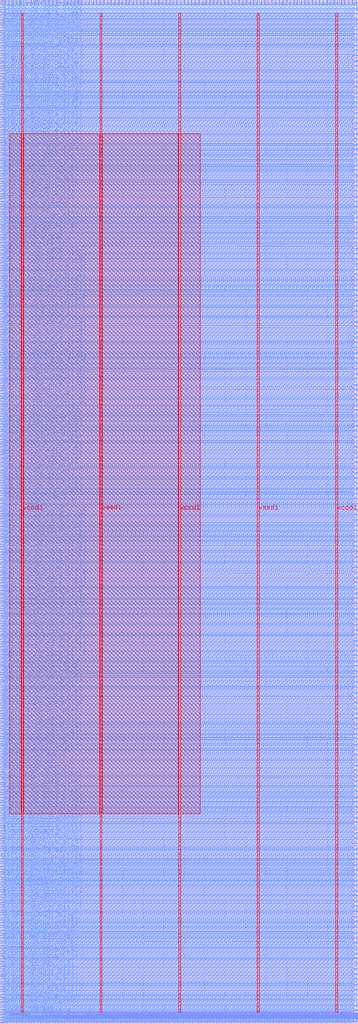
<source format=lef>
VERSION 5.7 ;
  NOWIREEXTENSIONATPIN ON ;
  DIVIDERCHAR "/" ;
  BUSBITCHARS "[]" ;
MACRO WishboneInterconnect
  CLASS BLOCK ;
  FOREIGN WishboneInterconnect ;
  ORIGIN 0.000 0.000 ;
  SIZE 350.000 BY 1000.000 ;
  PIN master0_wb_ack_i
    DIRECTION OUTPUT TRISTATE ;
    USE SIGNAL ;
    PORT
      LAYER met2 ;
        RECT 53.910 0.000 54.190 4.000 ;
    END
  END master0_wb_ack_i
  PIN master0_wb_adr_o[0]
    DIRECTION INPUT ;
    USE SIGNAL ;
    PORT
      LAYER met2 ;
        RECT 71.390 0.000 71.670 4.000 ;
    END
  END master0_wb_adr_o[0]
  PIN master0_wb_adr_o[10]
    DIRECTION INPUT ;
    USE SIGNAL ;
    PORT
      LAYER met2 ;
        RECT 170.290 0.000 170.570 4.000 ;
    END
  END master0_wb_adr_o[10]
  PIN master0_wb_adr_o[11]
    DIRECTION INPUT ;
    USE SIGNAL ;
    PORT
      LAYER met2 ;
        RECT 179.030 0.000 179.310 4.000 ;
    END
  END master0_wb_adr_o[11]
  PIN master0_wb_adr_o[12]
    DIRECTION INPUT ;
    USE SIGNAL ;
    PORT
      LAYER met2 ;
        RECT 187.770 0.000 188.050 4.000 ;
    END
  END master0_wb_adr_o[12]
  PIN master0_wb_adr_o[13]
    DIRECTION INPUT ;
    USE SIGNAL ;
    PORT
      LAYER met2 ;
        RECT 196.510 0.000 196.790 4.000 ;
    END
  END master0_wb_adr_o[13]
  PIN master0_wb_adr_o[14]
    DIRECTION INPUT ;
    USE SIGNAL ;
    PORT
      LAYER met2 ;
        RECT 205.250 0.000 205.530 4.000 ;
    END
  END master0_wb_adr_o[14]
  PIN master0_wb_adr_o[15]
    DIRECTION INPUT ;
    USE SIGNAL ;
    PORT
      LAYER met2 ;
        RECT 213.990 0.000 214.270 4.000 ;
    END
  END master0_wb_adr_o[15]
  PIN master0_wb_adr_o[16]
    DIRECTION INPUT ;
    USE SIGNAL ;
    PORT
      LAYER met2 ;
        RECT 222.730 0.000 223.010 4.000 ;
    END
  END master0_wb_adr_o[16]
  PIN master0_wb_adr_o[17]
    DIRECTION INPUT ;
    USE SIGNAL ;
    PORT
      LAYER met2 ;
        RECT 231.470 0.000 231.750 4.000 ;
    END
  END master0_wb_adr_o[17]
  PIN master0_wb_adr_o[18]
    DIRECTION INPUT ;
    USE SIGNAL ;
    PORT
      LAYER met2 ;
        RECT 240.670 0.000 240.950 4.000 ;
    END
  END master0_wb_adr_o[18]
  PIN master0_wb_adr_o[19]
    DIRECTION INPUT ;
    USE SIGNAL ;
    PORT
      LAYER met2 ;
        RECT 249.410 0.000 249.690 4.000 ;
    END
  END master0_wb_adr_o[19]
  PIN master0_wb_adr_o[1]
    DIRECTION INPUT ;
    USE SIGNAL ;
    PORT
      LAYER met2 ;
        RECT 82.890 0.000 83.170 4.000 ;
    END
  END master0_wb_adr_o[1]
  PIN master0_wb_adr_o[20]
    DIRECTION INPUT ;
    USE SIGNAL ;
    PORT
      LAYER met2 ;
        RECT 258.150 0.000 258.430 4.000 ;
    END
  END master0_wb_adr_o[20]
  PIN master0_wb_adr_o[21]
    DIRECTION INPUT ;
    USE SIGNAL ;
    PORT
      LAYER met2 ;
        RECT 266.890 0.000 267.170 4.000 ;
    END
  END master0_wb_adr_o[21]
  PIN master0_wb_adr_o[22]
    DIRECTION INPUT ;
    USE SIGNAL ;
    PORT
      LAYER met2 ;
        RECT 275.630 0.000 275.910 4.000 ;
    END
  END master0_wb_adr_o[22]
  PIN master0_wb_adr_o[23]
    DIRECTION INPUT ;
    USE SIGNAL ;
    PORT
      LAYER met2 ;
        RECT 284.370 0.000 284.650 4.000 ;
    END
  END master0_wb_adr_o[23]
  PIN master0_wb_adr_o[24]
    DIRECTION INPUT ;
    USE SIGNAL ;
    PORT
      LAYER met2 ;
        RECT 293.110 0.000 293.390 4.000 ;
    END
  END master0_wb_adr_o[24]
  PIN master0_wb_adr_o[25]
    DIRECTION INPUT ;
    USE SIGNAL ;
    PORT
      LAYER met2 ;
        RECT 301.850 0.000 302.130 4.000 ;
    END
  END master0_wb_adr_o[25]
  PIN master0_wb_adr_o[26]
    DIRECTION INPUT ;
    USE SIGNAL ;
    PORT
      LAYER met2 ;
        RECT 310.590 0.000 310.870 4.000 ;
    END
  END master0_wb_adr_o[26]
  PIN master0_wb_adr_o[27]
    DIRECTION INPUT ;
    USE SIGNAL ;
    PORT
      LAYER met2 ;
        RECT 319.330 0.000 319.610 4.000 ;
    END
  END master0_wb_adr_o[27]
  PIN master0_wb_adr_o[2]
    DIRECTION INPUT ;
    USE SIGNAL ;
    PORT
      LAYER met2 ;
        RECT 94.390 0.000 94.670 4.000 ;
    END
  END master0_wb_adr_o[2]
  PIN master0_wb_adr_o[3]
    DIRECTION INPUT ;
    USE SIGNAL ;
    PORT
      LAYER met2 ;
        RECT 106.350 0.000 106.630 4.000 ;
    END
  END master0_wb_adr_o[3]
  PIN master0_wb_adr_o[4]
    DIRECTION INPUT ;
    USE SIGNAL ;
    PORT
      LAYER met2 ;
        RECT 117.850 0.000 118.130 4.000 ;
    END
  END master0_wb_adr_o[4]
  PIN master0_wb_adr_o[5]
    DIRECTION INPUT ;
    USE SIGNAL ;
    PORT
      LAYER met2 ;
        RECT 126.590 0.000 126.870 4.000 ;
    END
  END master0_wb_adr_o[5]
  PIN master0_wb_adr_o[6]
    DIRECTION INPUT ;
    USE SIGNAL ;
    PORT
      LAYER met2 ;
        RECT 135.330 0.000 135.610 4.000 ;
    END
  END master0_wb_adr_o[6]
  PIN master0_wb_adr_o[7]
    DIRECTION INPUT ;
    USE SIGNAL ;
    PORT
      LAYER met2 ;
        RECT 144.070 0.000 144.350 4.000 ;
    END
  END master0_wb_adr_o[7]
  PIN master0_wb_adr_o[8]
    DIRECTION INPUT ;
    USE SIGNAL ;
    PORT
      LAYER met2 ;
        RECT 152.810 0.000 153.090 4.000 ;
    END
  END master0_wb_adr_o[8]
  PIN master0_wb_adr_o[9]
    DIRECTION INPUT ;
    USE SIGNAL ;
    PORT
      LAYER met2 ;
        RECT 161.550 0.000 161.830 4.000 ;
    END
  END master0_wb_adr_o[9]
  PIN master0_wb_cyc_o
    DIRECTION INPUT ;
    USE SIGNAL ;
    PORT
      LAYER met2 ;
        RECT 56.670 0.000 56.950 4.000 ;
    END
  END master0_wb_cyc_o
  PIN master0_wb_data_i[0]
    DIRECTION OUTPUT TRISTATE ;
    USE SIGNAL ;
    PORT
      LAYER met2 ;
        RECT 74.150 0.000 74.430 4.000 ;
    END
  END master0_wb_data_i[0]
  PIN master0_wb_data_i[10]
    DIRECTION OUTPUT TRISTATE ;
    USE SIGNAL ;
    PORT
      LAYER met2 ;
        RECT 173.510 0.000 173.790 4.000 ;
    END
  END master0_wb_data_i[10]
  PIN master0_wb_data_i[11]
    DIRECTION OUTPUT TRISTATE ;
    USE SIGNAL ;
    PORT
      LAYER met2 ;
        RECT 182.250 0.000 182.530 4.000 ;
    END
  END master0_wb_data_i[11]
  PIN master0_wb_data_i[12]
    DIRECTION OUTPUT TRISTATE ;
    USE SIGNAL ;
    PORT
      LAYER met2 ;
        RECT 190.990 0.000 191.270 4.000 ;
    END
  END master0_wb_data_i[12]
  PIN master0_wb_data_i[13]
    DIRECTION OUTPUT TRISTATE ;
    USE SIGNAL ;
    PORT
      LAYER met2 ;
        RECT 199.730 0.000 200.010 4.000 ;
    END
  END master0_wb_data_i[13]
  PIN master0_wb_data_i[14]
    DIRECTION OUTPUT TRISTATE ;
    USE SIGNAL ;
    PORT
      LAYER met2 ;
        RECT 208.470 0.000 208.750 4.000 ;
    END
  END master0_wb_data_i[14]
  PIN master0_wb_data_i[15]
    DIRECTION OUTPUT TRISTATE ;
    USE SIGNAL ;
    PORT
      LAYER met2 ;
        RECT 217.210 0.000 217.490 4.000 ;
    END
  END master0_wb_data_i[15]
  PIN master0_wb_data_i[16]
    DIRECTION OUTPUT TRISTATE ;
    USE SIGNAL ;
    PORT
      LAYER met2 ;
        RECT 225.950 0.000 226.230 4.000 ;
    END
  END master0_wb_data_i[16]
  PIN master0_wb_data_i[17]
    DIRECTION OUTPUT TRISTATE ;
    USE SIGNAL ;
    PORT
      LAYER met2 ;
        RECT 234.690 0.000 234.970 4.000 ;
    END
  END master0_wb_data_i[17]
  PIN master0_wb_data_i[18]
    DIRECTION OUTPUT TRISTATE ;
    USE SIGNAL ;
    PORT
      LAYER met2 ;
        RECT 243.430 0.000 243.710 4.000 ;
    END
  END master0_wb_data_i[18]
  PIN master0_wb_data_i[19]
    DIRECTION OUTPUT TRISTATE ;
    USE SIGNAL ;
    PORT
      LAYER met2 ;
        RECT 252.170 0.000 252.450 4.000 ;
    END
  END master0_wb_data_i[19]
  PIN master0_wb_data_i[1]
    DIRECTION OUTPUT TRISTATE ;
    USE SIGNAL ;
    PORT
      LAYER met2 ;
        RECT 85.650 0.000 85.930 4.000 ;
    END
  END master0_wb_data_i[1]
  PIN master0_wb_data_i[20]
    DIRECTION OUTPUT TRISTATE ;
    USE SIGNAL ;
    PORT
      LAYER met2 ;
        RECT 260.910 0.000 261.190 4.000 ;
    END
  END master0_wb_data_i[20]
  PIN master0_wb_data_i[21]
    DIRECTION OUTPUT TRISTATE ;
    USE SIGNAL ;
    PORT
      LAYER met2 ;
        RECT 269.650 0.000 269.930 4.000 ;
    END
  END master0_wb_data_i[21]
  PIN master0_wb_data_i[22]
    DIRECTION OUTPUT TRISTATE ;
    USE SIGNAL ;
    PORT
      LAYER met2 ;
        RECT 278.390 0.000 278.670 4.000 ;
    END
  END master0_wb_data_i[22]
  PIN master0_wb_data_i[23]
    DIRECTION OUTPUT TRISTATE ;
    USE SIGNAL ;
    PORT
      LAYER met2 ;
        RECT 287.130 0.000 287.410 4.000 ;
    END
  END master0_wb_data_i[23]
  PIN master0_wb_data_i[24]
    DIRECTION OUTPUT TRISTATE ;
    USE SIGNAL ;
    PORT
      LAYER met2 ;
        RECT 295.870 0.000 296.150 4.000 ;
    END
  END master0_wb_data_i[24]
  PIN master0_wb_data_i[25]
    DIRECTION OUTPUT TRISTATE ;
    USE SIGNAL ;
    PORT
      LAYER met2 ;
        RECT 304.610 0.000 304.890 4.000 ;
    END
  END master0_wb_data_i[25]
  PIN master0_wb_data_i[26]
    DIRECTION OUTPUT TRISTATE ;
    USE SIGNAL ;
    PORT
      LAYER met2 ;
        RECT 313.350 0.000 313.630 4.000 ;
    END
  END master0_wb_data_i[26]
  PIN master0_wb_data_i[27]
    DIRECTION OUTPUT TRISTATE ;
    USE SIGNAL ;
    PORT
      LAYER met2 ;
        RECT 322.090 0.000 322.370 4.000 ;
    END
  END master0_wb_data_i[27]
  PIN master0_wb_data_i[28]
    DIRECTION OUTPUT TRISTATE ;
    USE SIGNAL ;
    PORT
      LAYER met2 ;
        RECT 328.070 0.000 328.350 4.000 ;
    END
  END master0_wb_data_i[28]
  PIN master0_wb_data_i[29]
    DIRECTION OUTPUT TRISTATE ;
    USE SIGNAL ;
    PORT
      LAYER met2 ;
        RECT 333.590 0.000 333.870 4.000 ;
    END
  END master0_wb_data_i[29]
  PIN master0_wb_data_i[2]
    DIRECTION OUTPUT TRISTATE ;
    USE SIGNAL ;
    PORT
      LAYER met2 ;
        RECT 97.610 0.000 97.890 4.000 ;
    END
  END master0_wb_data_i[2]
  PIN master0_wb_data_i[30]
    DIRECTION OUTPUT TRISTATE ;
    USE SIGNAL ;
    PORT
      LAYER met2 ;
        RECT 339.570 0.000 339.850 4.000 ;
    END
  END master0_wb_data_i[30]
  PIN master0_wb_data_i[31]
    DIRECTION OUTPUT TRISTATE ;
    USE SIGNAL ;
    PORT
      LAYER met2 ;
        RECT 345.550 0.000 345.830 4.000 ;
    END
  END master0_wb_data_i[31]
  PIN master0_wb_data_i[3]
    DIRECTION OUTPUT TRISTATE ;
    USE SIGNAL ;
    PORT
      LAYER met2 ;
        RECT 109.110 0.000 109.390 4.000 ;
    END
  END master0_wb_data_i[3]
  PIN master0_wb_data_i[4]
    DIRECTION OUTPUT TRISTATE ;
    USE SIGNAL ;
    PORT
      LAYER met2 ;
        RECT 121.070 0.000 121.350 4.000 ;
    END
  END master0_wb_data_i[4]
  PIN master0_wb_data_i[5]
    DIRECTION OUTPUT TRISTATE ;
    USE SIGNAL ;
    PORT
      LAYER met2 ;
        RECT 129.810 0.000 130.090 4.000 ;
    END
  END master0_wb_data_i[5]
  PIN master0_wb_data_i[6]
    DIRECTION OUTPUT TRISTATE ;
    USE SIGNAL ;
    PORT
      LAYER met2 ;
        RECT 138.550 0.000 138.830 4.000 ;
    END
  END master0_wb_data_i[6]
  PIN master0_wb_data_i[7]
    DIRECTION OUTPUT TRISTATE ;
    USE SIGNAL ;
    PORT
      LAYER met2 ;
        RECT 147.290 0.000 147.570 4.000 ;
    END
  END master0_wb_data_i[7]
  PIN master0_wb_data_i[8]
    DIRECTION OUTPUT TRISTATE ;
    USE SIGNAL ;
    PORT
      LAYER met2 ;
        RECT 156.030 0.000 156.310 4.000 ;
    END
  END master0_wb_data_i[8]
  PIN master0_wb_data_i[9]
    DIRECTION OUTPUT TRISTATE ;
    USE SIGNAL ;
    PORT
      LAYER met2 ;
        RECT 164.770 0.000 165.050 4.000 ;
    END
  END master0_wb_data_i[9]
  PIN master0_wb_data_o[0]
    DIRECTION INPUT ;
    USE SIGNAL ;
    PORT
      LAYER met2 ;
        RECT 76.910 0.000 77.190 4.000 ;
    END
  END master0_wb_data_o[0]
  PIN master0_wb_data_o[10]
    DIRECTION INPUT ;
    USE SIGNAL ;
    PORT
      LAYER met2 ;
        RECT 176.270 0.000 176.550 4.000 ;
    END
  END master0_wb_data_o[10]
  PIN master0_wb_data_o[11]
    DIRECTION INPUT ;
    USE SIGNAL ;
    PORT
      LAYER met2 ;
        RECT 185.010 0.000 185.290 4.000 ;
    END
  END master0_wb_data_o[11]
  PIN master0_wb_data_o[12]
    DIRECTION INPUT ;
    USE SIGNAL ;
    PORT
      LAYER met2 ;
        RECT 193.750 0.000 194.030 4.000 ;
    END
  END master0_wb_data_o[12]
  PIN master0_wb_data_o[13]
    DIRECTION INPUT ;
    USE SIGNAL ;
    PORT
      LAYER met2 ;
        RECT 202.490 0.000 202.770 4.000 ;
    END
  END master0_wb_data_o[13]
  PIN master0_wb_data_o[14]
    DIRECTION INPUT ;
    USE SIGNAL ;
    PORT
      LAYER met2 ;
        RECT 211.230 0.000 211.510 4.000 ;
    END
  END master0_wb_data_o[14]
  PIN master0_wb_data_o[15]
    DIRECTION INPUT ;
    USE SIGNAL ;
    PORT
      LAYER met2 ;
        RECT 219.970 0.000 220.250 4.000 ;
    END
  END master0_wb_data_o[15]
  PIN master0_wb_data_o[16]
    DIRECTION INPUT ;
    USE SIGNAL ;
    PORT
      LAYER met2 ;
        RECT 228.710 0.000 228.990 4.000 ;
    END
  END master0_wb_data_o[16]
  PIN master0_wb_data_o[17]
    DIRECTION INPUT ;
    USE SIGNAL ;
    PORT
      LAYER met2 ;
        RECT 237.450 0.000 237.730 4.000 ;
    END
  END master0_wb_data_o[17]
  PIN master0_wb_data_o[18]
    DIRECTION INPUT ;
    USE SIGNAL ;
    PORT
      LAYER met2 ;
        RECT 246.190 0.000 246.470 4.000 ;
    END
  END master0_wb_data_o[18]
  PIN master0_wb_data_o[19]
    DIRECTION INPUT ;
    USE SIGNAL ;
    PORT
      LAYER met2 ;
        RECT 254.930 0.000 255.210 4.000 ;
    END
  END master0_wb_data_o[19]
  PIN master0_wb_data_o[1]
    DIRECTION INPUT ;
    USE SIGNAL ;
    PORT
      LAYER met2 ;
        RECT 88.870 0.000 89.150 4.000 ;
    END
  END master0_wb_data_o[1]
  PIN master0_wb_data_o[20]
    DIRECTION INPUT ;
    USE SIGNAL ;
    PORT
      LAYER met2 ;
        RECT 263.670 0.000 263.950 4.000 ;
    END
  END master0_wb_data_o[20]
  PIN master0_wb_data_o[21]
    DIRECTION INPUT ;
    USE SIGNAL ;
    PORT
      LAYER met2 ;
        RECT 272.410 0.000 272.690 4.000 ;
    END
  END master0_wb_data_o[21]
  PIN master0_wb_data_o[22]
    DIRECTION INPUT ;
    USE SIGNAL ;
    PORT
      LAYER met2 ;
        RECT 281.150 0.000 281.430 4.000 ;
    END
  END master0_wb_data_o[22]
  PIN master0_wb_data_o[23]
    DIRECTION INPUT ;
    USE SIGNAL ;
    PORT
      LAYER met2 ;
        RECT 289.890 0.000 290.170 4.000 ;
    END
  END master0_wb_data_o[23]
  PIN master0_wb_data_o[24]
    DIRECTION INPUT ;
    USE SIGNAL ;
    PORT
      LAYER met2 ;
        RECT 298.630 0.000 298.910 4.000 ;
    END
  END master0_wb_data_o[24]
  PIN master0_wb_data_o[25]
    DIRECTION INPUT ;
    USE SIGNAL ;
    PORT
      LAYER met2 ;
        RECT 307.370 0.000 307.650 4.000 ;
    END
  END master0_wb_data_o[25]
  PIN master0_wb_data_o[26]
    DIRECTION INPUT ;
    USE SIGNAL ;
    PORT
      LAYER met2 ;
        RECT 316.110 0.000 316.390 4.000 ;
    END
  END master0_wb_data_o[26]
  PIN master0_wb_data_o[27]
    DIRECTION INPUT ;
    USE SIGNAL ;
    PORT
      LAYER met2 ;
        RECT 324.850 0.000 325.130 4.000 ;
    END
  END master0_wb_data_o[27]
  PIN master0_wb_data_o[28]
    DIRECTION INPUT ;
    USE SIGNAL ;
    PORT
      LAYER met2 ;
        RECT 330.830 0.000 331.110 4.000 ;
    END
  END master0_wb_data_o[28]
  PIN master0_wb_data_o[29]
    DIRECTION INPUT ;
    USE SIGNAL ;
    PORT
      LAYER met2 ;
        RECT 336.810 0.000 337.090 4.000 ;
    END
  END master0_wb_data_o[29]
  PIN master0_wb_data_o[2]
    DIRECTION INPUT ;
    USE SIGNAL ;
    PORT
      LAYER met2 ;
        RECT 100.370 0.000 100.650 4.000 ;
    END
  END master0_wb_data_o[2]
  PIN master0_wb_data_o[30]
    DIRECTION INPUT ;
    USE SIGNAL ;
    PORT
      LAYER met2 ;
        RECT 342.330 0.000 342.610 4.000 ;
    END
  END master0_wb_data_o[30]
  PIN master0_wb_data_o[31]
    DIRECTION INPUT ;
    USE SIGNAL ;
    PORT
      LAYER met2 ;
        RECT 348.310 0.000 348.590 4.000 ;
    END
  END master0_wb_data_o[31]
  PIN master0_wb_data_o[3]
    DIRECTION INPUT ;
    USE SIGNAL ;
    PORT
      LAYER met2 ;
        RECT 111.870 0.000 112.150 4.000 ;
    END
  END master0_wb_data_o[3]
  PIN master0_wb_data_o[4]
    DIRECTION INPUT ;
    USE SIGNAL ;
    PORT
      LAYER met2 ;
        RECT 123.830 0.000 124.110 4.000 ;
    END
  END master0_wb_data_o[4]
  PIN master0_wb_data_o[5]
    DIRECTION INPUT ;
    USE SIGNAL ;
    PORT
      LAYER met2 ;
        RECT 132.570 0.000 132.850 4.000 ;
    END
  END master0_wb_data_o[5]
  PIN master0_wb_data_o[6]
    DIRECTION INPUT ;
    USE SIGNAL ;
    PORT
      LAYER met2 ;
        RECT 141.310 0.000 141.590 4.000 ;
    END
  END master0_wb_data_o[6]
  PIN master0_wb_data_o[7]
    DIRECTION INPUT ;
    USE SIGNAL ;
    PORT
      LAYER met2 ;
        RECT 150.050 0.000 150.330 4.000 ;
    END
  END master0_wb_data_o[7]
  PIN master0_wb_data_o[8]
    DIRECTION INPUT ;
    USE SIGNAL ;
    PORT
      LAYER met2 ;
        RECT 158.790 0.000 159.070 4.000 ;
    END
  END master0_wb_data_o[8]
  PIN master0_wb_data_o[9]
    DIRECTION INPUT ;
    USE SIGNAL ;
    PORT
      LAYER met2 ;
        RECT 167.530 0.000 167.810 4.000 ;
    END
  END master0_wb_data_o[9]
  PIN master0_wb_error_i
    DIRECTION OUTPUT TRISTATE ;
    USE SIGNAL ;
    PORT
      LAYER met2 ;
        RECT 59.430 0.000 59.710 4.000 ;
    END
  END master0_wb_error_i
  PIN master0_wb_sel_o[0]
    DIRECTION INPUT ;
    USE SIGNAL ;
    PORT
      LAYER met2 ;
        RECT 80.130 0.000 80.410 4.000 ;
    END
  END master0_wb_sel_o[0]
  PIN master0_wb_sel_o[1]
    DIRECTION INPUT ;
    USE SIGNAL ;
    PORT
      LAYER met2 ;
        RECT 91.630 0.000 91.910 4.000 ;
    END
  END master0_wb_sel_o[1]
  PIN master0_wb_sel_o[2]
    DIRECTION INPUT ;
    USE SIGNAL ;
    PORT
      LAYER met2 ;
        RECT 103.130 0.000 103.410 4.000 ;
    END
  END master0_wb_sel_o[2]
  PIN master0_wb_sel_o[3]
    DIRECTION INPUT ;
    USE SIGNAL ;
    PORT
      LAYER met2 ;
        RECT 115.090 0.000 115.370 4.000 ;
    END
  END master0_wb_sel_o[3]
  PIN master0_wb_stall_i
    DIRECTION OUTPUT TRISTATE ;
    USE SIGNAL ;
    PORT
      LAYER met2 ;
        RECT 62.650 0.000 62.930 4.000 ;
    END
  END master0_wb_stall_i
  PIN master0_wb_stb_o
    DIRECTION INPUT ;
    USE SIGNAL ;
    PORT
      LAYER met2 ;
        RECT 65.410 0.000 65.690 4.000 ;
    END
  END master0_wb_stb_o
  PIN master0_wb_we_o
    DIRECTION INPUT ;
    USE SIGNAL ;
    PORT
      LAYER met2 ;
        RECT 68.170 0.000 68.450 4.000 ;
    END
  END master0_wb_we_o
  PIN master1_wb_ack_i
    DIRECTION OUTPUT TRISTATE ;
    USE SIGNAL ;
    PORT
      LAYER met3 ;
        RECT 0.000 500.520 4.000 501.120 ;
    END
  END master1_wb_ack_i
  PIN master1_wb_adr_o[0]
    DIRECTION INPUT ;
    USE SIGNAL ;
    PORT
      LAYER met3 ;
        RECT 0.000 515.480 4.000 516.080 ;
    END
  END master1_wb_adr_o[0]
  PIN master1_wb_adr_o[10]
    DIRECTION INPUT ;
    USE SIGNAL ;
    PORT
      LAYER met3 ;
        RECT 0.000 600.480 4.000 601.080 ;
    END
  END master1_wb_adr_o[10]
  PIN master1_wb_adr_o[11]
    DIRECTION INPUT ;
    USE SIGNAL ;
    PORT
      LAYER met3 ;
        RECT 0.000 607.960 4.000 608.560 ;
    END
  END master1_wb_adr_o[11]
  PIN master1_wb_adr_o[12]
    DIRECTION INPUT ;
    USE SIGNAL ;
    PORT
      LAYER met3 ;
        RECT 0.000 615.440 4.000 616.040 ;
    END
  END master1_wb_adr_o[12]
  PIN master1_wb_adr_o[13]
    DIRECTION INPUT ;
    USE SIGNAL ;
    PORT
      LAYER met3 ;
        RECT 0.000 622.920 4.000 623.520 ;
    END
  END master1_wb_adr_o[13]
  PIN master1_wb_adr_o[14]
    DIRECTION INPUT ;
    USE SIGNAL ;
    PORT
      LAYER met3 ;
        RECT 0.000 630.400 4.000 631.000 ;
    END
  END master1_wb_adr_o[14]
  PIN master1_wb_adr_o[15]
    DIRECTION INPUT ;
    USE SIGNAL ;
    PORT
      LAYER met3 ;
        RECT 0.000 637.880 4.000 638.480 ;
    END
  END master1_wb_adr_o[15]
  PIN master1_wb_adr_o[16]
    DIRECTION INPUT ;
    USE SIGNAL ;
    PORT
      LAYER met3 ;
        RECT 0.000 645.360 4.000 645.960 ;
    END
  END master1_wb_adr_o[16]
  PIN master1_wb_adr_o[17]
    DIRECTION INPUT ;
    USE SIGNAL ;
    PORT
      LAYER met3 ;
        RECT 0.000 652.840 4.000 653.440 ;
    END
  END master1_wb_adr_o[17]
  PIN master1_wb_adr_o[18]
    DIRECTION INPUT ;
    USE SIGNAL ;
    PORT
      LAYER met3 ;
        RECT 0.000 660.320 4.000 660.920 ;
    END
  END master1_wb_adr_o[18]
  PIN master1_wb_adr_o[19]
    DIRECTION INPUT ;
    USE SIGNAL ;
    PORT
      LAYER met3 ;
        RECT 0.000 667.800 4.000 668.400 ;
    END
  END master1_wb_adr_o[19]
  PIN master1_wb_adr_o[1]
    DIRECTION INPUT ;
    USE SIGNAL ;
    PORT
      LAYER met3 ;
        RECT 0.000 525.680 4.000 526.280 ;
    END
  END master1_wb_adr_o[1]
  PIN master1_wb_adr_o[20]
    DIRECTION INPUT ;
    USE SIGNAL ;
    PORT
      LAYER met3 ;
        RECT 0.000 675.280 4.000 675.880 ;
    END
  END master1_wb_adr_o[20]
  PIN master1_wb_adr_o[21]
    DIRECTION INPUT ;
    USE SIGNAL ;
    PORT
      LAYER met3 ;
        RECT 0.000 682.760 4.000 683.360 ;
    END
  END master1_wb_adr_o[21]
  PIN master1_wb_adr_o[22]
    DIRECTION INPUT ;
    USE SIGNAL ;
    PORT
      LAYER met3 ;
        RECT 0.000 690.240 4.000 690.840 ;
    END
  END master1_wb_adr_o[22]
  PIN master1_wb_adr_o[23]
    DIRECTION INPUT ;
    USE SIGNAL ;
    PORT
      LAYER met3 ;
        RECT 0.000 698.400 4.000 699.000 ;
    END
  END master1_wb_adr_o[23]
  PIN master1_wb_adr_o[24]
    DIRECTION INPUT ;
    USE SIGNAL ;
    PORT
      LAYER met3 ;
        RECT 0.000 705.880 4.000 706.480 ;
    END
  END master1_wb_adr_o[24]
  PIN master1_wb_adr_o[25]
    DIRECTION INPUT ;
    USE SIGNAL ;
    PORT
      LAYER met3 ;
        RECT 0.000 713.360 4.000 713.960 ;
    END
  END master1_wb_adr_o[25]
  PIN master1_wb_adr_o[26]
    DIRECTION INPUT ;
    USE SIGNAL ;
    PORT
      LAYER met3 ;
        RECT 0.000 720.840 4.000 721.440 ;
    END
  END master1_wb_adr_o[26]
  PIN master1_wb_adr_o[27]
    DIRECTION INPUT ;
    USE SIGNAL ;
    PORT
      LAYER met3 ;
        RECT 0.000 728.320 4.000 728.920 ;
    END
  END master1_wb_adr_o[27]
  PIN master1_wb_adr_o[2]
    DIRECTION INPUT ;
    USE SIGNAL ;
    PORT
      LAYER met3 ;
        RECT 0.000 535.200 4.000 535.800 ;
    END
  END master1_wb_adr_o[2]
  PIN master1_wb_adr_o[3]
    DIRECTION INPUT ;
    USE SIGNAL ;
    PORT
      LAYER met3 ;
        RECT 0.000 545.400 4.000 546.000 ;
    END
  END master1_wb_adr_o[3]
  PIN master1_wb_adr_o[4]
    DIRECTION INPUT ;
    USE SIGNAL ;
    PORT
      LAYER met3 ;
        RECT 0.000 555.600 4.000 556.200 ;
    END
  END master1_wb_adr_o[4]
  PIN master1_wb_adr_o[5]
    DIRECTION INPUT ;
    USE SIGNAL ;
    PORT
      LAYER met3 ;
        RECT 0.000 563.080 4.000 563.680 ;
    END
  END master1_wb_adr_o[5]
  PIN master1_wb_adr_o[6]
    DIRECTION INPUT ;
    USE SIGNAL ;
    PORT
      LAYER met3 ;
        RECT 0.000 570.560 4.000 571.160 ;
    END
  END master1_wb_adr_o[6]
  PIN master1_wb_adr_o[7]
    DIRECTION INPUT ;
    USE SIGNAL ;
    PORT
      LAYER met3 ;
        RECT 0.000 578.040 4.000 578.640 ;
    END
  END master1_wb_adr_o[7]
  PIN master1_wb_adr_o[8]
    DIRECTION INPUT ;
    USE SIGNAL ;
    PORT
      LAYER met3 ;
        RECT 0.000 585.520 4.000 586.120 ;
    END
  END master1_wb_adr_o[8]
  PIN master1_wb_adr_o[9]
    DIRECTION INPUT ;
    USE SIGNAL ;
    PORT
      LAYER met3 ;
        RECT 0.000 593.000 4.000 593.600 ;
    END
  END master1_wb_adr_o[9]
  PIN master1_wb_cyc_o
    DIRECTION INPUT ;
    USE SIGNAL ;
    PORT
      LAYER met3 ;
        RECT 0.000 503.240 4.000 503.840 ;
    END
  END master1_wb_cyc_o
  PIN master1_wb_data_i[0]
    DIRECTION OUTPUT TRISTATE ;
    USE SIGNAL ;
    PORT
      LAYER met3 ;
        RECT 0.000 518.200 4.000 518.800 ;
    END
  END master1_wb_data_i[0]
  PIN master1_wb_data_i[10]
    DIRECTION OUTPUT TRISTATE ;
    USE SIGNAL ;
    PORT
      LAYER met3 ;
        RECT 0.000 603.200 4.000 603.800 ;
    END
  END master1_wb_data_i[10]
  PIN master1_wb_data_i[11]
    DIRECTION OUTPUT TRISTATE ;
    USE SIGNAL ;
    PORT
      LAYER met3 ;
        RECT 0.000 610.680 4.000 611.280 ;
    END
  END master1_wb_data_i[11]
  PIN master1_wb_data_i[12]
    DIRECTION OUTPUT TRISTATE ;
    USE SIGNAL ;
    PORT
      LAYER met3 ;
        RECT 0.000 618.160 4.000 618.760 ;
    END
  END master1_wb_data_i[12]
  PIN master1_wb_data_i[13]
    DIRECTION OUTPUT TRISTATE ;
    USE SIGNAL ;
    PORT
      LAYER met3 ;
        RECT 0.000 625.640 4.000 626.240 ;
    END
  END master1_wb_data_i[13]
  PIN master1_wb_data_i[14]
    DIRECTION OUTPUT TRISTATE ;
    USE SIGNAL ;
    PORT
      LAYER met3 ;
        RECT 0.000 633.120 4.000 633.720 ;
    END
  END master1_wb_data_i[14]
  PIN master1_wb_data_i[15]
    DIRECTION OUTPUT TRISTATE ;
    USE SIGNAL ;
    PORT
      LAYER met3 ;
        RECT 0.000 640.600 4.000 641.200 ;
    END
  END master1_wb_data_i[15]
  PIN master1_wb_data_i[16]
    DIRECTION OUTPUT TRISTATE ;
    USE SIGNAL ;
    PORT
      LAYER met3 ;
        RECT 0.000 648.080 4.000 648.680 ;
    END
  END master1_wb_data_i[16]
  PIN master1_wb_data_i[17]
    DIRECTION OUTPUT TRISTATE ;
    USE SIGNAL ;
    PORT
      LAYER met3 ;
        RECT 0.000 655.560 4.000 656.160 ;
    END
  END master1_wb_data_i[17]
  PIN master1_wb_data_i[18]
    DIRECTION OUTPUT TRISTATE ;
    USE SIGNAL ;
    PORT
      LAYER met3 ;
        RECT 0.000 663.040 4.000 663.640 ;
    END
  END master1_wb_data_i[18]
  PIN master1_wb_data_i[19]
    DIRECTION OUTPUT TRISTATE ;
    USE SIGNAL ;
    PORT
      LAYER met3 ;
        RECT 0.000 670.520 4.000 671.120 ;
    END
  END master1_wb_data_i[19]
  PIN master1_wb_data_i[1]
    DIRECTION OUTPUT TRISTATE ;
    USE SIGNAL ;
    PORT
      LAYER met3 ;
        RECT 0.000 527.720 4.000 528.320 ;
    END
  END master1_wb_data_i[1]
  PIN master1_wb_data_i[20]
    DIRECTION OUTPUT TRISTATE ;
    USE SIGNAL ;
    PORT
      LAYER met3 ;
        RECT 0.000 678.000 4.000 678.600 ;
    END
  END master1_wb_data_i[20]
  PIN master1_wb_data_i[21]
    DIRECTION OUTPUT TRISTATE ;
    USE SIGNAL ;
    PORT
      LAYER met3 ;
        RECT 0.000 685.480 4.000 686.080 ;
    END
  END master1_wb_data_i[21]
  PIN master1_wb_data_i[22]
    DIRECTION OUTPUT TRISTATE ;
    USE SIGNAL ;
    PORT
      LAYER met3 ;
        RECT 0.000 692.960 4.000 693.560 ;
    END
  END master1_wb_data_i[22]
  PIN master1_wb_data_i[23]
    DIRECTION OUTPUT TRISTATE ;
    USE SIGNAL ;
    PORT
      LAYER met3 ;
        RECT 0.000 700.440 4.000 701.040 ;
    END
  END master1_wb_data_i[23]
  PIN master1_wb_data_i[24]
    DIRECTION OUTPUT TRISTATE ;
    USE SIGNAL ;
    PORT
      LAYER met3 ;
        RECT 0.000 707.920 4.000 708.520 ;
    END
  END master1_wb_data_i[24]
  PIN master1_wb_data_i[25]
    DIRECTION OUTPUT TRISTATE ;
    USE SIGNAL ;
    PORT
      LAYER met3 ;
        RECT 0.000 715.400 4.000 716.000 ;
    END
  END master1_wb_data_i[25]
  PIN master1_wb_data_i[26]
    DIRECTION OUTPUT TRISTATE ;
    USE SIGNAL ;
    PORT
      LAYER met3 ;
        RECT 0.000 722.880 4.000 723.480 ;
    END
  END master1_wb_data_i[26]
  PIN master1_wb_data_i[27]
    DIRECTION OUTPUT TRISTATE ;
    USE SIGNAL ;
    PORT
      LAYER met3 ;
        RECT 0.000 730.360 4.000 730.960 ;
    END
  END master1_wb_data_i[27]
  PIN master1_wb_data_i[28]
    DIRECTION OUTPUT TRISTATE ;
    USE SIGNAL ;
    PORT
      LAYER met3 ;
        RECT 0.000 735.800 4.000 736.400 ;
    END
  END master1_wb_data_i[28]
  PIN master1_wb_data_i[29]
    DIRECTION OUTPUT TRISTATE ;
    USE SIGNAL ;
    PORT
      LAYER met3 ;
        RECT 0.000 740.560 4.000 741.160 ;
    END
  END master1_wb_data_i[29]
  PIN master1_wb_data_i[2]
    DIRECTION OUTPUT TRISTATE ;
    USE SIGNAL ;
    PORT
      LAYER met3 ;
        RECT 0.000 537.920 4.000 538.520 ;
    END
  END master1_wb_data_i[2]
  PIN master1_wb_data_i[30]
    DIRECTION OUTPUT TRISTATE ;
    USE SIGNAL ;
    PORT
      LAYER met3 ;
        RECT 0.000 745.320 4.000 745.920 ;
    END
  END master1_wb_data_i[30]
  PIN master1_wb_data_i[31]
    DIRECTION OUTPUT TRISTATE ;
    USE SIGNAL ;
    PORT
      LAYER met3 ;
        RECT 0.000 750.760 4.000 751.360 ;
    END
  END master1_wb_data_i[31]
  PIN master1_wb_data_i[3]
    DIRECTION OUTPUT TRISTATE ;
    USE SIGNAL ;
    PORT
      LAYER met3 ;
        RECT 0.000 548.120 4.000 548.720 ;
    END
  END master1_wb_data_i[3]
  PIN master1_wb_data_i[4]
    DIRECTION OUTPUT TRISTATE ;
    USE SIGNAL ;
    PORT
      LAYER met3 ;
        RECT 0.000 558.320 4.000 558.920 ;
    END
  END master1_wb_data_i[4]
  PIN master1_wb_data_i[5]
    DIRECTION OUTPUT TRISTATE ;
    USE SIGNAL ;
    PORT
      LAYER met3 ;
        RECT 0.000 565.800 4.000 566.400 ;
    END
  END master1_wb_data_i[5]
  PIN master1_wb_data_i[6]
    DIRECTION OUTPUT TRISTATE ;
    USE SIGNAL ;
    PORT
      LAYER met3 ;
        RECT 0.000 573.280 4.000 573.880 ;
    END
  END master1_wb_data_i[6]
  PIN master1_wb_data_i[7]
    DIRECTION OUTPUT TRISTATE ;
    USE SIGNAL ;
    PORT
      LAYER met3 ;
        RECT 0.000 580.760 4.000 581.360 ;
    END
  END master1_wb_data_i[7]
  PIN master1_wb_data_i[8]
    DIRECTION OUTPUT TRISTATE ;
    USE SIGNAL ;
    PORT
      LAYER met3 ;
        RECT 0.000 588.240 4.000 588.840 ;
    END
  END master1_wb_data_i[8]
  PIN master1_wb_data_i[9]
    DIRECTION OUTPUT TRISTATE ;
    USE SIGNAL ;
    PORT
      LAYER met3 ;
        RECT 0.000 595.720 4.000 596.320 ;
    END
  END master1_wb_data_i[9]
  PIN master1_wb_data_o[0]
    DIRECTION INPUT ;
    USE SIGNAL ;
    PORT
      LAYER met3 ;
        RECT 0.000 520.240 4.000 520.840 ;
    END
  END master1_wb_data_o[0]
  PIN master1_wb_data_o[10]
    DIRECTION INPUT ;
    USE SIGNAL ;
    PORT
      LAYER met3 ;
        RECT 0.000 605.240 4.000 605.840 ;
    END
  END master1_wb_data_o[10]
  PIN master1_wb_data_o[11]
    DIRECTION INPUT ;
    USE SIGNAL ;
    PORT
      LAYER met3 ;
        RECT 0.000 612.720 4.000 613.320 ;
    END
  END master1_wb_data_o[11]
  PIN master1_wb_data_o[12]
    DIRECTION INPUT ;
    USE SIGNAL ;
    PORT
      LAYER met3 ;
        RECT 0.000 620.880 4.000 621.480 ;
    END
  END master1_wb_data_o[12]
  PIN master1_wb_data_o[13]
    DIRECTION INPUT ;
    USE SIGNAL ;
    PORT
      LAYER met3 ;
        RECT 0.000 628.360 4.000 628.960 ;
    END
  END master1_wb_data_o[13]
  PIN master1_wb_data_o[14]
    DIRECTION INPUT ;
    USE SIGNAL ;
    PORT
      LAYER met3 ;
        RECT 0.000 635.840 4.000 636.440 ;
    END
  END master1_wb_data_o[14]
  PIN master1_wb_data_o[15]
    DIRECTION INPUT ;
    USE SIGNAL ;
    PORT
      LAYER met3 ;
        RECT 0.000 643.320 4.000 643.920 ;
    END
  END master1_wb_data_o[15]
  PIN master1_wb_data_o[16]
    DIRECTION INPUT ;
    USE SIGNAL ;
    PORT
      LAYER met3 ;
        RECT 0.000 650.800 4.000 651.400 ;
    END
  END master1_wb_data_o[16]
  PIN master1_wb_data_o[17]
    DIRECTION INPUT ;
    USE SIGNAL ;
    PORT
      LAYER met3 ;
        RECT 0.000 658.280 4.000 658.880 ;
    END
  END master1_wb_data_o[17]
  PIN master1_wb_data_o[18]
    DIRECTION INPUT ;
    USE SIGNAL ;
    PORT
      LAYER met3 ;
        RECT 0.000 665.760 4.000 666.360 ;
    END
  END master1_wb_data_o[18]
  PIN master1_wb_data_o[19]
    DIRECTION INPUT ;
    USE SIGNAL ;
    PORT
      LAYER met3 ;
        RECT 0.000 673.240 4.000 673.840 ;
    END
  END master1_wb_data_o[19]
  PIN master1_wb_data_o[1]
    DIRECTION INPUT ;
    USE SIGNAL ;
    PORT
      LAYER met3 ;
        RECT 0.000 530.440 4.000 531.040 ;
    END
  END master1_wb_data_o[1]
  PIN master1_wb_data_o[20]
    DIRECTION INPUT ;
    USE SIGNAL ;
    PORT
      LAYER met3 ;
        RECT 0.000 680.720 4.000 681.320 ;
    END
  END master1_wb_data_o[20]
  PIN master1_wb_data_o[21]
    DIRECTION INPUT ;
    USE SIGNAL ;
    PORT
      LAYER met3 ;
        RECT 0.000 688.200 4.000 688.800 ;
    END
  END master1_wb_data_o[21]
  PIN master1_wb_data_o[22]
    DIRECTION INPUT ;
    USE SIGNAL ;
    PORT
      LAYER met3 ;
        RECT 0.000 695.680 4.000 696.280 ;
    END
  END master1_wb_data_o[22]
  PIN master1_wb_data_o[23]
    DIRECTION INPUT ;
    USE SIGNAL ;
    PORT
      LAYER met3 ;
        RECT 0.000 703.160 4.000 703.760 ;
    END
  END master1_wb_data_o[23]
  PIN master1_wb_data_o[24]
    DIRECTION INPUT ;
    USE SIGNAL ;
    PORT
      LAYER met3 ;
        RECT 0.000 710.640 4.000 711.240 ;
    END
  END master1_wb_data_o[24]
  PIN master1_wb_data_o[25]
    DIRECTION INPUT ;
    USE SIGNAL ;
    PORT
      LAYER met3 ;
        RECT 0.000 718.120 4.000 718.720 ;
    END
  END master1_wb_data_o[25]
  PIN master1_wb_data_o[26]
    DIRECTION INPUT ;
    USE SIGNAL ;
    PORT
      LAYER met3 ;
        RECT 0.000 725.600 4.000 726.200 ;
    END
  END master1_wb_data_o[26]
  PIN master1_wb_data_o[27]
    DIRECTION INPUT ;
    USE SIGNAL ;
    PORT
      LAYER met3 ;
        RECT 0.000 733.080 4.000 733.680 ;
    END
  END master1_wb_data_o[27]
  PIN master1_wb_data_o[28]
    DIRECTION INPUT ;
    USE SIGNAL ;
    PORT
      LAYER met3 ;
        RECT 0.000 737.840 4.000 738.440 ;
    END
  END master1_wb_data_o[28]
  PIN master1_wb_data_o[29]
    DIRECTION INPUT ;
    USE SIGNAL ;
    PORT
      LAYER met3 ;
        RECT 0.000 743.280 4.000 743.880 ;
    END
  END master1_wb_data_o[29]
  PIN master1_wb_data_o[2]
    DIRECTION INPUT ;
    USE SIGNAL ;
    PORT
      LAYER met3 ;
        RECT 0.000 540.640 4.000 541.240 ;
    END
  END master1_wb_data_o[2]
  PIN master1_wb_data_o[30]
    DIRECTION INPUT ;
    USE SIGNAL ;
    PORT
      LAYER met3 ;
        RECT 0.000 748.040 4.000 748.640 ;
    END
  END master1_wb_data_o[30]
  PIN master1_wb_data_o[31]
    DIRECTION INPUT ;
    USE SIGNAL ;
    PORT
      LAYER met3 ;
        RECT 0.000 752.800 4.000 753.400 ;
    END
  END master1_wb_data_o[31]
  PIN master1_wb_data_o[3]
    DIRECTION INPUT ;
    USE SIGNAL ;
    PORT
      LAYER met3 ;
        RECT 0.000 550.840 4.000 551.440 ;
    END
  END master1_wb_data_o[3]
  PIN master1_wb_data_o[4]
    DIRECTION INPUT ;
    USE SIGNAL ;
    PORT
      LAYER met3 ;
        RECT 0.000 560.360 4.000 560.960 ;
    END
  END master1_wb_data_o[4]
  PIN master1_wb_data_o[5]
    DIRECTION INPUT ;
    USE SIGNAL ;
    PORT
      LAYER met3 ;
        RECT 0.000 567.840 4.000 568.440 ;
    END
  END master1_wb_data_o[5]
  PIN master1_wb_data_o[6]
    DIRECTION INPUT ;
    USE SIGNAL ;
    PORT
      LAYER met3 ;
        RECT 0.000 575.320 4.000 575.920 ;
    END
  END master1_wb_data_o[6]
  PIN master1_wb_data_o[7]
    DIRECTION INPUT ;
    USE SIGNAL ;
    PORT
      LAYER met3 ;
        RECT 0.000 582.800 4.000 583.400 ;
    END
  END master1_wb_data_o[7]
  PIN master1_wb_data_o[8]
    DIRECTION INPUT ;
    USE SIGNAL ;
    PORT
      LAYER met3 ;
        RECT 0.000 590.280 4.000 590.880 ;
    END
  END master1_wb_data_o[8]
  PIN master1_wb_data_o[9]
    DIRECTION INPUT ;
    USE SIGNAL ;
    PORT
      LAYER met3 ;
        RECT 0.000 597.760 4.000 598.360 ;
    END
  END master1_wb_data_o[9]
  PIN master1_wb_error_i
    DIRECTION OUTPUT TRISTATE ;
    USE SIGNAL ;
    PORT
      LAYER met3 ;
        RECT 0.000 505.280 4.000 505.880 ;
    END
  END master1_wb_error_i
  PIN master1_wb_sel_o[0]
    DIRECTION INPUT ;
    USE SIGNAL ;
    PORT
      LAYER met3 ;
        RECT 0.000 522.960 4.000 523.560 ;
    END
  END master1_wb_sel_o[0]
  PIN master1_wb_sel_o[1]
    DIRECTION INPUT ;
    USE SIGNAL ;
    PORT
      LAYER met3 ;
        RECT 0.000 533.160 4.000 533.760 ;
    END
  END master1_wb_sel_o[1]
  PIN master1_wb_sel_o[2]
    DIRECTION INPUT ;
    USE SIGNAL ;
    PORT
      LAYER met3 ;
        RECT 0.000 543.360 4.000 543.960 ;
    END
  END master1_wb_sel_o[2]
  PIN master1_wb_sel_o[3]
    DIRECTION INPUT ;
    USE SIGNAL ;
    PORT
      LAYER met3 ;
        RECT 0.000 552.880 4.000 553.480 ;
    END
  END master1_wb_sel_o[3]
  PIN master1_wb_stall_i
    DIRECTION OUTPUT TRISTATE ;
    USE SIGNAL ;
    PORT
      LAYER met3 ;
        RECT 0.000 508.000 4.000 508.600 ;
    END
  END master1_wb_stall_i
  PIN master1_wb_stb_o
    DIRECTION INPUT ;
    USE SIGNAL ;
    PORT
      LAYER met3 ;
        RECT 0.000 510.720 4.000 511.320 ;
    END
  END master1_wb_stb_o
  PIN master1_wb_we_o
    DIRECTION INPUT ;
    USE SIGNAL ;
    PORT
      LAYER met3 ;
        RECT 0.000 512.760 4.000 513.360 ;
    END
  END master1_wb_we_o
  PIN master2_wb_ack_i
    DIRECTION OUTPUT TRISTATE ;
    USE SIGNAL ;
    PORT
      LAYER met3 ;
        RECT 0.000 245.520 4.000 246.120 ;
    END
  END master2_wb_ack_i
  PIN master2_wb_adr_o[0]
    DIRECTION INPUT ;
    USE SIGNAL ;
    PORT
      LAYER met3 ;
        RECT 0.000 260.480 4.000 261.080 ;
    END
  END master2_wb_adr_o[0]
  PIN master2_wb_adr_o[10]
    DIRECTION INPUT ;
    USE SIGNAL ;
    PORT
      LAYER met3 ;
        RECT 0.000 345.480 4.000 346.080 ;
    END
  END master2_wb_adr_o[10]
  PIN master2_wb_adr_o[11]
    DIRECTION INPUT ;
    USE SIGNAL ;
    PORT
      LAYER met3 ;
        RECT 0.000 352.960 4.000 353.560 ;
    END
  END master2_wb_adr_o[11]
  PIN master2_wb_adr_o[12]
    DIRECTION INPUT ;
    USE SIGNAL ;
    PORT
      LAYER met3 ;
        RECT 0.000 360.440 4.000 361.040 ;
    END
  END master2_wb_adr_o[12]
  PIN master2_wb_adr_o[13]
    DIRECTION INPUT ;
    USE SIGNAL ;
    PORT
      LAYER met3 ;
        RECT 0.000 367.920 4.000 368.520 ;
    END
  END master2_wb_adr_o[13]
  PIN master2_wb_adr_o[14]
    DIRECTION INPUT ;
    USE SIGNAL ;
    PORT
      LAYER met3 ;
        RECT 0.000 375.400 4.000 376.000 ;
    END
  END master2_wb_adr_o[14]
  PIN master2_wb_adr_o[15]
    DIRECTION INPUT ;
    USE SIGNAL ;
    PORT
      LAYER met3 ;
        RECT 0.000 382.880 4.000 383.480 ;
    END
  END master2_wb_adr_o[15]
  PIN master2_wb_adr_o[16]
    DIRECTION INPUT ;
    USE SIGNAL ;
    PORT
      LAYER met3 ;
        RECT 0.000 390.360 4.000 390.960 ;
    END
  END master2_wb_adr_o[16]
  PIN master2_wb_adr_o[17]
    DIRECTION INPUT ;
    USE SIGNAL ;
    PORT
      LAYER met3 ;
        RECT 0.000 397.840 4.000 398.440 ;
    END
  END master2_wb_adr_o[17]
  PIN master2_wb_adr_o[18]
    DIRECTION INPUT ;
    USE SIGNAL ;
    PORT
      LAYER met3 ;
        RECT 0.000 405.320 4.000 405.920 ;
    END
  END master2_wb_adr_o[18]
  PIN master2_wb_adr_o[19]
    DIRECTION INPUT ;
    USE SIGNAL ;
    PORT
      LAYER met3 ;
        RECT 0.000 412.800 4.000 413.400 ;
    END
  END master2_wb_adr_o[19]
  PIN master2_wb_adr_o[1]
    DIRECTION INPUT ;
    USE SIGNAL ;
    PORT
      LAYER met3 ;
        RECT 0.000 270.680 4.000 271.280 ;
    END
  END master2_wb_adr_o[1]
  PIN master2_wb_adr_o[20]
    DIRECTION INPUT ;
    USE SIGNAL ;
    PORT
      LAYER met3 ;
        RECT 0.000 420.280 4.000 420.880 ;
    END
  END master2_wb_adr_o[20]
  PIN master2_wb_adr_o[21]
    DIRECTION INPUT ;
    USE SIGNAL ;
    PORT
      LAYER met3 ;
        RECT 0.000 427.760 4.000 428.360 ;
    END
  END master2_wb_adr_o[21]
  PIN master2_wb_adr_o[22]
    DIRECTION INPUT ;
    USE SIGNAL ;
    PORT
      LAYER met3 ;
        RECT 0.000 435.240 4.000 435.840 ;
    END
  END master2_wb_adr_o[22]
  PIN master2_wb_adr_o[23]
    DIRECTION INPUT ;
    USE SIGNAL ;
    PORT
      LAYER met3 ;
        RECT 0.000 442.720 4.000 443.320 ;
    END
  END master2_wb_adr_o[23]
  PIN master2_wb_adr_o[24]
    DIRECTION INPUT ;
    USE SIGNAL ;
    PORT
      LAYER met3 ;
        RECT 0.000 450.200 4.000 450.800 ;
    END
  END master2_wb_adr_o[24]
  PIN master2_wb_adr_o[25]
    DIRECTION INPUT ;
    USE SIGNAL ;
    PORT
      LAYER met3 ;
        RECT 0.000 457.680 4.000 458.280 ;
    END
  END master2_wb_adr_o[25]
  PIN master2_wb_adr_o[26]
    DIRECTION INPUT ;
    USE SIGNAL ;
    PORT
      LAYER met3 ;
        RECT 0.000 465.840 4.000 466.440 ;
    END
  END master2_wb_adr_o[26]
  PIN master2_wb_adr_o[27]
    DIRECTION INPUT ;
    USE SIGNAL ;
    PORT
      LAYER met3 ;
        RECT 0.000 473.320 4.000 473.920 ;
    END
  END master2_wb_adr_o[27]
  PIN master2_wb_adr_o[2]
    DIRECTION INPUT ;
    USE SIGNAL ;
    PORT
      LAYER met3 ;
        RECT 0.000 280.200 4.000 280.800 ;
    END
  END master2_wb_adr_o[2]
  PIN master2_wb_adr_o[3]
    DIRECTION INPUT ;
    USE SIGNAL ;
    PORT
      LAYER met3 ;
        RECT 0.000 290.400 4.000 291.000 ;
    END
  END master2_wb_adr_o[3]
  PIN master2_wb_adr_o[4]
    DIRECTION INPUT ;
    USE SIGNAL ;
    PORT
      LAYER met3 ;
        RECT 0.000 300.600 4.000 301.200 ;
    END
  END master2_wb_adr_o[4]
  PIN master2_wb_adr_o[5]
    DIRECTION INPUT ;
    USE SIGNAL ;
    PORT
      LAYER met3 ;
        RECT 0.000 308.080 4.000 308.680 ;
    END
  END master2_wb_adr_o[5]
  PIN master2_wb_adr_o[6]
    DIRECTION INPUT ;
    USE SIGNAL ;
    PORT
      LAYER met3 ;
        RECT 0.000 315.560 4.000 316.160 ;
    END
  END master2_wb_adr_o[6]
  PIN master2_wb_adr_o[7]
    DIRECTION INPUT ;
    USE SIGNAL ;
    PORT
      LAYER met3 ;
        RECT 0.000 323.040 4.000 323.640 ;
    END
  END master2_wb_adr_o[7]
  PIN master2_wb_adr_o[8]
    DIRECTION INPUT ;
    USE SIGNAL ;
    PORT
      LAYER met3 ;
        RECT 0.000 330.520 4.000 331.120 ;
    END
  END master2_wb_adr_o[8]
  PIN master2_wb_adr_o[9]
    DIRECTION INPUT ;
    USE SIGNAL ;
    PORT
      LAYER met3 ;
        RECT 0.000 338.000 4.000 338.600 ;
    END
  END master2_wb_adr_o[9]
  PIN master2_wb_cyc_o
    DIRECTION INPUT ;
    USE SIGNAL ;
    PORT
      LAYER met3 ;
        RECT 0.000 248.240 4.000 248.840 ;
    END
  END master2_wb_cyc_o
  PIN master2_wb_data_i[0]
    DIRECTION OUTPUT TRISTATE ;
    USE SIGNAL ;
    PORT
      LAYER met3 ;
        RECT 0.000 263.200 4.000 263.800 ;
    END
  END master2_wb_data_i[0]
  PIN master2_wb_data_i[10]
    DIRECTION OUTPUT TRISTATE ;
    USE SIGNAL ;
    PORT
      LAYER met3 ;
        RECT 0.000 348.200 4.000 348.800 ;
    END
  END master2_wb_data_i[10]
  PIN master2_wb_data_i[11]
    DIRECTION OUTPUT TRISTATE ;
    USE SIGNAL ;
    PORT
      LAYER met3 ;
        RECT 0.000 355.680 4.000 356.280 ;
    END
  END master2_wb_data_i[11]
  PIN master2_wb_data_i[12]
    DIRECTION OUTPUT TRISTATE ;
    USE SIGNAL ;
    PORT
      LAYER met3 ;
        RECT 0.000 363.160 4.000 363.760 ;
    END
  END master2_wb_data_i[12]
  PIN master2_wb_data_i[13]
    DIRECTION OUTPUT TRISTATE ;
    USE SIGNAL ;
    PORT
      LAYER met3 ;
        RECT 0.000 370.640 4.000 371.240 ;
    END
  END master2_wb_data_i[13]
  PIN master2_wb_data_i[14]
    DIRECTION OUTPUT TRISTATE ;
    USE SIGNAL ;
    PORT
      LAYER met3 ;
        RECT 0.000 378.120 4.000 378.720 ;
    END
  END master2_wb_data_i[14]
  PIN master2_wb_data_i[15]
    DIRECTION OUTPUT TRISTATE ;
    USE SIGNAL ;
    PORT
      LAYER met3 ;
        RECT 0.000 385.600 4.000 386.200 ;
    END
  END master2_wb_data_i[15]
  PIN master2_wb_data_i[16]
    DIRECTION OUTPUT TRISTATE ;
    USE SIGNAL ;
    PORT
      LAYER met3 ;
        RECT 0.000 393.080 4.000 393.680 ;
    END
  END master2_wb_data_i[16]
  PIN master2_wb_data_i[17]
    DIRECTION OUTPUT TRISTATE ;
    USE SIGNAL ;
    PORT
      LAYER met3 ;
        RECT 0.000 400.560 4.000 401.160 ;
    END
  END master2_wb_data_i[17]
  PIN master2_wb_data_i[18]
    DIRECTION OUTPUT TRISTATE ;
    USE SIGNAL ;
    PORT
      LAYER met3 ;
        RECT 0.000 408.040 4.000 408.640 ;
    END
  END master2_wb_data_i[18]
  PIN master2_wb_data_i[19]
    DIRECTION OUTPUT TRISTATE ;
    USE SIGNAL ;
    PORT
      LAYER met3 ;
        RECT 0.000 415.520 4.000 416.120 ;
    END
  END master2_wb_data_i[19]
  PIN master2_wb_data_i[1]
    DIRECTION OUTPUT TRISTATE ;
    USE SIGNAL ;
    PORT
      LAYER met3 ;
        RECT 0.000 272.720 4.000 273.320 ;
    END
  END master2_wb_data_i[1]
  PIN master2_wb_data_i[20]
    DIRECTION OUTPUT TRISTATE ;
    USE SIGNAL ;
    PORT
      LAYER met3 ;
        RECT 0.000 423.000 4.000 423.600 ;
    END
  END master2_wb_data_i[20]
  PIN master2_wb_data_i[21]
    DIRECTION OUTPUT TRISTATE ;
    USE SIGNAL ;
    PORT
      LAYER met3 ;
        RECT 0.000 430.480 4.000 431.080 ;
    END
  END master2_wb_data_i[21]
  PIN master2_wb_data_i[22]
    DIRECTION OUTPUT TRISTATE ;
    USE SIGNAL ;
    PORT
      LAYER met3 ;
        RECT 0.000 437.960 4.000 438.560 ;
    END
  END master2_wb_data_i[22]
  PIN master2_wb_data_i[23]
    DIRECTION OUTPUT TRISTATE ;
    USE SIGNAL ;
    PORT
      LAYER met3 ;
        RECT 0.000 445.440 4.000 446.040 ;
    END
  END master2_wb_data_i[23]
  PIN master2_wb_data_i[24]
    DIRECTION OUTPUT TRISTATE ;
    USE SIGNAL ;
    PORT
      LAYER met3 ;
        RECT 0.000 452.920 4.000 453.520 ;
    END
  END master2_wb_data_i[24]
  PIN master2_wb_data_i[25]
    DIRECTION OUTPUT TRISTATE ;
    USE SIGNAL ;
    PORT
      LAYER met3 ;
        RECT 0.000 460.400 4.000 461.000 ;
    END
  END master2_wb_data_i[25]
  PIN master2_wb_data_i[26]
    DIRECTION OUTPUT TRISTATE ;
    USE SIGNAL ;
    PORT
      LAYER met3 ;
        RECT 0.000 467.880 4.000 468.480 ;
    END
  END master2_wb_data_i[26]
  PIN master2_wb_data_i[27]
    DIRECTION OUTPUT TRISTATE ;
    USE SIGNAL ;
    PORT
      LAYER met3 ;
        RECT 0.000 475.360 4.000 475.960 ;
    END
  END master2_wb_data_i[27]
  PIN master2_wb_data_i[28]
    DIRECTION OUTPUT TRISTATE ;
    USE SIGNAL ;
    PORT
      LAYER met3 ;
        RECT 0.000 480.800 4.000 481.400 ;
    END
  END master2_wb_data_i[28]
  PIN master2_wb_data_i[29]
    DIRECTION OUTPUT TRISTATE ;
    USE SIGNAL ;
    PORT
      LAYER met3 ;
        RECT 0.000 485.560 4.000 486.160 ;
    END
  END master2_wb_data_i[29]
  PIN master2_wb_data_i[2]
    DIRECTION OUTPUT TRISTATE ;
    USE SIGNAL ;
    PORT
      LAYER met3 ;
        RECT 0.000 282.920 4.000 283.520 ;
    END
  END master2_wb_data_i[2]
  PIN master2_wb_data_i[30]
    DIRECTION OUTPUT TRISTATE ;
    USE SIGNAL ;
    PORT
      LAYER met3 ;
        RECT 0.000 490.320 4.000 490.920 ;
    END
  END master2_wb_data_i[30]
  PIN master2_wb_data_i[31]
    DIRECTION OUTPUT TRISTATE ;
    USE SIGNAL ;
    PORT
      LAYER met3 ;
        RECT 0.000 495.760 4.000 496.360 ;
    END
  END master2_wb_data_i[31]
  PIN master2_wb_data_i[3]
    DIRECTION OUTPUT TRISTATE ;
    USE SIGNAL ;
    PORT
      LAYER met3 ;
        RECT 0.000 293.120 4.000 293.720 ;
    END
  END master2_wb_data_i[3]
  PIN master2_wb_data_i[4]
    DIRECTION OUTPUT TRISTATE ;
    USE SIGNAL ;
    PORT
      LAYER met3 ;
        RECT 0.000 302.640 4.000 303.240 ;
    END
  END master2_wb_data_i[4]
  PIN master2_wb_data_i[5]
    DIRECTION OUTPUT TRISTATE ;
    USE SIGNAL ;
    PORT
      LAYER met3 ;
        RECT 0.000 310.800 4.000 311.400 ;
    END
  END master2_wb_data_i[5]
  PIN master2_wb_data_i[6]
    DIRECTION OUTPUT TRISTATE ;
    USE SIGNAL ;
    PORT
      LAYER met3 ;
        RECT 0.000 318.280 4.000 318.880 ;
    END
  END master2_wb_data_i[6]
  PIN master2_wb_data_i[7]
    DIRECTION OUTPUT TRISTATE ;
    USE SIGNAL ;
    PORT
      LAYER met3 ;
        RECT 0.000 325.760 4.000 326.360 ;
    END
  END master2_wb_data_i[7]
  PIN master2_wb_data_i[8]
    DIRECTION OUTPUT TRISTATE ;
    USE SIGNAL ;
    PORT
      LAYER met3 ;
        RECT 0.000 333.240 4.000 333.840 ;
    END
  END master2_wb_data_i[8]
  PIN master2_wb_data_i[9]
    DIRECTION OUTPUT TRISTATE ;
    USE SIGNAL ;
    PORT
      LAYER met3 ;
        RECT 0.000 340.720 4.000 341.320 ;
    END
  END master2_wb_data_i[9]
  PIN master2_wb_data_o[0]
    DIRECTION INPUT ;
    USE SIGNAL ;
    PORT
      LAYER met3 ;
        RECT 0.000 265.240 4.000 265.840 ;
    END
  END master2_wb_data_o[0]
  PIN master2_wb_data_o[10]
    DIRECTION INPUT ;
    USE SIGNAL ;
    PORT
      LAYER met3 ;
        RECT 0.000 350.240 4.000 350.840 ;
    END
  END master2_wb_data_o[10]
  PIN master2_wb_data_o[11]
    DIRECTION INPUT ;
    USE SIGNAL ;
    PORT
      LAYER met3 ;
        RECT 0.000 357.720 4.000 358.320 ;
    END
  END master2_wb_data_o[11]
  PIN master2_wb_data_o[12]
    DIRECTION INPUT ;
    USE SIGNAL ;
    PORT
      LAYER met3 ;
        RECT 0.000 365.200 4.000 365.800 ;
    END
  END master2_wb_data_o[12]
  PIN master2_wb_data_o[13]
    DIRECTION INPUT ;
    USE SIGNAL ;
    PORT
      LAYER met3 ;
        RECT 0.000 372.680 4.000 373.280 ;
    END
  END master2_wb_data_o[13]
  PIN master2_wb_data_o[14]
    DIRECTION INPUT ;
    USE SIGNAL ;
    PORT
      LAYER met3 ;
        RECT 0.000 380.160 4.000 380.760 ;
    END
  END master2_wb_data_o[14]
  PIN master2_wb_data_o[15]
    DIRECTION INPUT ;
    USE SIGNAL ;
    PORT
      LAYER met3 ;
        RECT 0.000 388.320 4.000 388.920 ;
    END
  END master2_wb_data_o[15]
  PIN master2_wb_data_o[16]
    DIRECTION INPUT ;
    USE SIGNAL ;
    PORT
      LAYER met3 ;
        RECT 0.000 395.800 4.000 396.400 ;
    END
  END master2_wb_data_o[16]
  PIN master2_wb_data_o[17]
    DIRECTION INPUT ;
    USE SIGNAL ;
    PORT
      LAYER met3 ;
        RECT 0.000 403.280 4.000 403.880 ;
    END
  END master2_wb_data_o[17]
  PIN master2_wb_data_o[18]
    DIRECTION INPUT ;
    USE SIGNAL ;
    PORT
      LAYER met3 ;
        RECT 0.000 410.760 4.000 411.360 ;
    END
  END master2_wb_data_o[18]
  PIN master2_wb_data_o[19]
    DIRECTION INPUT ;
    USE SIGNAL ;
    PORT
      LAYER met3 ;
        RECT 0.000 418.240 4.000 418.840 ;
    END
  END master2_wb_data_o[19]
  PIN master2_wb_data_o[1]
    DIRECTION INPUT ;
    USE SIGNAL ;
    PORT
      LAYER met3 ;
        RECT 0.000 275.440 4.000 276.040 ;
    END
  END master2_wb_data_o[1]
  PIN master2_wb_data_o[20]
    DIRECTION INPUT ;
    USE SIGNAL ;
    PORT
      LAYER met3 ;
        RECT 0.000 425.720 4.000 426.320 ;
    END
  END master2_wb_data_o[20]
  PIN master2_wb_data_o[21]
    DIRECTION INPUT ;
    USE SIGNAL ;
    PORT
      LAYER met3 ;
        RECT 0.000 433.200 4.000 433.800 ;
    END
  END master2_wb_data_o[21]
  PIN master2_wb_data_o[22]
    DIRECTION INPUT ;
    USE SIGNAL ;
    PORT
      LAYER met3 ;
        RECT 0.000 440.680 4.000 441.280 ;
    END
  END master2_wb_data_o[22]
  PIN master2_wb_data_o[23]
    DIRECTION INPUT ;
    USE SIGNAL ;
    PORT
      LAYER met3 ;
        RECT 0.000 448.160 4.000 448.760 ;
    END
  END master2_wb_data_o[23]
  PIN master2_wb_data_o[24]
    DIRECTION INPUT ;
    USE SIGNAL ;
    PORT
      LAYER met3 ;
        RECT 0.000 455.640 4.000 456.240 ;
    END
  END master2_wb_data_o[24]
  PIN master2_wb_data_o[25]
    DIRECTION INPUT ;
    USE SIGNAL ;
    PORT
      LAYER met3 ;
        RECT 0.000 463.120 4.000 463.720 ;
    END
  END master2_wb_data_o[25]
  PIN master2_wb_data_o[26]
    DIRECTION INPUT ;
    USE SIGNAL ;
    PORT
      LAYER met3 ;
        RECT 0.000 470.600 4.000 471.200 ;
    END
  END master2_wb_data_o[26]
  PIN master2_wb_data_o[27]
    DIRECTION INPUT ;
    USE SIGNAL ;
    PORT
      LAYER met3 ;
        RECT 0.000 478.080 4.000 478.680 ;
    END
  END master2_wb_data_o[27]
  PIN master2_wb_data_o[28]
    DIRECTION INPUT ;
    USE SIGNAL ;
    PORT
      LAYER met3 ;
        RECT 0.000 482.840 4.000 483.440 ;
    END
  END master2_wb_data_o[28]
  PIN master2_wb_data_o[29]
    DIRECTION INPUT ;
    USE SIGNAL ;
    PORT
      LAYER met3 ;
        RECT 0.000 488.280 4.000 488.880 ;
    END
  END master2_wb_data_o[29]
  PIN master2_wb_data_o[2]
    DIRECTION INPUT ;
    USE SIGNAL ;
    PORT
      LAYER met3 ;
        RECT 0.000 285.640 4.000 286.240 ;
    END
  END master2_wb_data_o[2]
  PIN master2_wb_data_o[30]
    DIRECTION INPUT ;
    USE SIGNAL ;
    PORT
      LAYER met3 ;
        RECT 0.000 493.040 4.000 493.640 ;
    END
  END master2_wb_data_o[30]
  PIN master2_wb_data_o[31]
    DIRECTION INPUT ;
    USE SIGNAL ;
    PORT
      LAYER met3 ;
        RECT 0.000 497.800 4.000 498.400 ;
    END
  END master2_wb_data_o[31]
  PIN master2_wb_data_o[3]
    DIRECTION INPUT ;
    USE SIGNAL ;
    PORT
      LAYER met3 ;
        RECT 0.000 295.160 4.000 295.760 ;
    END
  END master2_wb_data_o[3]
  PIN master2_wb_data_o[4]
    DIRECTION INPUT ;
    USE SIGNAL ;
    PORT
      LAYER met3 ;
        RECT 0.000 305.360 4.000 305.960 ;
    END
  END master2_wb_data_o[4]
  PIN master2_wb_data_o[5]
    DIRECTION INPUT ;
    USE SIGNAL ;
    PORT
      LAYER met3 ;
        RECT 0.000 312.840 4.000 313.440 ;
    END
  END master2_wb_data_o[5]
  PIN master2_wb_data_o[6]
    DIRECTION INPUT ;
    USE SIGNAL ;
    PORT
      LAYER met3 ;
        RECT 0.000 320.320 4.000 320.920 ;
    END
  END master2_wb_data_o[6]
  PIN master2_wb_data_o[7]
    DIRECTION INPUT ;
    USE SIGNAL ;
    PORT
      LAYER met3 ;
        RECT 0.000 327.800 4.000 328.400 ;
    END
  END master2_wb_data_o[7]
  PIN master2_wb_data_o[8]
    DIRECTION INPUT ;
    USE SIGNAL ;
    PORT
      LAYER met3 ;
        RECT 0.000 335.280 4.000 335.880 ;
    END
  END master2_wb_data_o[8]
  PIN master2_wb_data_o[9]
    DIRECTION INPUT ;
    USE SIGNAL ;
    PORT
      LAYER met3 ;
        RECT 0.000 342.760 4.000 343.360 ;
    END
  END master2_wb_data_o[9]
  PIN master2_wb_error_i
    DIRECTION OUTPUT TRISTATE ;
    USE SIGNAL ;
    PORT
      LAYER met3 ;
        RECT 0.000 250.280 4.000 250.880 ;
    END
  END master2_wb_error_i
  PIN master2_wb_sel_o[0]
    DIRECTION INPUT ;
    USE SIGNAL ;
    PORT
      LAYER met3 ;
        RECT 0.000 267.960 4.000 268.560 ;
    END
  END master2_wb_sel_o[0]
  PIN master2_wb_sel_o[1]
    DIRECTION INPUT ;
    USE SIGNAL ;
    PORT
      LAYER met3 ;
        RECT 0.000 278.160 4.000 278.760 ;
    END
  END master2_wb_sel_o[1]
  PIN master2_wb_sel_o[2]
    DIRECTION INPUT ;
    USE SIGNAL ;
    PORT
      LAYER met3 ;
        RECT 0.000 287.680 4.000 288.280 ;
    END
  END master2_wb_sel_o[2]
  PIN master2_wb_sel_o[3]
    DIRECTION INPUT ;
    USE SIGNAL ;
    PORT
      LAYER met3 ;
        RECT 0.000 297.880 4.000 298.480 ;
    END
  END master2_wb_sel_o[3]
  PIN master2_wb_stall_i
    DIRECTION OUTPUT TRISTATE ;
    USE SIGNAL ;
    PORT
      LAYER met3 ;
        RECT 0.000 253.000 4.000 253.600 ;
    END
  END master2_wb_stall_i
  PIN master2_wb_stb_o
    DIRECTION INPUT ;
    USE SIGNAL ;
    PORT
      LAYER met3 ;
        RECT 0.000 255.720 4.000 256.320 ;
    END
  END master2_wb_stb_o
  PIN master2_wb_we_o
    DIRECTION INPUT ;
    USE SIGNAL ;
    PORT
      LAYER met3 ;
        RECT 0.000 257.760 4.000 258.360 ;
    END
  END master2_wb_we_o
  PIN probe_master0_currentSlave[0]
    DIRECTION OUTPUT TRISTATE ;
    USE SIGNAL ;
    PORT
      LAYER met2 ;
        RECT 6.990 0.000 7.270 4.000 ;
    END
  END probe_master0_currentSlave[0]
  PIN probe_master0_currentSlave[1]
    DIRECTION OUTPUT TRISTATE ;
    USE SIGNAL ;
    PORT
      LAYER met2 ;
        RECT 30.450 0.000 30.730 4.000 ;
    END
  END probe_master0_currentSlave[1]
  PIN probe_master1_currentSlave[0]
    DIRECTION OUTPUT TRISTATE ;
    USE SIGNAL ;
    PORT
      LAYER met2 ;
        RECT 10.210 0.000 10.490 4.000 ;
    END
  END probe_master1_currentSlave[0]
  PIN probe_master1_currentSlave[1]
    DIRECTION OUTPUT TRISTATE ;
    USE SIGNAL ;
    PORT
      LAYER met2 ;
        RECT 33.210 0.000 33.490 4.000 ;
    END
  END probe_master1_currentSlave[1]
  PIN probe_master2_currentSlave[0]
    DIRECTION OUTPUT TRISTATE ;
    USE SIGNAL ;
    PORT
      LAYER met2 ;
        RECT 12.970 0.000 13.250 4.000 ;
    END
  END probe_master2_currentSlave[0]
  PIN probe_master2_currentSlave[1]
    DIRECTION OUTPUT TRISTATE ;
    USE SIGNAL ;
    PORT
      LAYER met2 ;
        RECT 36.430 0.000 36.710 4.000 ;
    END
  END probe_master2_currentSlave[1]
  PIN probe_master3_currentSlave[0]
    DIRECTION OUTPUT TRISTATE ;
    USE SIGNAL ;
    PORT
      LAYER met2 ;
        RECT 15.730 0.000 16.010 4.000 ;
    END
  END probe_master3_currentSlave[0]
  PIN probe_master3_currentSlave[1]
    DIRECTION OUTPUT TRISTATE ;
    USE SIGNAL ;
    PORT
      LAYER met2 ;
        RECT 39.190 0.000 39.470 4.000 ;
    END
  END probe_master3_currentSlave[1]
  PIN probe_slave0_currentMaster[0]
    DIRECTION OUTPUT TRISTATE ;
    USE SIGNAL ;
    PORT
      LAYER met2 ;
        RECT 18.950 0.000 19.230 4.000 ;
    END
  END probe_slave0_currentMaster[0]
  PIN probe_slave0_currentMaster[1]
    DIRECTION OUTPUT TRISTATE ;
    USE SIGNAL ;
    PORT
      LAYER met2 ;
        RECT 41.950 0.000 42.230 4.000 ;
    END
  END probe_slave0_currentMaster[1]
  PIN probe_slave1_currentMaster[0]
    DIRECTION OUTPUT TRISTATE ;
    USE SIGNAL ;
    PORT
      LAYER met2 ;
        RECT 21.710 0.000 21.990 4.000 ;
    END
  END probe_slave1_currentMaster[0]
  PIN probe_slave1_currentMaster[1]
    DIRECTION OUTPUT TRISTATE ;
    USE SIGNAL ;
    PORT
      LAYER met2 ;
        RECT 45.170 0.000 45.450 4.000 ;
    END
  END probe_slave1_currentMaster[1]
  PIN probe_slave2_currentMaster[0]
    DIRECTION OUTPUT TRISTATE ;
    USE SIGNAL ;
    PORT
      LAYER met2 ;
        RECT 24.470 0.000 24.750 4.000 ;
    END
  END probe_slave2_currentMaster[0]
  PIN probe_slave2_currentMaster[1]
    DIRECTION OUTPUT TRISTATE ;
    USE SIGNAL ;
    PORT
      LAYER met2 ;
        RECT 47.930 0.000 48.210 4.000 ;
    END
  END probe_slave2_currentMaster[1]
  PIN probe_slave3_currentMaster[0]
    DIRECTION OUTPUT TRISTATE ;
    USE SIGNAL ;
    PORT
      LAYER met2 ;
        RECT 27.690 0.000 27.970 4.000 ;
    END
  END probe_slave3_currentMaster[0]
  PIN probe_slave3_currentMaster[1]
    DIRECTION OUTPUT TRISTATE ;
    USE SIGNAL ;
    PORT
      LAYER met2 ;
        RECT 50.690 0.000 50.970 4.000 ;
    END
  END probe_slave3_currentMaster[1]
  PIN slave0_wb_ack_o
    DIRECTION INPUT ;
    USE SIGNAL ;
    PORT
      LAYER met3 ;
        RECT 0.000 755.520 4.000 756.120 ;
    END
  END slave0_wb_ack_o
  PIN slave0_wb_adr_i[0]
    DIRECTION OUTPUT TRISTATE ;
    USE SIGNAL ;
    PORT
      LAYER met3 ;
        RECT 0.000 770.480 4.000 771.080 ;
    END
  END slave0_wb_adr_i[0]
  PIN slave0_wb_adr_i[10]
    DIRECTION OUTPUT TRISTATE ;
    USE SIGNAL ;
    PORT
      LAYER met3 ;
        RECT 0.000 855.480 4.000 856.080 ;
    END
  END slave0_wb_adr_i[10]
  PIN slave0_wb_adr_i[11]
    DIRECTION OUTPUT TRISTATE ;
    USE SIGNAL ;
    PORT
      LAYER met3 ;
        RECT 0.000 862.960 4.000 863.560 ;
    END
  END slave0_wb_adr_i[11]
  PIN slave0_wb_adr_i[12]
    DIRECTION OUTPUT TRISTATE ;
    USE SIGNAL ;
    PORT
      LAYER met3 ;
        RECT 0.000 870.440 4.000 871.040 ;
    END
  END slave0_wb_adr_i[12]
  PIN slave0_wb_adr_i[13]
    DIRECTION OUTPUT TRISTATE ;
    USE SIGNAL ;
    PORT
      LAYER met3 ;
        RECT 0.000 877.920 4.000 878.520 ;
    END
  END slave0_wb_adr_i[13]
  PIN slave0_wb_adr_i[14]
    DIRECTION OUTPUT TRISTATE ;
    USE SIGNAL ;
    PORT
      LAYER met3 ;
        RECT 0.000 885.400 4.000 886.000 ;
    END
  END slave0_wb_adr_i[14]
  PIN slave0_wb_adr_i[15]
    DIRECTION OUTPUT TRISTATE ;
    USE SIGNAL ;
    PORT
      LAYER met3 ;
        RECT 0.000 892.880 4.000 893.480 ;
    END
  END slave0_wb_adr_i[15]
  PIN slave0_wb_adr_i[16]
    DIRECTION OUTPUT TRISTATE ;
    USE SIGNAL ;
    PORT
      LAYER met3 ;
        RECT 0.000 900.360 4.000 900.960 ;
    END
  END slave0_wb_adr_i[16]
  PIN slave0_wb_adr_i[17]
    DIRECTION OUTPUT TRISTATE ;
    USE SIGNAL ;
    PORT
      LAYER met3 ;
        RECT 0.000 907.840 4.000 908.440 ;
    END
  END slave0_wb_adr_i[17]
  PIN slave0_wb_adr_i[18]
    DIRECTION OUTPUT TRISTATE ;
    USE SIGNAL ;
    PORT
      LAYER met3 ;
        RECT 0.000 915.320 4.000 915.920 ;
    END
  END slave0_wb_adr_i[18]
  PIN slave0_wb_adr_i[19]
    DIRECTION OUTPUT TRISTATE ;
    USE SIGNAL ;
    PORT
      LAYER met3 ;
        RECT 0.000 922.800 4.000 923.400 ;
    END
  END slave0_wb_adr_i[19]
  PIN slave0_wb_adr_i[1]
    DIRECTION OUTPUT TRISTATE ;
    USE SIGNAL ;
    PORT
      LAYER met3 ;
        RECT 0.000 780.680 4.000 781.280 ;
    END
  END slave0_wb_adr_i[1]
  PIN slave0_wb_adr_i[20]
    DIRECTION OUTPUT TRISTATE ;
    USE SIGNAL ;
    PORT
      LAYER met3 ;
        RECT 0.000 930.960 4.000 931.560 ;
    END
  END slave0_wb_adr_i[20]
  PIN slave0_wb_adr_i[21]
    DIRECTION OUTPUT TRISTATE ;
    USE SIGNAL ;
    PORT
      LAYER met3 ;
        RECT 0.000 938.440 4.000 939.040 ;
    END
  END slave0_wb_adr_i[21]
  PIN slave0_wb_adr_i[22]
    DIRECTION OUTPUT TRISTATE ;
    USE SIGNAL ;
    PORT
      LAYER met3 ;
        RECT 0.000 945.920 4.000 946.520 ;
    END
  END slave0_wb_adr_i[22]
  PIN slave0_wb_adr_i[23]
    DIRECTION OUTPUT TRISTATE ;
    USE SIGNAL ;
    PORT
      LAYER met3 ;
        RECT 0.000 953.400 4.000 954.000 ;
    END
  END slave0_wb_adr_i[23]
  PIN slave0_wb_adr_i[2]
    DIRECTION OUTPUT TRISTATE ;
    USE SIGNAL ;
    PORT
      LAYER met3 ;
        RECT 0.000 790.880 4.000 791.480 ;
    END
  END slave0_wb_adr_i[2]
  PIN slave0_wb_adr_i[3]
    DIRECTION OUTPUT TRISTATE ;
    USE SIGNAL ;
    PORT
      LAYER met3 ;
        RECT 0.000 800.400 4.000 801.000 ;
    END
  END slave0_wb_adr_i[3]
  PIN slave0_wb_adr_i[4]
    DIRECTION OUTPUT TRISTATE ;
    USE SIGNAL ;
    PORT
      LAYER met3 ;
        RECT 0.000 810.600 4.000 811.200 ;
    END
  END slave0_wb_adr_i[4]
  PIN slave0_wb_adr_i[5]
    DIRECTION OUTPUT TRISTATE ;
    USE SIGNAL ;
    PORT
      LAYER met3 ;
        RECT 0.000 818.080 4.000 818.680 ;
    END
  END slave0_wb_adr_i[5]
  PIN slave0_wb_adr_i[6]
    DIRECTION OUTPUT TRISTATE ;
    USE SIGNAL ;
    PORT
      LAYER met3 ;
        RECT 0.000 825.560 4.000 826.160 ;
    END
  END slave0_wb_adr_i[6]
  PIN slave0_wb_adr_i[7]
    DIRECTION OUTPUT TRISTATE ;
    USE SIGNAL ;
    PORT
      LAYER met3 ;
        RECT 0.000 833.040 4.000 833.640 ;
    END
  END slave0_wb_adr_i[7]
  PIN slave0_wb_adr_i[8]
    DIRECTION OUTPUT TRISTATE ;
    USE SIGNAL ;
    PORT
      LAYER met3 ;
        RECT 0.000 840.520 4.000 841.120 ;
    END
  END slave0_wb_adr_i[8]
  PIN slave0_wb_adr_i[9]
    DIRECTION OUTPUT TRISTATE ;
    USE SIGNAL ;
    PORT
      LAYER met3 ;
        RECT 0.000 848.000 4.000 848.600 ;
    END
  END slave0_wb_adr_i[9]
  PIN slave0_wb_cyc_i
    DIRECTION OUTPUT TRISTATE ;
    USE SIGNAL ;
    PORT
      LAYER met3 ;
        RECT 0.000 758.240 4.000 758.840 ;
    END
  END slave0_wb_cyc_i
  PIN slave0_wb_data_i[0]
    DIRECTION OUTPUT TRISTATE ;
    USE SIGNAL ;
    PORT
      LAYER met3 ;
        RECT 0.000 773.200 4.000 773.800 ;
    END
  END slave0_wb_data_i[0]
  PIN slave0_wb_data_i[10]
    DIRECTION OUTPUT TRISTATE ;
    USE SIGNAL ;
    PORT
      LAYER met3 ;
        RECT 0.000 858.200 4.000 858.800 ;
    END
  END slave0_wb_data_i[10]
  PIN slave0_wb_data_i[11]
    DIRECTION OUTPUT TRISTATE ;
    USE SIGNAL ;
    PORT
      LAYER met3 ;
        RECT 0.000 865.680 4.000 866.280 ;
    END
  END slave0_wb_data_i[11]
  PIN slave0_wb_data_i[12]
    DIRECTION OUTPUT TRISTATE ;
    USE SIGNAL ;
    PORT
      LAYER met3 ;
        RECT 0.000 873.160 4.000 873.760 ;
    END
  END slave0_wb_data_i[12]
  PIN slave0_wb_data_i[13]
    DIRECTION OUTPUT TRISTATE ;
    USE SIGNAL ;
    PORT
      LAYER met3 ;
        RECT 0.000 880.640 4.000 881.240 ;
    END
  END slave0_wb_data_i[13]
  PIN slave0_wb_data_i[14]
    DIRECTION OUTPUT TRISTATE ;
    USE SIGNAL ;
    PORT
      LAYER met3 ;
        RECT 0.000 888.120 4.000 888.720 ;
    END
  END slave0_wb_data_i[14]
  PIN slave0_wb_data_i[15]
    DIRECTION OUTPUT TRISTATE ;
    USE SIGNAL ;
    PORT
      LAYER met3 ;
        RECT 0.000 895.600 4.000 896.200 ;
    END
  END slave0_wb_data_i[15]
  PIN slave0_wb_data_i[16]
    DIRECTION OUTPUT TRISTATE ;
    USE SIGNAL ;
    PORT
      LAYER met3 ;
        RECT 0.000 903.080 4.000 903.680 ;
    END
  END slave0_wb_data_i[16]
  PIN slave0_wb_data_i[17]
    DIRECTION OUTPUT TRISTATE ;
    USE SIGNAL ;
    PORT
      LAYER met3 ;
        RECT 0.000 910.560 4.000 911.160 ;
    END
  END slave0_wb_data_i[17]
  PIN slave0_wb_data_i[18]
    DIRECTION OUTPUT TRISTATE ;
    USE SIGNAL ;
    PORT
      LAYER met3 ;
        RECT 0.000 918.040 4.000 918.640 ;
    END
  END slave0_wb_data_i[18]
  PIN slave0_wb_data_i[19]
    DIRECTION OUTPUT TRISTATE ;
    USE SIGNAL ;
    PORT
      LAYER met3 ;
        RECT 0.000 925.520 4.000 926.120 ;
    END
  END slave0_wb_data_i[19]
  PIN slave0_wb_data_i[1]
    DIRECTION OUTPUT TRISTATE ;
    USE SIGNAL ;
    PORT
      LAYER met3 ;
        RECT 0.000 783.400 4.000 784.000 ;
    END
  END slave0_wb_data_i[1]
  PIN slave0_wb_data_i[20]
    DIRECTION OUTPUT TRISTATE ;
    USE SIGNAL ;
    PORT
      LAYER met3 ;
        RECT 0.000 933.000 4.000 933.600 ;
    END
  END slave0_wb_data_i[20]
  PIN slave0_wb_data_i[21]
    DIRECTION OUTPUT TRISTATE ;
    USE SIGNAL ;
    PORT
      LAYER met3 ;
        RECT 0.000 940.480 4.000 941.080 ;
    END
  END slave0_wb_data_i[21]
  PIN slave0_wb_data_i[22]
    DIRECTION OUTPUT TRISTATE ;
    USE SIGNAL ;
    PORT
      LAYER met3 ;
        RECT 0.000 947.960 4.000 948.560 ;
    END
  END slave0_wb_data_i[22]
  PIN slave0_wb_data_i[23]
    DIRECTION OUTPUT TRISTATE ;
    USE SIGNAL ;
    PORT
      LAYER met3 ;
        RECT 0.000 955.440 4.000 956.040 ;
    END
  END slave0_wb_data_i[23]
  PIN slave0_wb_data_i[24]
    DIRECTION OUTPUT TRISTATE ;
    USE SIGNAL ;
    PORT
      LAYER met3 ;
        RECT 0.000 960.880 4.000 961.480 ;
    END
  END slave0_wb_data_i[24]
  PIN slave0_wb_data_i[25]
    DIRECTION OUTPUT TRISTATE ;
    USE SIGNAL ;
    PORT
      LAYER met3 ;
        RECT 0.000 965.640 4.000 966.240 ;
    END
  END slave0_wb_data_i[25]
  PIN slave0_wb_data_i[26]
    DIRECTION OUTPUT TRISTATE ;
    USE SIGNAL ;
    PORT
      LAYER met3 ;
        RECT 0.000 970.400 4.000 971.000 ;
    END
  END slave0_wb_data_i[26]
  PIN slave0_wb_data_i[27]
    DIRECTION OUTPUT TRISTATE ;
    USE SIGNAL ;
    PORT
      LAYER met3 ;
        RECT 0.000 975.840 4.000 976.440 ;
    END
  END slave0_wb_data_i[27]
  PIN slave0_wb_data_i[28]
    DIRECTION OUTPUT TRISTATE ;
    USE SIGNAL ;
    PORT
      LAYER met3 ;
        RECT 0.000 980.600 4.000 981.200 ;
    END
  END slave0_wb_data_i[28]
  PIN slave0_wb_data_i[29]
    DIRECTION OUTPUT TRISTATE ;
    USE SIGNAL ;
    PORT
      LAYER met3 ;
        RECT 0.000 985.360 4.000 985.960 ;
    END
  END slave0_wb_data_i[29]
  PIN slave0_wb_data_i[2]
    DIRECTION OUTPUT TRISTATE ;
    USE SIGNAL ;
    PORT
      LAYER met3 ;
        RECT 0.000 792.920 4.000 793.520 ;
    END
  END slave0_wb_data_i[2]
  PIN slave0_wb_data_i[30]
    DIRECTION OUTPUT TRISTATE ;
    USE SIGNAL ;
    PORT
      LAYER met3 ;
        RECT 0.000 990.800 4.000 991.400 ;
    END
  END slave0_wb_data_i[30]
  PIN slave0_wb_data_i[31]
    DIRECTION OUTPUT TRISTATE ;
    USE SIGNAL ;
    PORT
      LAYER met3 ;
        RECT 0.000 995.560 4.000 996.160 ;
    END
  END slave0_wb_data_i[31]
  PIN slave0_wb_data_i[3]
    DIRECTION OUTPUT TRISTATE ;
    USE SIGNAL ;
    PORT
      LAYER met3 ;
        RECT 0.000 803.120 4.000 803.720 ;
    END
  END slave0_wb_data_i[3]
  PIN slave0_wb_data_i[4]
    DIRECTION OUTPUT TRISTATE ;
    USE SIGNAL ;
    PORT
      LAYER met3 ;
        RECT 0.000 813.320 4.000 813.920 ;
    END
  END slave0_wb_data_i[4]
  PIN slave0_wb_data_i[5]
    DIRECTION OUTPUT TRISTATE ;
    USE SIGNAL ;
    PORT
      LAYER met3 ;
        RECT 0.000 820.800 4.000 821.400 ;
    END
  END slave0_wb_data_i[5]
  PIN slave0_wb_data_i[6]
    DIRECTION OUTPUT TRISTATE ;
    USE SIGNAL ;
    PORT
      LAYER met3 ;
        RECT 0.000 828.280 4.000 828.880 ;
    END
  END slave0_wb_data_i[6]
  PIN slave0_wb_data_i[7]
    DIRECTION OUTPUT TRISTATE ;
    USE SIGNAL ;
    PORT
      LAYER met3 ;
        RECT 0.000 835.760 4.000 836.360 ;
    END
  END slave0_wb_data_i[7]
  PIN slave0_wb_data_i[8]
    DIRECTION OUTPUT TRISTATE ;
    USE SIGNAL ;
    PORT
      LAYER met3 ;
        RECT 0.000 843.240 4.000 843.840 ;
    END
  END slave0_wb_data_i[8]
  PIN slave0_wb_data_i[9]
    DIRECTION OUTPUT TRISTATE ;
    USE SIGNAL ;
    PORT
      LAYER met3 ;
        RECT 0.000 850.720 4.000 851.320 ;
    END
  END slave0_wb_data_i[9]
  PIN slave0_wb_data_o[0]
    DIRECTION INPUT ;
    USE SIGNAL ;
    PORT
      LAYER met3 ;
        RECT 0.000 775.920 4.000 776.520 ;
    END
  END slave0_wb_data_o[0]
  PIN slave0_wb_data_o[10]
    DIRECTION INPUT ;
    USE SIGNAL ;
    PORT
      LAYER met3 ;
        RECT 0.000 860.920 4.000 861.520 ;
    END
  END slave0_wb_data_o[10]
  PIN slave0_wb_data_o[11]
    DIRECTION INPUT ;
    USE SIGNAL ;
    PORT
      LAYER met3 ;
        RECT 0.000 868.400 4.000 869.000 ;
    END
  END slave0_wb_data_o[11]
  PIN slave0_wb_data_o[12]
    DIRECTION INPUT ;
    USE SIGNAL ;
    PORT
      LAYER met3 ;
        RECT 0.000 875.880 4.000 876.480 ;
    END
  END slave0_wb_data_o[12]
  PIN slave0_wb_data_o[13]
    DIRECTION INPUT ;
    USE SIGNAL ;
    PORT
      LAYER met3 ;
        RECT 0.000 883.360 4.000 883.960 ;
    END
  END slave0_wb_data_o[13]
  PIN slave0_wb_data_o[14]
    DIRECTION INPUT ;
    USE SIGNAL ;
    PORT
      LAYER met3 ;
        RECT 0.000 890.840 4.000 891.440 ;
    END
  END slave0_wb_data_o[14]
  PIN slave0_wb_data_o[15]
    DIRECTION INPUT ;
    USE SIGNAL ;
    PORT
      LAYER met3 ;
        RECT 0.000 898.320 4.000 898.920 ;
    END
  END slave0_wb_data_o[15]
  PIN slave0_wb_data_o[16]
    DIRECTION INPUT ;
    USE SIGNAL ;
    PORT
      LAYER met3 ;
        RECT 0.000 905.800 4.000 906.400 ;
    END
  END slave0_wb_data_o[16]
  PIN slave0_wb_data_o[17]
    DIRECTION INPUT ;
    USE SIGNAL ;
    PORT
      LAYER met3 ;
        RECT 0.000 913.280 4.000 913.880 ;
    END
  END slave0_wb_data_o[17]
  PIN slave0_wb_data_o[18]
    DIRECTION INPUT ;
    USE SIGNAL ;
    PORT
      LAYER met3 ;
        RECT 0.000 920.760 4.000 921.360 ;
    END
  END slave0_wb_data_o[18]
  PIN slave0_wb_data_o[19]
    DIRECTION INPUT ;
    USE SIGNAL ;
    PORT
      LAYER met3 ;
        RECT 0.000 928.240 4.000 928.840 ;
    END
  END slave0_wb_data_o[19]
  PIN slave0_wb_data_o[1]
    DIRECTION INPUT ;
    USE SIGNAL ;
    PORT
      LAYER met3 ;
        RECT 0.000 785.440 4.000 786.040 ;
    END
  END slave0_wb_data_o[1]
  PIN slave0_wb_data_o[20]
    DIRECTION INPUT ;
    USE SIGNAL ;
    PORT
      LAYER met3 ;
        RECT 0.000 935.720 4.000 936.320 ;
    END
  END slave0_wb_data_o[20]
  PIN slave0_wb_data_o[21]
    DIRECTION INPUT ;
    USE SIGNAL ;
    PORT
      LAYER met3 ;
        RECT 0.000 943.200 4.000 943.800 ;
    END
  END slave0_wb_data_o[21]
  PIN slave0_wb_data_o[22]
    DIRECTION INPUT ;
    USE SIGNAL ;
    PORT
      LAYER met3 ;
        RECT 0.000 950.680 4.000 951.280 ;
    END
  END slave0_wb_data_o[22]
  PIN slave0_wb_data_o[23]
    DIRECTION INPUT ;
    USE SIGNAL ;
    PORT
      LAYER met3 ;
        RECT 0.000 958.160 4.000 958.760 ;
    END
  END slave0_wb_data_o[23]
  PIN slave0_wb_data_o[24]
    DIRECTION INPUT ;
    USE SIGNAL ;
    PORT
      LAYER met3 ;
        RECT 0.000 962.920 4.000 963.520 ;
    END
  END slave0_wb_data_o[24]
  PIN slave0_wb_data_o[25]
    DIRECTION INPUT ;
    USE SIGNAL ;
    PORT
      LAYER met3 ;
        RECT 0.000 968.360 4.000 968.960 ;
    END
  END slave0_wb_data_o[25]
  PIN slave0_wb_data_o[26]
    DIRECTION INPUT ;
    USE SIGNAL ;
    PORT
      LAYER met3 ;
        RECT 0.000 973.120 4.000 973.720 ;
    END
  END slave0_wb_data_o[26]
  PIN slave0_wb_data_o[27]
    DIRECTION INPUT ;
    USE SIGNAL ;
    PORT
      LAYER met3 ;
        RECT 0.000 977.880 4.000 978.480 ;
    END
  END slave0_wb_data_o[27]
  PIN slave0_wb_data_o[28]
    DIRECTION INPUT ;
    USE SIGNAL ;
    PORT
      LAYER met3 ;
        RECT 0.000 983.320 4.000 983.920 ;
    END
  END slave0_wb_data_o[28]
  PIN slave0_wb_data_o[29]
    DIRECTION INPUT ;
    USE SIGNAL ;
    PORT
      LAYER met3 ;
        RECT 0.000 988.080 4.000 988.680 ;
    END
  END slave0_wb_data_o[29]
  PIN slave0_wb_data_o[2]
    DIRECTION INPUT ;
    USE SIGNAL ;
    PORT
      LAYER met3 ;
        RECT 0.000 795.640 4.000 796.240 ;
    END
  END slave0_wb_data_o[2]
  PIN slave0_wb_data_o[30]
    DIRECTION INPUT ;
    USE SIGNAL ;
    PORT
      LAYER met3 ;
        RECT 0.000 992.840 4.000 993.440 ;
    END
  END slave0_wb_data_o[30]
  PIN slave0_wb_data_o[31]
    DIRECTION INPUT ;
    USE SIGNAL ;
    PORT
      LAYER met3 ;
        RECT 0.000 998.280 4.000 998.880 ;
    END
  END slave0_wb_data_o[31]
  PIN slave0_wb_data_o[3]
    DIRECTION INPUT ;
    USE SIGNAL ;
    PORT
      LAYER met3 ;
        RECT 0.000 805.840 4.000 806.440 ;
    END
  END slave0_wb_data_o[3]
  PIN slave0_wb_data_o[4]
    DIRECTION INPUT ;
    USE SIGNAL ;
    PORT
      LAYER met3 ;
        RECT 0.000 815.360 4.000 815.960 ;
    END
  END slave0_wb_data_o[4]
  PIN slave0_wb_data_o[5]
    DIRECTION INPUT ;
    USE SIGNAL ;
    PORT
      LAYER met3 ;
        RECT 0.000 822.840 4.000 823.440 ;
    END
  END slave0_wb_data_o[5]
  PIN slave0_wb_data_o[6]
    DIRECTION INPUT ;
    USE SIGNAL ;
    PORT
      LAYER met3 ;
        RECT 0.000 830.320 4.000 830.920 ;
    END
  END slave0_wb_data_o[6]
  PIN slave0_wb_data_o[7]
    DIRECTION INPUT ;
    USE SIGNAL ;
    PORT
      LAYER met3 ;
        RECT 0.000 837.800 4.000 838.400 ;
    END
  END slave0_wb_data_o[7]
  PIN slave0_wb_data_o[8]
    DIRECTION INPUT ;
    USE SIGNAL ;
    PORT
      LAYER met3 ;
        RECT 0.000 845.280 4.000 845.880 ;
    END
  END slave0_wb_data_o[8]
  PIN slave0_wb_data_o[9]
    DIRECTION INPUT ;
    USE SIGNAL ;
    PORT
      LAYER met3 ;
        RECT 0.000 853.440 4.000 854.040 ;
    END
  END slave0_wb_data_o[9]
  PIN slave0_wb_error_o
    DIRECTION INPUT ;
    USE SIGNAL ;
    PORT
      LAYER met3 ;
        RECT 0.000 760.280 4.000 760.880 ;
    END
  END slave0_wb_error_o
  PIN slave0_wb_sel_i[0]
    DIRECTION OUTPUT TRISTATE ;
    USE SIGNAL ;
    PORT
      LAYER met3 ;
        RECT 0.000 777.960 4.000 778.560 ;
    END
  END slave0_wb_sel_i[0]
  PIN slave0_wb_sel_i[1]
    DIRECTION OUTPUT TRISTATE ;
    USE SIGNAL ;
    PORT
      LAYER met3 ;
        RECT 0.000 788.160 4.000 788.760 ;
    END
  END slave0_wb_sel_i[1]
  PIN slave0_wb_sel_i[2]
    DIRECTION OUTPUT TRISTATE ;
    USE SIGNAL ;
    PORT
      LAYER met3 ;
        RECT 0.000 798.360 4.000 798.960 ;
    END
  END slave0_wb_sel_i[2]
  PIN slave0_wb_sel_i[3]
    DIRECTION OUTPUT TRISTATE ;
    USE SIGNAL ;
    PORT
      LAYER met3 ;
        RECT 0.000 807.880 4.000 808.480 ;
    END
  END slave0_wb_sel_i[3]
  PIN slave0_wb_stall_o
    DIRECTION INPUT ;
    USE SIGNAL ;
    PORT
      LAYER met3 ;
        RECT 0.000 763.000 4.000 763.600 ;
    END
  END slave0_wb_stall_o
  PIN slave0_wb_stb_i
    DIRECTION OUTPUT TRISTATE ;
    USE SIGNAL ;
    PORT
      LAYER met3 ;
        RECT 0.000 765.720 4.000 766.320 ;
    END
  END slave0_wb_stb_i
  PIN slave0_wb_we_i
    DIRECTION OUTPUT TRISTATE ;
    USE SIGNAL ;
    PORT
      LAYER met3 ;
        RECT 0.000 767.760 4.000 768.360 ;
    END
  END slave0_wb_we_i
  PIN slave1_wb_ack_o
    DIRECTION INPUT ;
    USE SIGNAL ;
    PORT
      LAYER met3 ;
        RECT 0.000 0.720 4.000 1.320 ;
    END
  END slave1_wb_ack_o
  PIN slave1_wb_adr_i[0]
    DIRECTION OUTPUT TRISTATE ;
    USE SIGNAL ;
    PORT
      LAYER met3 ;
        RECT 0.000 15.680 4.000 16.280 ;
    END
  END slave1_wb_adr_i[0]
  PIN slave1_wb_adr_i[10]
    DIRECTION OUTPUT TRISTATE ;
    USE SIGNAL ;
    PORT
      LAYER met3 ;
        RECT 0.000 100.680 4.000 101.280 ;
    END
  END slave1_wb_adr_i[10]
  PIN slave1_wb_adr_i[11]
    DIRECTION OUTPUT TRISTATE ;
    USE SIGNAL ;
    PORT
      LAYER met3 ;
        RECT 0.000 108.160 4.000 108.760 ;
    END
  END slave1_wb_adr_i[11]
  PIN slave1_wb_adr_i[12]
    DIRECTION OUTPUT TRISTATE ;
    USE SIGNAL ;
    PORT
      LAYER met3 ;
        RECT 0.000 115.640 4.000 116.240 ;
    END
  END slave1_wb_adr_i[12]
  PIN slave1_wb_adr_i[13]
    DIRECTION OUTPUT TRISTATE ;
    USE SIGNAL ;
    PORT
      LAYER met3 ;
        RECT 0.000 123.120 4.000 123.720 ;
    END
  END slave1_wb_adr_i[13]
  PIN slave1_wb_adr_i[14]
    DIRECTION OUTPUT TRISTATE ;
    USE SIGNAL ;
    PORT
      LAYER met3 ;
        RECT 0.000 130.600 4.000 131.200 ;
    END
  END slave1_wb_adr_i[14]
  PIN slave1_wb_adr_i[15]
    DIRECTION OUTPUT TRISTATE ;
    USE SIGNAL ;
    PORT
      LAYER met3 ;
        RECT 0.000 138.080 4.000 138.680 ;
    END
  END slave1_wb_adr_i[15]
  PIN slave1_wb_adr_i[16]
    DIRECTION OUTPUT TRISTATE ;
    USE SIGNAL ;
    PORT
      LAYER met3 ;
        RECT 0.000 145.560 4.000 146.160 ;
    END
  END slave1_wb_adr_i[16]
  PIN slave1_wb_adr_i[17]
    DIRECTION OUTPUT TRISTATE ;
    USE SIGNAL ;
    PORT
      LAYER met3 ;
        RECT 0.000 153.040 4.000 153.640 ;
    END
  END slave1_wb_adr_i[17]
  PIN slave1_wb_adr_i[18]
    DIRECTION OUTPUT TRISTATE ;
    USE SIGNAL ;
    PORT
      LAYER met3 ;
        RECT 0.000 160.520 4.000 161.120 ;
    END
  END slave1_wb_adr_i[18]
  PIN slave1_wb_adr_i[19]
    DIRECTION OUTPUT TRISTATE ;
    USE SIGNAL ;
    PORT
      LAYER met3 ;
        RECT 0.000 168.000 4.000 168.600 ;
    END
  END slave1_wb_adr_i[19]
  PIN slave1_wb_adr_i[1]
    DIRECTION OUTPUT TRISTATE ;
    USE SIGNAL ;
    PORT
      LAYER met3 ;
        RECT 0.000 25.200 4.000 25.800 ;
    END
  END slave1_wb_adr_i[1]
  PIN slave1_wb_adr_i[20]
    DIRECTION OUTPUT TRISTATE ;
    USE SIGNAL ;
    PORT
      LAYER met3 ;
        RECT 0.000 175.480 4.000 176.080 ;
    END
  END slave1_wb_adr_i[20]
  PIN slave1_wb_adr_i[21]
    DIRECTION OUTPUT TRISTATE ;
    USE SIGNAL ;
    PORT
      LAYER met3 ;
        RECT 0.000 182.960 4.000 183.560 ;
    END
  END slave1_wb_adr_i[21]
  PIN slave1_wb_adr_i[22]
    DIRECTION OUTPUT TRISTATE ;
    USE SIGNAL ;
    PORT
      LAYER met3 ;
        RECT 0.000 190.440 4.000 191.040 ;
    END
  END slave1_wb_adr_i[22]
  PIN slave1_wb_adr_i[23]
    DIRECTION OUTPUT TRISTATE ;
    USE SIGNAL ;
    PORT
      LAYER met3 ;
        RECT 0.000 197.920 4.000 198.520 ;
    END
  END slave1_wb_adr_i[23]
  PIN slave1_wb_adr_i[2]
    DIRECTION OUTPUT TRISTATE ;
    USE SIGNAL ;
    PORT
      LAYER met3 ;
        RECT 0.000 35.400 4.000 36.000 ;
    END
  END slave1_wb_adr_i[2]
  PIN slave1_wb_adr_i[3]
    DIRECTION OUTPUT TRISTATE ;
    USE SIGNAL ;
    PORT
      LAYER met3 ;
        RECT 0.000 45.600 4.000 46.200 ;
    END
  END slave1_wb_adr_i[3]
  PIN slave1_wb_adr_i[4]
    DIRECTION OUTPUT TRISTATE ;
    USE SIGNAL ;
    PORT
      LAYER met3 ;
        RECT 0.000 55.120 4.000 55.720 ;
    END
  END slave1_wb_adr_i[4]
  PIN slave1_wb_adr_i[5]
    DIRECTION OUTPUT TRISTATE ;
    USE SIGNAL ;
    PORT
      LAYER met3 ;
        RECT 0.000 62.600 4.000 63.200 ;
    END
  END slave1_wb_adr_i[5]
  PIN slave1_wb_adr_i[6]
    DIRECTION OUTPUT TRISTATE ;
    USE SIGNAL ;
    PORT
      LAYER met3 ;
        RECT 0.000 70.080 4.000 70.680 ;
    END
  END slave1_wb_adr_i[6]
  PIN slave1_wb_adr_i[7]
    DIRECTION OUTPUT TRISTATE ;
    USE SIGNAL ;
    PORT
      LAYER met3 ;
        RECT 0.000 78.240 4.000 78.840 ;
    END
  END slave1_wb_adr_i[7]
  PIN slave1_wb_adr_i[8]
    DIRECTION OUTPUT TRISTATE ;
    USE SIGNAL ;
    PORT
      LAYER met3 ;
        RECT 0.000 85.720 4.000 86.320 ;
    END
  END slave1_wb_adr_i[8]
  PIN slave1_wb_adr_i[9]
    DIRECTION OUTPUT TRISTATE ;
    USE SIGNAL ;
    PORT
      LAYER met3 ;
        RECT 0.000 93.200 4.000 93.800 ;
    END
  END slave1_wb_adr_i[9]
  PIN slave1_wb_cyc_i
    DIRECTION OUTPUT TRISTATE ;
    USE SIGNAL ;
    PORT
      LAYER met3 ;
        RECT 0.000 2.760 4.000 3.360 ;
    END
  END slave1_wb_cyc_i
  PIN slave1_wb_data_i[0]
    DIRECTION OUTPUT TRISTATE ;
    USE SIGNAL ;
    PORT
      LAYER met3 ;
        RECT 0.000 17.720 4.000 18.320 ;
    END
  END slave1_wb_data_i[0]
  PIN slave1_wb_data_i[10]
    DIRECTION OUTPUT TRISTATE ;
    USE SIGNAL ;
    PORT
      LAYER met3 ;
        RECT 0.000 102.720 4.000 103.320 ;
    END
  END slave1_wb_data_i[10]
  PIN slave1_wb_data_i[11]
    DIRECTION OUTPUT TRISTATE ;
    USE SIGNAL ;
    PORT
      LAYER met3 ;
        RECT 0.000 110.200 4.000 110.800 ;
    END
  END slave1_wb_data_i[11]
  PIN slave1_wb_data_i[12]
    DIRECTION OUTPUT TRISTATE ;
    USE SIGNAL ;
    PORT
      LAYER met3 ;
        RECT 0.000 117.680 4.000 118.280 ;
    END
  END slave1_wb_data_i[12]
  PIN slave1_wb_data_i[13]
    DIRECTION OUTPUT TRISTATE ;
    USE SIGNAL ;
    PORT
      LAYER met3 ;
        RECT 0.000 125.160 4.000 125.760 ;
    END
  END slave1_wb_data_i[13]
  PIN slave1_wb_data_i[14]
    DIRECTION OUTPUT TRISTATE ;
    USE SIGNAL ;
    PORT
      LAYER met3 ;
        RECT 0.000 132.640 4.000 133.240 ;
    END
  END slave1_wb_data_i[14]
  PIN slave1_wb_data_i[15]
    DIRECTION OUTPUT TRISTATE ;
    USE SIGNAL ;
    PORT
      LAYER met3 ;
        RECT 0.000 140.120 4.000 140.720 ;
    END
  END slave1_wb_data_i[15]
  PIN slave1_wb_data_i[16]
    DIRECTION OUTPUT TRISTATE ;
    USE SIGNAL ;
    PORT
      LAYER met3 ;
        RECT 0.000 147.600 4.000 148.200 ;
    END
  END slave1_wb_data_i[16]
  PIN slave1_wb_data_i[17]
    DIRECTION OUTPUT TRISTATE ;
    USE SIGNAL ;
    PORT
      LAYER met3 ;
        RECT 0.000 155.760 4.000 156.360 ;
    END
  END slave1_wb_data_i[17]
  PIN slave1_wb_data_i[18]
    DIRECTION OUTPUT TRISTATE ;
    USE SIGNAL ;
    PORT
      LAYER met3 ;
        RECT 0.000 163.240 4.000 163.840 ;
    END
  END slave1_wb_data_i[18]
  PIN slave1_wb_data_i[19]
    DIRECTION OUTPUT TRISTATE ;
    USE SIGNAL ;
    PORT
      LAYER met3 ;
        RECT 0.000 170.720 4.000 171.320 ;
    END
  END slave1_wb_data_i[19]
  PIN slave1_wb_data_i[1]
    DIRECTION OUTPUT TRISTATE ;
    USE SIGNAL ;
    PORT
      LAYER met3 ;
        RECT 0.000 27.920 4.000 28.520 ;
    END
  END slave1_wb_data_i[1]
  PIN slave1_wb_data_i[20]
    DIRECTION OUTPUT TRISTATE ;
    USE SIGNAL ;
    PORT
      LAYER met3 ;
        RECT 0.000 178.200 4.000 178.800 ;
    END
  END slave1_wb_data_i[20]
  PIN slave1_wb_data_i[21]
    DIRECTION OUTPUT TRISTATE ;
    USE SIGNAL ;
    PORT
      LAYER met3 ;
        RECT 0.000 185.680 4.000 186.280 ;
    END
  END slave1_wb_data_i[21]
  PIN slave1_wb_data_i[22]
    DIRECTION OUTPUT TRISTATE ;
    USE SIGNAL ;
    PORT
      LAYER met3 ;
        RECT 0.000 193.160 4.000 193.760 ;
    END
  END slave1_wb_data_i[22]
  PIN slave1_wb_data_i[23]
    DIRECTION OUTPUT TRISTATE ;
    USE SIGNAL ;
    PORT
      LAYER met3 ;
        RECT 0.000 200.640 4.000 201.240 ;
    END
  END slave1_wb_data_i[23]
  PIN slave1_wb_data_i[24]
    DIRECTION OUTPUT TRISTATE ;
    USE SIGNAL ;
    PORT
      LAYER met3 ;
        RECT 0.000 205.400 4.000 206.000 ;
    END
  END slave1_wb_data_i[24]
  PIN slave1_wb_data_i[25]
    DIRECTION OUTPUT TRISTATE ;
    USE SIGNAL ;
    PORT
      LAYER met3 ;
        RECT 0.000 210.160 4.000 210.760 ;
    END
  END slave1_wb_data_i[25]
  PIN slave1_wb_data_i[26]
    DIRECTION OUTPUT TRISTATE ;
    USE SIGNAL ;
    PORT
      LAYER met3 ;
        RECT 0.000 215.600 4.000 216.200 ;
    END
  END slave1_wb_data_i[26]
  PIN slave1_wb_data_i[27]
    DIRECTION OUTPUT TRISTATE ;
    USE SIGNAL ;
    PORT
      LAYER met3 ;
        RECT 0.000 220.360 4.000 220.960 ;
    END
  END slave1_wb_data_i[27]
  PIN slave1_wb_data_i[28]
    DIRECTION OUTPUT TRISTATE ;
    USE SIGNAL ;
    PORT
      LAYER met3 ;
        RECT 0.000 225.120 4.000 225.720 ;
    END
  END slave1_wb_data_i[28]
  PIN slave1_wb_data_i[29]
    DIRECTION OUTPUT TRISTATE ;
    USE SIGNAL ;
    PORT
      LAYER met3 ;
        RECT 0.000 230.560 4.000 231.160 ;
    END
  END slave1_wb_data_i[29]
  PIN slave1_wb_data_i[2]
    DIRECTION OUTPUT TRISTATE ;
    USE SIGNAL ;
    PORT
      LAYER met3 ;
        RECT 0.000 38.120 4.000 38.720 ;
    END
  END slave1_wb_data_i[2]
  PIN slave1_wb_data_i[30]
    DIRECTION OUTPUT TRISTATE ;
    USE SIGNAL ;
    PORT
      LAYER met3 ;
        RECT 0.000 235.320 4.000 235.920 ;
    END
  END slave1_wb_data_i[30]
  PIN slave1_wb_data_i[31]
    DIRECTION OUTPUT TRISTATE ;
    USE SIGNAL ;
    PORT
      LAYER met3 ;
        RECT 0.000 240.760 4.000 241.360 ;
    END
  END slave1_wb_data_i[31]
  PIN slave1_wb_data_i[3]
    DIRECTION OUTPUT TRISTATE ;
    USE SIGNAL ;
    PORT
      LAYER met3 ;
        RECT 0.000 47.640 4.000 48.240 ;
    END
  END slave1_wb_data_i[3]
  PIN slave1_wb_data_i[4]
    DIRECTION OUTPUT TRISTATE ;
    USE SIGNAL ;
    PORT
      LAYER met3 ;
        RECT 0.000 57.840 4.000 58.440 ;
    END
  END slave1_wb_data_i[4]
  PIN slave1_wb_data_i[5]
    DIRECTION OUTPUT TRISTATE ;
    USE SIGNAL ;
    PORT
      LAYER met3 ;
        RECT 0.000 65.320 4.000 65.920 ;
    END
  END slave1_wb_data_i[5]
  PIN slave1_wb_data_i[6]
    DIRECTION OUTPUT TRISTATE ;
    USE SIGNAL ;
    PORT
      LAYER met3 ;
        RECT 0.000 72.800 4.000 73.400 ;
    END
  END slave1_wb_data_i[6]
  PIN slave1_wb_data_i[7]
    DIRECTION OUTPUT TRISTATE ;
    USE SIGNAL ;
    PORT
      LAYER met3 ;
        RECT 0.000 80.280 4.000 80.880 ;
    END
  END slave1_wb_data_i[7]
  PIN slave1_wb_data_i[8]
    DIRECTION OUTPUT TRISTATE ;
    USE SIGNAL ;
    PORT
      LAYER met3 ;
        RECT 0.000 87.760 4.000 88.360 ;
    END
  END slave1_wb_data_i[8]
  PIN slave1_wb_data_i[9]
    DIRECTION OUTPUT TRISTATE ;
    USE SIGNAL ;
    PORT
      LAYER met3 ;
        RECT 0.000 95.240 4.000 95.840 ;
    END
  END slave1_wb_data_i[9]
  PIN slave1_wb_data_o[0]
    DIRECTION INPUT ;
    USE SIGNAL ;
    PORT
      LAYER met3 ;
        RECT 0.000 20.440 4.000 21.040 ;
    END
  END slave1_wb_data_o[0]
  PIN slave1_wb_data_o[10]
    DIRECTION INPUT ;
    USE SIGNAL ;
    PORT
      LAYER met3 ;
        RECT 0.000 105.440 4.000 106.040 ;
    END
  END slave1_wb_data_o[10]
  PIN slave1_wb_data_o[11]
    DIRECTION INPUT ;
    USE SIGNAL ;
    PORT
      LAYER met3 ;
        RECT 0.000 112.920 4.000 113.520 ;
    END
  END slave1_wb_data_o[11]
  PIN slave1_wb_data_o[12]
    DIRECTION INPUT ;
    USE SIGNAL ;
    PORT
      LAYER met3 ;
        RECT 0.000 120.400 4.000 121.000 ;
    END
  END slave1_wb_data_o[12]
  PIN slave1_wb_data_o[13]
    DIRECTION INPUT ;
    USE SIGNAL ;
    PORT
      LAYER met3 ;
        RECT 0.000 127.880 4.000 128.480 ;
    END
  END slave1_wb_data_o[13]
  PIN slave1_wb_data_o[14]
    DIRECTION INPUT ;
    USE SIGNAL ;
    PORT
      LAYER met3 ;
        RECT 0.000 135.360 4.000 135.960 ;
    END
  END slave1_wb_data_o[14]
  PIN slave1_wb_data_o[15]
    DIRECTION INPUT ;
    USE SIGNAL ;
    PORT
      LAYER met3 ;
        RECT 0.000 142.840 4.000 143.440 ;
    END
  END slave1_wb_data_o[15]
  PIN slave1_wb_data_o[16]
    DIRECTION INPUT ;
    USE SIGNAL ;
    PORT
      LAYER met3 ;
        RECT 0.000 150.320 4.000 150.920 ;
    END
  END slave1_wb_data_o[16]
  PIN slave1_wb_data_o[17]
    DIRECTION INPUT ;
    USE SIGNAL ;
    PORT
      LAYER met3 ;
        RECT 0.000 157.800 4.000 158.400 ;
    END
  END slave1_wb_data_o[17]
  PIN slave1_wb_data_o[18]
    DIRECTION INPUT ;
    USE SIGNAL ;
    PORT
      LAYER met3 ;
        RECT 0.000 165.280 4.000 165.880 ;
    END
  END slave1_wb_data_o[18]
  PIN slave1_wb_data_o[19]
    DIRECTION INPUT ;
    USE SIGNAL ;
    PORT
      LAYER met3 ;
        RECT 0.000 172.760 4.000 173.360 ;
    END
  END slave1_wb_data_o[19]
  PIN slave1_wb_data_o[1]
    DIRECTION INPUT ;
    USE SIGNAL ;
    PORT
      LAYER met3 ;
        RECT 0.000 30.640 4.000 31.240 ;
    END
  END slave1_wb_data_o[1]
  PIN slave1_wb_data_o[20]
    DIRECTION INPUT ;
    USE SIGNAL ;
    PORT
      LAYER met3 ;
        RECT 0.000 180.240 4.000 180.840 ;
    END
  END slave1_wb_data_o[20]
  PIN slave1_wb_data_o[21]
    DIRECTION INPUT ;
    USE SIGNAL ;
    PORT
      LAYER met3 ;
        RECT 0.000 187.720 4.000 188.320 ;
    END
  END slave1_wb_data_o[21]
  PIN slave1_wb_data_o[22]
    DIRECTION INPUT ;
    USE SIGNAL ;
    PORT
      LAYER met3 ;
        RECT 0.000 195.200 4.000 195.800 ;
    END
  END slave1_wb_data_o[22]
  PIN slave1_wb_data_o[23]
    DIRECTION INPUT ;
    USE SIGNAL ;
    PORT
      LAYER met3 ;
        RECT 0.000 202.680 4.000 203.280 ;
    END
  END slave1_wb_data_o[23]
  PIN slave1_wb_data_o[24]
    DIRECTION INPUT ;
    USE SIGNAL ;
    PORT
      LAYER met3 ;
        RECT 0.000 208.120 4.000 208.720 ;
    END
  END slave1_wb_data_o[24]
  PIN slave1_wb_data_o[25]
    DIRECTION INPUT ;
    USE SIGNAL ;
    PORT
      LAYER met3 ;
        RECT 0.000 212.880 4.000 213.480 ;
    END
  END slave1_wb_data_o[25]
  PIN slave1_wb_data_o[26]
    DIRECTION INPUT ;
    USE SIGNAL ;
    PORT
      LAYER met3 ;
        RECT 0.000 217.640 4.000 218.240 ;
    END
  END slave1_wb_data_o[26]
  PIN slave1_wb_data_o[27]
    DIRECTION INPUT ;
    USE SIGNAL ;
    PORT
      LAYER met3 ;
        RECT 0.000 223.080 4.000 223.680 ;
    END
  END slave1_wb_data_o[27]
  PIN slave1_wb_data_o[28]
    DIRECTION INPUT ;
    USE SIGNAL ;
    PORT
      LAYER met3 ;
        RECT 0.000 227.840 4.000 228.440 ;
    END
  END slave1_wb_data_o[28]
  PIN slave1_wb_data_o[29]
    DIRECTION INPUT ;
    USE SIGNAL ;
    PORT
      LAYER met3 ;
        RECT 0.000 233.280 4.000 233.880 ;
    END
  END slave1_wb_data_o[29]
  PIN slave1_wb_data_o[2]
    DIRECTION INPUT ;
    USE SIGNAL ;
    PORT
      LAYER met3 ;
        RECT 0.000 40.160 4.000 40.760 ;
    END
  END slave1_wb_data_o[2]
  PIN slave1_wb_data_o[30]
    DIRECTION INPUT ;
    USE SIGNAL ;
    PORT
      LAYER met3 ;
        RECT 0.000 238.040 4.000 238.640 ;
    END
  END slave1_wb_data_o[30]
  PIN slave1_wb_data_o[31]
    DIRECTION INPUT ;
    USE SIGNAL ;
    PORT
      LAYER met3 ;
        RECT 0.000 242.800 4.000 243.400 ;
    END
  END slave1_wb_data_o[31]
  PIN slave1_wb_data_o[3]
    DIRECTION INPUT ;
    USE SIGNAL ;
    PORT
      LAYER met3 ;
        RECT 0.000 50.360 4.000 50.960 ;
    END
  END slave1_wb_data_o[3]
  PIN slave1_wb_data_o[4]
    DIRECTION INPUT ;
    USE SIGNAL ;
    PORT
      LAYER met3 ;
        RECT 0.000 60.560 4.000 61.160 ;
    END
  END slave1_wb_data_o[4]
  PIN slave1_wb_data_o[5]
    DIRECTION INPUT ;
    USE SIGNAL ;
    PORT
      LAYER met3 ;
        RECT 0.000 68.040 4.000 68.640 ;
    END
  END slave1_wb_data_o[5]
  PIN slave1_wb_data_o[6]
    DIRECTION INPUT ;
    USE SIGNAL ;
    PORT
      LAYER met3 ;
        RECT 0.000 75.520 4.000 76.120 ;
    END
  END slave1_wb_data_o[6]
  PIN slave1_wb_data_o[7]
    DIRECTION INPUT ;
    USE SIGNAL ;
    PORT
      LAYER met3 ;
        RECT 0.000 83.000 4.000 83.600 ;
    END
  END slave1_wb_data_o[7]
  PIN slave1_wb_data_o[8]
    DIRECTION INPUT ;
    USE SIGNAL ;
    PORT
      LAYER met3 ;
        RECT 0.000 90.480 4.000 91.080 ;
    END
  END slave1_wb_data_o[8]
  PIN slave1_wb_data_o[9]
    DIRECTION INPUT ;
    USE SIGNAL ;
    PORT
      LAYER met3 ;
        RECT 0.000 97.960 4.000 98.560 ;
    END
  END slave1_wb_data_o[9]
  PIN slave1_wb_error_o
    DIRECTION INPUT ;
    USE SIGNAL ;
    PORT
      LAYER met3 ;
        RECT 0.000 5.480 4.000 6.080 ;
    END
  END slave1_wb_error_o
  PIN slave1_wb_sel_i[0]
    DIRECTION OUTPUT TRISTATE ;
    USE SIGNAL ;
    PORT
      LAYER met3 ;
        RECT 0.000 23.160 4.000 23.760 ;
    END
  END slave1_wb_sel_i[0]
  PIN slave1_wb_sel_i[1]
    DIRECTION OUTPUT TRISTATE ;
    USE SIGNAL ;
    PORT
      LAYER met3 ;
        RECT 0.000 32.680 4.000 33.280 ;
    END
  END slave1_wb_sel_i[1]
  PIN slave1_wb_sel_i[2]
    DIRECTION OUTPUT TRISTATE ;
    USE SIGNAL ;
    PORT
      LAYER met3 ;
        RECT 0.000 42.880 4.000 43.480 ;
    END
  END slave1_wb_sel_i[2]
  PIN slave1_wb_sel_i[3]
    DIRECTION OUTPUT TRISTATE ;
    USE SIGNAL ;
    PORT
      LAYER met3 ;
        RECT 0.000 53.080 4.000 53.680 ;
    END
  END slave1_wb_sel_i[3]
  PIN slave1_wb_stall_o
    DIRECTION INPUT ;
    USE SIGNAL ;
    PORT
      LAYER met3 ;
        RECT 0.000 8.200 4.000 8.800 ;
    END
  END slave1_wb_stall_o
  PIN slave1_wb_stb_i
    DIRECTION OUTPUT TRISTATE ;
    USE SIGNAL ;
    PORT
      LAYER met3 ;
        RECT 0.000 10.240 4.000 10.840 ;
    END
  END slave1_wb_stb_i
  PIN slave1_wb_we_i
    DIRECTION OUTPUT TRISTATE ;
    USE SIGNAL ;
    PORT
      LAYER met3 ;
        RECT 0.000 12.960 4.000 13.560 ;
    END
  END slave1_wb_we_i
  PIN slave2_wb_ack_o
    DIRECTION INPUT ;
    USE SIGNAL ;
    PORT
      LAYER met2 ;
        RECT 1.470 996.000 1.750 1000.000 ;
    END
  END slave2_wb_ack_o
  PIN slave2_wb_adr_i[0]
    DIRECTION OUTPUT TRISTATE ;
    USE SIGNAL ;
    PORT
      LAYER met2 ;
        RECT 22.630 996.000 22.910 1000.000 ;
    END
  END slave2_wb_adr_i[0]
  PIN slave2_wb_adr_i[10]
    DIRECTION OUTPUT TRISTATE ;
    USE SIGNAL ;
    PORT
      LAYER met2 ;
        RECT 144.070 996.000 144.350 1000.000 ;
    END
  END slave2_wb_adr_i[10]
  PIN slave2_wb_adr_i[11]
    DIRECTION OUTPUT TRISTATE ;
    USE SIGNAL ;
    PORT
      LAYER met2 ;
        RECT 154.650 996.000 154.930 1000.000 ;
    END
  END slave2_wb_adr_i[11]
  PIN slave2_wb_adr_i[12]
    DIRECTION OUTPUT TRISTATE ;
    USE SIGNAL ;
    PORT
      LAYER met2 ;
        RECT 165.690 996.000 165.970 1000.000 ;
    END
  END slave2_wb_adr_i[12]
  PIN slave2_wb_adr_i[13]
    DIRECTION OUTPUT TRISTATE ;
    USE SIGNAL ;
    PORT
      LAYER met2 ;
        RECT 176.270 996.000 176.550 1000.000 ;
    END
  END slave2_wb_adr_i[13]
  PIN slave2_wb_adr_i[14]
    DIRECTION OUTPUT TRISTATE ;
    USE SIGNAL ;
    PORT
      LAYER met2 ;
        RECT 186.850 996.000 187.130 1000.000 ;
    END
  END slave2_wb_adr_i[14]
  PIN slave2_wb_adr_i[15]
    DIRECTION OUTPUT TRISTATE ;
    USE SIGNAL ;
    PORT
      LAYER met2 ;
        RECT 197.890 996.000 198.170 1000.000 ;
    END
  END slave2_wb_adr_i[15]
  PIN slave2_wb_adr_i[16]
    DIRECTION OUTPUT TRISTATE ;
    USE SIGNAL ;
    PORT
      LAYER met2 ;
        RECT 208.470 996.000 208.750 1000.000 ;
    END
  END slave2_wb_adr_i[16]
  PIN slave2_wb_adr_i[17]
    DIRECTION OUTPUT TRISTATE ;
    USE SIGNAL ;
    PORT
      LAYER met2 ;
        RECT 219.050 996.000 219.330 1000.000 ;
    END
  END slave2_wb_adr_i[17]
  PIN slave2_wb_adr_i[18]
    DIRECTION OUTPUT TRISTATE ;
    USE SIGNAL ;
    PORT
      LAYER met2 ;
        RECT 229.630 996.000 229.910 1000.000 ;
    END
  END slave2_wb_adr_i[18]
  PIN slave2_wb_adr_i[19]
    DIRECTION OUTPUT TRISTATE ;
    USE SIGNAL ;
    PORT
      LAYER met2 ;
        RECT 240.670 996.000 240.950 1000.000 ;
    END
  END slave2_wb_adr_i[19]
  PIN slave2_wb_adr_i[1]
    DIRECTION OUTPUT TRISTATE ;
    USE SIGNAL ;
    PORT
      LAYER met2 ;
        RECT 36.890 996.000 37.170 1000.000 ;
    END
  END slave2_wb_adr_i[1]
  PIN slave2_wb_adr_i[20]
    DIRECTION OUTPUT TRISTATE ;
    USE SIGNAL ;
    PORT
      LAYER met2 ;
        RECT 251.250 996.000 251.530 1000.000 ;
    END
  END slave2_wb_adr_i[20]
  PIN slave2_wb_adr_i[21]
    DIRECTION OUTPUT TRISTATE ;
    USE SIGNAL ;
    PORT
      LAYER met2 ;
        RECT 261.830 996.000 262.110 1000.000 ;
    END
  END slave2_wb_adr_i[21]
  PIN slave2_wb_adr_i[22]
    DIRECTION OUTPUT TRISTATE ;
    USE SIGNAL ;
    PORT
      LAYER met2 ;
        RECT 272.870 996.000 273.150 1000.000 ;
    END
  END slave2_wb_adr_i[22]
  PIN slave2_wb_adr_i[23]
    DIRECTION OUTPUT TRISTATE ;
    USE SIGNAL ;
    PORT
      LAYER met2 ;
        RECT 283.450 996.000 283.730 1000.000 ;
    END
  END slave2_wb_adr_i[23]
  PIN slave2_wb_adr_i[2]
    DIRECTION OUTPUT TRISTATE ;
    USE SIGNAL ;
    PORT
      LAYER met2 ;
        RECT 51.150 996.000 51.430 1000.000 ;
    END
  END slave2_wb_adr_i[2]
  PIN slave2_wb_adr_i[3]
    DIRECTION OUTPUT TRISTATE ;
    USE SIGNAL ;
    PORT
      LAYER met2 ;
        RECT 65.410 996.000 65.690 1000.000 ;
    END
  END slave2_wb_adr_i[3]
  PIN slave2_wb_adr_i[4]
    DIRECTION OUTPUT TRISTATE ;
    USE SIGNAL ;
    PORT
      LAYER met2 ;
        RECT 79.670 996.000 79.950 1000.000 ;
    END
  END slave2_wb_adr_i[4]
  PIN slave2_wb_adr_i[5]
    DIRECTION OUTPUT TRISTATE ;
    USE SIGNAL ;
    PORT
      LAYER met2 ;
        RECT 90.710 996.000 90.990 1000.000 ;
    END
  END slave2_wb_adr_i[5]
  PIN slave2_wb_adr_i[6]
    DIRECTION OUTPUT TRISTATE ;
    USE SIGNAL ;
    PORT
      LAYER met2 ;
        RECT 101.290 996.000 101.570 1000.000 ;
    END
  END slave2_wb_adr_i[6]
  PIN slave2_wb_adr_i[7]
    DIRECTION OUTPUT TRISTATE ;
    USE SIGNAL ;
    PORT
      LAYER met2 ;
        RECT 111.870 996.000 112.150 1000.000 ;
    END
  END slave2_wb_adr_i[7]
  PIN slave2_wb_adr_i[8]
    DIRECTION OUTPUT TRISTATE ;
    USE SIGNAL ;
    PORT
      LAYER met2 ;
        RECT 122.910 996.000 123.190 1000.000 ;
    END
  END slave2_wb_adr_i[8]
  PIN slave2_wb_adr_i[9]
    DIRECTION OUTPUT TRISTATE ;
    USE SIGNAL ;
    PORT
      LAYER met2 ;
        RECT 133.490 996.000 133.770 1000.000 ;
    END
  END slave2_wb_adr_i[9]
  PIN slave2_wb_cyc_i
    DIRECTION OUTPUT TRISTATE ;
    USE SIGNAL ;
    PORT
      LAYER met2 ;
        RECT 4.690 996.000 4.970 1000.000 ;
    END
  END slave2_wb_cyc_i
  PIN slave2_wb_data_i[0]
    DIRECTION OUTPUT TRISTATE ;
    USE SIGNAL ;
    PORT
      LAYER met2 ;
        RECT 26.310 996.000 26.590 1000.000 ;
    END
  END slave2_wb_data_i[0]
  PIN slave2_wb_data_i[10]
    DIRECTION OUTPUT TRISTATE ;
    USE SIGNAL ;
    PORT
      LAYER met2 ;
        RECT 147.750 996.000 148.030 1000.000 ;
    END
  END slave2_wb_data_i[10]
  PIN slave2_wb_data_i[11]
    DIRECTION OUTPUT TRISTATE ;
    USE SIGNAL ;
    PORT
      LAYER met2 ;
        RECT 158.330 996.000 158.610 1000.000 ;
    END
  END slave2_wb_data_i[11]
  PIN slave2_wb_data_i[12]
    DIRECTION OUTPUT TRISTATE ;
    USE SIGNAL ;
    PORT
      LAYER met2 ;
        RECT 168.910 996.000 169.190 1000.000 ;
    END
  END slave2_wb_data_i[12]
  PIN slave2_wb_data_i[13]
    DIRECTION OUTPUT TRISTATE ;
    USE SIGNAL ;
    PORT
      LAYER met2 ;
        RECT 179.950 996.000 180.230 1000.000 ;
    END
  END slave2_wb_data_i[13]
  PIN slave2_wb_data_i[14]
    DIRECTION OUTPUT TRISTATE ;
    USE SIGNAL ;
    PORT
      LAYER met2 ;
        RECT 190.530 996.000 190.810 1000.000 ;
    END
  END slave2_wb_data_i[14]
  PIN slave2_wb_data_i[15]
    DIRECTION OUTPUT TRISTATE ;
    USE SIGNAL ;
    PORT
      LAYER met2 ;
        RECT 201.110 996.000 201.390 1000.000 ;
    END
  END slave2_wb_data_i[15]
  PIN slave2_wb_data_i[16]
    DIRECTION OUTPUT TRISTATE ;
    USE SIGNAL ;
    PORT
      LAYER met2 ;
        RECT 212.150 996.000 212.430 1000.000 ;
    END
  END slave2_wb_data_i[16]
  PIN slave2_wb_data_i[17]
    DIRECTION OUTPUT TRISTATE ;
    USE SIGNAL ;
    PORT
      LAYER met2 ;
        RECT 222.730 996.000 223.010 1000.000 ;
    END
  END slave2_wb_data_i[17]
  PIN slave2_wb_data_i[18]
    DIRECTION OUTPUT TRISTATE ;
    USE SIGNAL ;
    PORT
      LAYER met2 ;
        RECT 233.310 996.000 233.590 1000.000 ;
    END
  END slave2_wb_data_i[18]
  PIN slave2_wb_data_i[19]
    DIRECTION OUTPUT TRISTATE ;
    USE SIGNAL ;
    PORT
      LAYER met2 ;
        RECT 244.350 996.000 244.630 1000.000 ;
    END
  END slave2_wb_data_i[19]
  PIN slave2_wb_data_i[1]
    DIRECTION OUTPUT TRISTATE ;
    USE SIGNAL ;
    PORT
      LAYER met2 ;
        RECT 40.570 996.000 40.850 1000.000 ;
    END
  END slave2_wb_data_i[1]
  PIN slave2_wb_data_i[20]
    DIRECTION OUTPUT TRISTATE ;
    USE SIGNAL ;
    PORT
      LAYER met2 ;
        RECT 254.930 996.000 255.210 1000.000 ;
    END
  END slave2_wb_data_i[20]
  PIN slave2_wb_data_i[21]
    DIRECTION OUTPUT TRISTATE ;
    USE SIGNAL ;
    PORT
      LAYER met2 ;
        RECT 265.510 996.000 265.790 1000.000 ;
    END
  END slave2_wb_data_i[21]
  PIN slave2_wb_data_i[22]
    DIRECTION OUTPUT TRISTATE ;
    USE SIGNAL ;
    PORT
      LAYER met2 ;
        RECT 276.090 996.000 276.370 1000.000 ;
    END
  END slave2_wb_data_i[22]
  PIN slave2_wb_data_i[23]
    DIRECTION OUTPUT TRISTATE ;
    USE SIGNAL ;
    PORT
      LAYER met2 ;
        RECT 287.130 996.000 287.410 1000.000 ;
    END
  END slave2_wb_data_i[23]
  PIN slave2_wb_data_i[24]
    DIRECTION OUTPUT TRISTATE ;
    USE SIGNAL ;
    PORT
      LAYER met2 ;
        RECT 294.030 996.000 294.310 1000.000 ;
    END
  END slave2_wb_data_i[24]
  PIN slave2_wb_data_i[25]
    DIRECTION OUTPUT TRISTATE ;
    USE SIGNAL ;
    PORT
      LAYER met2 ;
        RECT 301.390 996.000 301.670 1000.000 ;
    END
  END slave2_wb_data_i[25]
  PIN slave2_wb_data_i[26]
    DIRECTION OUTPUT TRISTATE ;
    USE SIGNAL ;
    PORT
      LAYER met2 ;
        RECT 308.290 996.000 308.570 1000.000 ;
    END
  END slave2_wb_data_i[26]
  PIN slave2_wb_data_i[27]
    DIRECTION OUTPUT TRISTATE ;
    USE SIGNAL ;
    PORT
      LAYER met2 ;
        RECT 315.650 996.000 315.930 1000.000 ;
    END
  END slave2_wb_data_i[27]
  PIN slave2_wb_data_i[28]
    DIRECTION OUTPUT TRISTATE ;
    USE SIGNAL ;
    PORT
      LAYER met2 ;
        RECT 322.550 996.000 322.830 1000.000 ;
    END
  END slave2_wb_data_i[28]
  PIN slave2_wb_data_i[29]
    DIRECTION OUTPUT TRISTATE ;
    USE SIGNAL ;
    PORT
      LAYER met2 ;
        RECT 329.910 996.000 330.190 1000.000 ;
    END
  END slave2_wb_data_i[29]
  PIN slave2_wb_data_i[2]
    DIRECTION OUTPUT TRISTATE ;
    USE SIGNAL ;
    PORT
      LAYER met2 ;
        RECT 54.830 996.000 55.110 1000.000 ;
    END
  END slave2_wb_data_i[2]
  PIN slave2_wb_data_i[30]
    DIRECTION OUTPUT TRISTATE ;
    USE SIGNAL ;
    PORT
      LAYER met2 ;
        RECT 336.810 996.000 337.090 1000.000 ;
    END
  END slave2_wb_data_i[30]
  PIN slave2_wb_data_i[31]
    DIRECTION OUTPUT TRISTATE ;
    USE SIGNAL ;
    PORT
      LAYER met2 ;
        RECT 344.170 996.000 344.450 1000.000 ;
    END
  END slave2_wb_data_i[31]
  PIN slave2_wb_data_i[3]
    DIRECTION OUTPUT TRISTATE ;
    USE SIGNAL ;
    PORT
      LAYER met2 ;
        RECT 69.090 996.000 69.370 1000.000 ;
    END
  END slave2_wb_data_i[3]
  PIN slave2_wb_data_i[4]
    DIRECTION OUTPUT TRISTATE ;
    USE SIGNAL ;
    PORT
      LAYER met2 ;
        RECT 83.350 996.000 83.630 1000.000 ;
    END
  END slave2_wb_data_i[4]
  PIN slave2_wb_data_i[5]
    DIRECTION OUTPUT TRISTATE ;
    USE SIGNAL ;
    PORT
      LAYER met2 ;
        RECT 93.930 996.000 94.210 1000.000 ;
    END
  END slave2_wb_data_i[5]
  PIN slave2_wb_data_i[6]
    DIRECTION OUTPUT TRISTATE ;
    USE SIGNAL ;
    PORT
      LAYER met2 ;
        RECT 104.970 996.000 105.250 1000.000 ;
    END
  END slave2_wb_data_i[6]
  PIN slave2_wb_data_i[7]
    DIRECTION OUTPUT TRISTATE ;
    USE SIGNAL ;
    PORT
      LAYER met2 ;
        RECT 115.550 996.000 115.830 1000.000 ;
    END
  END slave2_wb_data_i[7]
  PIN slave2_wb_data_i[8]
    DIRECTION OUTPUT TRISTATE ;
    USE SIGNAL ;
    PORT
      LAYER met2 ;
        RECT 126.130 996.000 126.410 1000.000 ;
    END
  END slave2_wb_data_i[8]
  PIN slave2_wb_data_i[9]
    DIRECTION OUTPUT TRISTATE ;
    USE SIGNAL ;
    PORT
      LAYER met2 ;
        RECT 137.170 996.000 137.450 1000.000 ;
    END
  END slave2_wb_data_i[9]
  PIN slave2_wb_data_o[0]
    DIRECTION INPUT ;
    USE SIGNAL ;
    PORT
      LAYER met2 ;
        RECT 29.990 996.000 30.270 1000.000 ;
    END
  END slave2_wb_data_o[0]
  PIN slave2_wb_data_o[10]
    DIRECTION INPUT ;
    USE SIGNAL ;
    PORT
      LAYER met2 ;
        RECT 151.430 996.000 151.710 1000.000 ;
    END
  END slave2_wb_data_o[10]
  PIN slave2_wb_data_o[11]
    DIRECTION INPUT ;
    USE SIGNAL ;
    PORT
      LAYER met2 ;
        RECT 162.010 996.000 162.290 1000.000 ;
    END
  END slave2_wb_data_o[11]
  PIN slave2_wb_data_o[12]
    DIRECTION INPUT ;
    USE SIGNAL ;
    PORT
      LAYER met2 ;
        RECT 172.590 996.000 172.870 1000.000 ;
    END
  END slave2_wb_data_o[12]
  PIN slave2_wb_data_o[13]
    DIRECTION INPUT ;
    USE SIGNAL ;
    PORT
      LAYER met2 ;
        RECT 183.630 996.000 183.910 1000.000 ;
    END
  END slave2_wb_data_o[13]
  PIN slave2_wb_data_o[14]
    DIRECTION INPUT ;
    USE SIGNAL ;
    PORT
      LAYER met2 ;
        RECT 194.210 996.000 194.490 1000.000 ;
    END
  END slave2_wb_data_o[14]
  PIN slave2_wb_data_o[15]
    DIRECTION INPUT ;
    USE SIGNAL ;
    PORT
      LAYER met2 ;
        RECT 204.790 996.000 205.070 1000.000 ;
    END
  END slave2_wb_data_o[15]
  PIN slave2_wb_data_o[16]
    DIRECTION INPUT ;
    USE SIGNAL ;
    PORT
      LAYER met2 ;
        RECT 215.370 996.000 215.650 1000.000 ;
    END
  END slave2_wb_data_o[16]
  PIN slave2_wb_data_o[17]
    DIRECTION INPUT ;
    USE SIGNAL ;
    PORT
      LAYER met2 ;
        RECT 226.410 996.000 226.690 1000.000 ;
    END
  END slave2_wb_data_o[17]
  PIN slave2_wb_data_o[18]
    DIRECTION INPUT ;
    USE SIGNAL ;
    PORT
      LAYER met2 ;
        RECT 236.990 996.000 237.270 1000.000 ;
    END
  END slave2_wb_data_o[18]
  PIN slave2_wb_data_o[19]
    DIRECTION INPUT ;
    USE SIGNAL ;
    PORT
      LAYER met2 ;
        RECT 247.570 996.000 247.850 1000.000 ;
    END
  END slave2_wb_data_o[19]
  PIN slave2_wb_data_o[1]
    DIRECTION INPUT ;
    USE SIGNAL ;
    PORT
      LAYER met2 ;
        RECT 44.250 996.000 44.530 1000.000 ;
    END
  END slave2_wb_data_o[1]
  PIN slave2_wb_data_o[20]
    DIRECTION INPUT ;
    USE SIGNAL ;
    PORT
      LAYER met2 ;
        RECT 258.610 996.000 258.890 1000.000 ;
    END
  END slave2_wb_data_o[20]
  PIN slave2_wb_data_o[21]
    DIRECTION INPUT ;
    USE SIGNAL ;
    PORT
      LAYER met2 ;
        RECT 269.190 996.000 269.470 1000.000 ;
    END
  END slave2_wb_data_o[21]
  PIN slave2_wb_data_o[22]
    DIRECTION INPUT ;
    USE SIGNAL ;
    PORT
      LAYER met2 ;
        RECT 279.770 996.000 280.050 1000.000 ;
    END
  END slave2_wb_data_o[22]
  PIN slave2_wb_data_o[23]
    DIRECTION INPUT ;
    USE SIGNAL ;
    PORT
      LAYER met2 ;
        RECT 290.350 996.000 290.630 1000.000 ;
    END
  END slave2_wb_data_o[23]
  PIN slave2_wb_data_o[24]
    DIRECTION INPUT ;
    USE SIGNAL ;
    PORT
      LAYER met2 ;
        RECT 297.710 996.000 297.990 1000.000 ;
    END
  END slave2_wb_data_o[24]
  PIN slave2_wb_data_o[25]
    DIRECTION INPUT ;
    USE SIGNAL ;
    PORT
      LAYER met2 ;
        RECT 305.070 996.000 305.350 1000.000 ;
    END
  END slave2_wb_data_o[25]
  PIN slave2_wb_data_o[26]
    DIRECTION INPUT ;
    USE SIGNAL ;
    PORT
      LAYER met2 ;
        RECT 311.970 996.000 312.250 1000.000 ;
    END
  END slave2_wb_data_o[26]
  PIN slave2_wb_data_o[27]
    DIRECTION INPUT ;
    USE SIGNAL ;
    PORT
      LAYER met2 ;
        RECT 319.330 996.000 319.610 1000.000 ;
    END
  END slave2_wb_data_o[27]
  PIN slave2_wb_data_o[28]
    DIRECTION INPUT ;
    USE SIGNAL ;
    PORT
      LAYER met2 ;
        RECT 326.230 996.000 326.510 1000.000 ;
    END
  END slave2_wb_data_o[28]
  PIN slave2_wb_data_o[29]
    DIRECTION INPUT ;
    USE SIGNAL ;
    PORT
      LAYER met2 ;
        RECT 333.590 996.000 333.870 1000.000 ;
    END
  END slave2_wb_data_o[29]
  PIN slave2_wb_data_o[2]
    DIRECTION INPUT ;
    USE SIGNAL ;
    PORT
      LAYER met2 ;
        RECT 58.510 996.000 58.790 1000.000 ;
    END
  END slave2_wb_data_o[2]
  PIN slave2_wb_data_o[30]
    DIRECTION INPUT ;
    USE SIGNAL ;
    PORT
      LAYER met2 ;
        RECT 340.490 996.000 340.770 1000.000 ;
    END
  END slave2_wb_data_o[30]
  PIN slave2_wb_data_o[31]
    DIRECTION INPUT ;
    USE SIGNAL ;
    PORT
      LAYER met2 ;
        RECT 347.850 996.000 348.130 1000.000 ;
    END
  END slave2_wb_data_o[31]
  PIN slave2_wb_data_o[3]
    DIRECTION INPUT ;
    USE SIGNAL ;
    PORT
      LAYER met2 ;
        RECT 72.770 996.000 73.050 1000.000 ;
    END
  END slave2_wb_data_o[3]
  PIN slave2_wb_data_o[4]
    DIRECTION INPUT ;
    USE SIGNAL ;
    PORT
      LAYER met2 ;
        RECT 87.030 996.000 87.310 1000.000 ;
    END
  END slave2_wb_data_o[4]
  PIN slave2_wb_data_o[5]
    DIRECTION INPUT ;
    USE SIGNAL ;
    PORT
      LAYER met2 ;
        RECT 97.610 996.000 97.890 1000.000 ;
    END
  END slave2_wb_data_o[5]
  PIN slave2_wb_data_o[6]
    DIRECTION INPUT ;
    USE SIGNAL ;
    PORT
      LAYER met2 ;
        RECT 108.190 996.000 108.470 1000.000 ;
    END
  END slave2_wb_data_o[6]
  PIN slave2_wb_data_o[7]
    DIRECTION INPUT ;
    USE SIGNAL ;
    PORT
      LAYER met2 ;
        RECT 119.230 996.000 119.510 1000.000 ;
    END
  END slave2_wb_data_o[7]
  PIN slave2_wb_data_o[8]
    DIRECTION INPUT ;
    USE SIGNAL ;
    PORT
      LAYER met2 ;
        RECT 129.810 996.000 130.090 1000.000 ;
    END
  END slave2_wb_data_o[8]
  PIN slave2_wb_data_o[9]
    DIRECTION INPUT ;
    USE SIGNAL ;
    PORT
      LAYER met2 ;
        RECT 140.390 996.000 140.670 1000.000 ;
    END
  END slave2_wb_data_o[9]
  PIN slave2_wb_error_o
    DIRECTION INPUT ;
    USE SIGNAL ;
    PORT
      LAYER met2 ;
        RECT 8.370 996.000 8.650 1000.000 ;
    END
  END slave2_wb_error_o
  PIN slave2_wb_sel_i[0]
    DIRECTION OUTPUT TRISTATE ;
    USE SIGNAL ;
    PORT
      LAYER met2 ;
        RECT 33.210 996.000 33.490 1000.000 ;
    END
  END slave2_wb_sel_i[0]
  PIN slave2_wb_sel_i[1]
    DIRECTION OUTPUT TRISTATE ;
    USE SIGNAL ;
    PORT
      LAYER met2 ;
        RECT 47.470 996.000 47.750 1000.000 ;
    END
  END slave2_wb_sel_i[1]
  PIN slave2_wb_sel_i[2]
    DIRECTION OUTPUT TRISTATE ;
    USE SIGNAL ;
    PORT
      LAYER met2 ;
        RECT 62.190 996.000 62.470 1000.000 ;
    END
  END slave2_wb_sel_i[2]
  PIN slave2_wb_sel_i[3]
    DIRECTION OUTPUT TRISTATE ;
    USE SIGNAL ;
    PORT
      LAYER met2 ;
        RECT 76.450 996.000 76.730 1000.000 ;
    END
  END slave2_wb_sel_i[3]
  PIN slave2_wb_stall_o
    DIRECTION INPUT ;
    USE SIGNAL ;
    PORT
      LAYER met2 ;
        RECT 12.050 996.000 12.330 1000.000 ;
    END
  END slave2_wb_stall_o
  PIN slave2_wb_stb_i
    DIRECTION OUTPUT TRISTATE ;
    USE SIGNAL ;
    PORT
      LAYER met2 ;
        RECT 15.730 996.000 16.010 1000.000 ;
    END
  END slave2_wb_stb_i
  PIN slave2_wb_we_i
    DIRECTION OUTPUT TRISTATE ;
    USE SIGNAL ;
    PORT
      LAYER met2 ;
        RECT 18.950 996.000 19.230 1000.000 ;
    END
  END slave2_wb_we_i
  PIN slave3_wb_ack_o
    DIRECTION INPUT ;
    USE SIGNAL ;
    PORT
      LAYER met3 ;
        RECT 346.000 501.880 350.000 502.480 ;
    END
  END slave3_wb_ack_o
  PIN slave3_wb_adr_i[0]
    DIRECTION OUTPUT TRISTATE ;
    USE SIGNAL ;
    PORT
      LAYER met3 ;
        RECT 346.000 532.480 350.000 533.080 ;
    END
  END slave3_wb_adr_i[0]
  PIN slave3_wb_adr_i[10]
    DIRECTION OUTPUT TRISTATE ;
    USE SIGNAL ;
    PORT
      LAYER met3 ;
        RECT 346.000 705.880 350.000 706.480 ;
    END
  END slave3_wb_adr_i[10]
  PIN slave3_wb_adr_i[11]
    DIRECTION OUTPUT TRISTATE ;
    USE SIGNAL ;
    PORT
      LAYER met3 ;
        RECT 346.000 721.520 350.000 722.120 ;
    END
  END slave3_wb_adr_i[11]
  PIN slave3_wb_adr_i[12]
    DIRECTION OUTPUT TRISTATE ;
    USE SIGNAL ;
    PORT
      LAYER met3 ;
        RECT 346.000 736.480 350.000 737.080 ;
    END
  END slave3_wb_adr_i[12]
  PIN slave3_wb_adr_i[13]
    DIRECTION OUTPUT TRISTATE ;
    USE SIGNAL ;
    PORT
      LAYER met3 ;
        RECT 346.000 752.120 350.000 752.720 ;
    END
  END slave3_wb_adr_i[13]
  PIN slave3_wb_adr_i[14]
    DIRECTION OUTPUT TRISTATE ;
    USE SIGNAL ;
    PORT
      LAYER met3 ;
        RECT 346.000 767.080 350.000 767.680 ;
    END
  END slave3_wb_adr_i[14]
  PIN slave3_wb_adr_i[15]
    DIRECTION OUTPUT TRISTATE ;
    USE SIGNAL ;
    PORT
      LAYER met3 ;
        RECT 346.000 782.720 350.000 783.320 ;
    END
  END slave3_wb_adr_i[15]
  PIN slave3_wb_adr_i[16]
    DIRECTION OUTPUT TRISTATE ;
    USE SIGNAL ;
    PORT
      LAYER met3 ;
        RECT 346.000 797.680 350.000 798.280 ;
    END
  END slave3_wb_adr_i[16]
  PIN slave3_wb_adr_i[17]
    DIRECTION OUTPUT TRISTATE ;
    USE SIGNAL ;
    PORT
      LAYER met3 ;
        RECT 346.000 813.320 350.000 813.920 ;
    END
  END slave3_wb_adr_i[17]
  PIN slave3_wb_adr_i[18]
    DIRECTION OUTPUT TRISTATE ;
    USE SIGNAL ;
    PORT
      LAYER met3 ;
        RECT 346.000 828.280 350.000 828.880 ;
    END
  END slave3_wb_adr_i[18]
  PIN slave3_wb_adr_i[19]
    DIRECTION OUTPUT TRISTATE ;
    USE SIGNAL ;
    PORT
      LAYER met3 ;
        RECT 346.000 843.920 350.000 844.520 ;
    END
  END slave3_wb_adr_i[19]
  PIN slave3_wb_adr_i[1]
    DIRECTION OUTPUT TRISTATE ;
    USE SIGNAL ;
    PORT
      LAYER met3 ;
        RECT 346.000 552.880 350.000 553.480 ;
    END
  END slave3_wb_adr_i[1]
  PIN slave3_wb_adr_i[20]
    DIRECTION OUTPUT TRISTATE ;
    USE SIGNAL ;
    PORT
      LAYER met3 ;
        RECT 346.000 858.880 350.000 859.480 ;
    END
  END slave3_wb_adr_i[20]
  PIN slave3_wb_adr_i[21]
    DIRECTION OUTPUT TRISTATE ;
    USE SIGNAL ;
    PORT
      LAYER met3 ;
        RECT 346.000 874.520 350.000 875.120 ;
    END
  END slave3_wb_adr_i[21]
  PIN slave3_wb_adr_i[22]
    DIRECTION OUTPUT TRISTATE ;
    USE SIGNAL ;
    PORT
      LAYER met3 ;
        RECT 346.000 889.480 350.000 890.080 ;
    END
  END slave3_wb_adr_i[22]
  PIN slave3_wb_adr_i[23]
    DIRECTION OUTPUT TRISTATE ;
    USE SIGNAL ;
    PORT
      LAYER met3 ;
        RECT 346.000 905.120 350.000 905.720 ;
    END
  END slave3_wb_adr_i[23]
  PIN slave3_wb_adr_i[2]
    DIRECTION OUTPUT TRISTATE ;
    USE SIGNAL ;
    PORT
      LAYER met3 ;
        RECT 346.000 573.280 350.000 573.880 ;
    END
  END slave3_wb_adr_i[2]
  PIN slave3_wb_adr_i[3]
    DIRECTION OUTPUT TRISTATE ;
    USE SIGNAL ;
    PORT
      LAYER met3 ;
        RECT 346.000 593.680 350.000 594.280 ;
    END
  END slave3_wb_adr_i[3]
  PIN slave3_wb_adr_i[4]
    DIRECTION OUTPUT TRISTATE ;
    USE SIGNAL ;
    PORT
      LAYER met3 ;
        RECT 346.000 614.080 350.000 614.680 ;
    END
  END slave3_wb_adr_i[4]
  PIN slave3_wb_adr_i[5]
    DIRECTION OUTPUT TRISTATE ;
    USE SIGNAL ;
    PORT
      LAYER met3 ;
        RECT 346.000 629.720 350.000 630.320 ;
    END
  END slave3_wb_adr_i[5]
  PIN slave3_wb_adr_i[6]
    DIRECTION OUTPUT TRISTATE ;
    USE SIGNAL ;
    PORT
      LAYER met3 ;
        RECT 346.000 644.680 350.000 645.280 ;
    END
  END slave3_wb_adr_i[6]
  PIN slave3_wb_adr_i[7]
    DIRECTION OUTPUT TRISTATE ;
    USE SIGNAL ;
    PORT
      LAYER met3 ;
        RECT 346.000 660.320 350.000 660.920 ;
    END
  END slave3_wb_adr_i[7]
  PIN slave3_wb_adr_i[8]
    DIRECTION OUTPUT TRISTATE ;
    USE SIGNAL ;
    PORT
      LAYER met3 ;
        RECT 346.000 675.280 350.000 675.880 ;
    END
  END slave3_wb_adr_i[8]
  PIN slave3_wb_adr_i[9]
    DIRECTION OUTPUT TRISTATE ;
    USE SIGNAL ;
    PORT
      LAYER met3 ;
        RECT 346.000 690.920 350.000 691.520 ;
    END
  END slave3_wb_adr_i[9]
  PIN slave3_wb_cyc_i
    DIRECTION OUTPUT TRISTATE ;
    USE SIGNAL ;
    PORT
      LAYER met3 ;
        RECT 346.000 507.320 350.000 507.920 ;
    END
  END slave3_wb_cyc_i
  PIN slave3_wb_data_i[0]
    DIRECTION OUTPUT TRISTATE ;
    USE SIGNAL ;
    PORT
      LAYER met3 ;
        RECT 346.000 537.920 350.000 538.520 ;
    END
  END slave3_wb_data_i[0]
  PIN slave3_wb_data_i[10]
    DIRECTION OUTPUT TRISTATE ;
    USE SIGNAL ;
    PORT
      LAYER met3 ;
        RECT 346.000 711.320 350.000 711.920 ;
    END
  END slave3_wb_data_i[10]
  PIN slave3_wb_data_i[11]
    DIRECTION OUTPUT TRISTATE ;
    USE SIGNAL ;
    PORT
      LAYER met3 ;
        RECT 346.000 726.280 350.000 726.880 ;
    END
  END slave3_wb_data_i[11]
  PIN slave3_wb_data_i[12]
    DIRECTION OUTPUT TRISTATE ;
    USE SIGNAL ;
    PORT
      LAYER met3 ;
        RECT 346.000 741.920 350.000 742.520 ;
    END
  END slave3_wb_data_i[12]
  PIN slave3_wb_data_i[13]
    DIRECTION OUTPUT TRISTATE ;
    USE SIGNAL ;
    PORT
      LAYER met3 ;
        RECT 346.000 756.880 350.000 757.480 ;
    END
  END slave3_wb_data_i[13]
  PIN slave3_wb_data_i[14]
    DIRECTION OUTPUT TRISTATE ;
    USE SIGNAL ;
    PORT
      LAYER met3 ;
        RECT 346.000 772.520 350.000 773.120 ;
    END
  END slave3_wb_data_i[14]
  PIN slave3_wb_data_i[15]
    DIRECTION OUTPUT TRISTATE ;
    USE SIGNAL ;
    PORT
      LAYER met3 ;
        RECT 346.000 787.480 350.000 788.080 ;
    END
  END slave3_wb_data_i[15]
  PIN slave3_wb_data_i[16]
    DIRECTION OUTPUT TRISTATE ;
    USE SIGNAL ;
    PORT
      LAYER met3 ;
        RECT 346.000 803.120 350.000 803.720 ;
    END
  END slave3_wb_data_i[16]
  PIN slave3_wb_data_i[17]
    DIRECTION OUTPUT TRISTATE ;
    USE SIGNAL ;
    PORT
      LAYER met3 ;
        RECT 346.000 818.080 350.000 818.680 ;
    END
  END slave3_wb_data_i[17]
  PIN slave3_wb_data_i[18]
    DIRECTION OUTPUT TRISTATE ;
    USE SIGNAL ;
    PORT
      LAYER met3 ;
        RECT 346.000 833.720 350.000 834.320 ;
    END
  END slave3_wb_data_i[18]
  PIN slave3_wb_data_i[19]
    DIRECTION OUTPUT TRISTATE ;
    USE SIGNAL ;
    PORT
      LAYER met3 ;
        RECT 346.000 848.680 350.000 849.280 ;
    END
  END slave3_wb_data_i[19]
  PIN slave3_wb_data_i[1]
    DIRECTION OUTPUT TRISTATE ;
    USE SIGNAL ;
    PORT
      LAYER met3 ;
        RECT 346.000 558.320 350.000 558.920 ;
    END
  END slave3_wb_data_i[1]
  PIN slave3_wb_data_i[20]
    DIRECTION OUTPUT TRISTATE ;
    USE SIGNAL ;
    PORT
      LAYER met3 ;
        RECT 346.000 864.320 350.000 864.920 ;
    END
  END slave3_wb_data_i[20]
  PIN slave3_wb_data_i[21]
    DIRECTION OUTPUT TRISTATE ;
    USE SIGNAL ;
    PORT
      LAYER met3 ;
        RECT 346.000 879.280 350.000 879.880 ;
    END
  END slave3_wb_data_i[21]
  PIN slave3_wb_data_i[22]
    DIRECTION OUTPUT TRISTATE ;
    USE SIGNAL ;
    PORT
      LAYER met3 ;
        RECT 346.000 894.920 350.000 895.520 ;
    END
  END slave3_wb_data_i[22]
  PIN slave3_wb_data_i[23]
    DIRECTION OUTPUT TRISTATE ;
    USE SIGNAL ;
    PORT
      LAYER met3 ;
        RECT 346.000 909.880 350.000 910.480 ;
    END
  END slave3_wb_data_i[23]
  PIN slave3_wb_data_i[24]
    DIRECTION OUTPUT TRISTATE ;
    USE SIGNAL ;
    PORT
      LAYER met3 ;
        RECT 346.000 920.080 350.000 920.680 ;
    END
  END slave3_wb_data_i[24]
  PIN slave3_wb_data_i[25]
    DIRECTION OUTPUT TRISTATE ;
    USE SIGNAL ;
    PORT
      LAYER met3 ;
        RECT 346.000 930.280 350.000 930.880 ;
    END
  END slave3_wb_data_i[25]
  PIN slave3_wb_data_i[26]
    DIRECTION OUTPUT TRISTATE ;
    USE SIGNAL ;
    PORT
      LAYER met3 ;
        RECT 346.000 940.480 350.000 941.080 ;
    END
  END slave3_wb_data_i[26]
  PIN slave3_wb_data_i[27]
    DIRECTION OUTPUT TRISTATE ;
    USE SIGNAL ;
    PORT
      LAYER met3 ;
        RECT 346.000 950.680 350.000 951.280 ;
    END
  END slave3_wb_data_i[27]
  PIN slave3_wb_data_i[28]
    DIRECTION OUTPUT TRISTATE ;
    USE SIGNAL ;
    PORT
      LAYER met3 ;
        RECT 346.000 960.880 350.000 961.480 ;
    END
  END slave3_wb_data_i[28]
  PIN slave3_wb_data_i[29]
    DIRECTION OUTPUT TRISTATE ;
    USE SIGNAL ;
    PORT
      LAYER met3 ;
        RECT 346.000 971.080 350.000 971.680 ;
    END
  END slave3_wb_data_i[29]
  PIN slave3_wb_data_i[2]
    DIRECTION OUTPUT TRISTATE ;
    USE SIGNAL ;
    PORT
      LAYER met3 ;
        RECT 346.000 578.720 350.000 579.320 ;
    END
  END slave3_wb_data_i[2]
  PIN slave3_wb_data_i[30]
    DIRECTION OUTPUT TRISTATE ;
    USE SIGNAL ;
    PORT
      LAYER met3 ;
        RECT 346.000 981.280 350.000 981.880 ;
    END
  END slave3_wb_data_i[30]
  PIN slave3_wb_data_i[31]
    DIRECTION OUTPUT TRISTATE ;
    USE SIGNAL ;
    PORT
      LAYER met3 ;
        RECT 346.000 991.480 350.000 992.080 ;
    END
  END slave3_wb_data_i[31]
  PIN slave3_wb_data_i[3]
    DIRECTION OUTPUT TRISTATE ;
    USE SIGNAL ;
    PORT
      LAYER met3 ;
        RECT 346.000 599.120 350.000 599.720 ;
    END
  END slave3_wb_data_i[3]
  PIN slave3_wb_data_i[4]
    DIRECTION OUTPUT TRISTATE ;
    USE SIGNAL ;
    PORT
      LAYER met3 ;
        RECT 346.000 619.520 350.000 620.120 ;
    END
  END slave3_wb_data_i[4]
  PIN slave3_wb_data_i[5]
    DIRECTION OUTPUT TRISTATE ;
    USE SIGNAL ;
    PORT
      LAYER met3 ;
        RECT 346.000 634.480 350.000 635.080 ;
    END
  END slave3_wb_data_i[5]
  PIN slave3_wb_data_i[6]
    DIRECTION OUTPUT TRISTATE ;
    USE SIGNAL ;
    PORT
      LAYER met3 ;
        RECT 346.000 650.120 350.000 650.720 ;
    END
  END slave3_wb_data_i[6]
  PIN slave3_wb_data_i[7]
    DIRECTION OUTPUT TRISTATE ;
    USE SIGNAL ;
    PORT
      LAYER met3 ;
        RECT 346.000 665.080 350.000 665.680 ;
    END
  END slave3_wb_data_i[7]
  PIN slave3_wb_data_i[8]
    DIRECTION OUTPUT TRISTATE ;
    USE SIGNAL ;
    PORT
      LAYER met3 ;
        RECT 346.000 680.720 350.000 681.320 ;
    END
  END slave3_wb_data_i[8]
  PIN slave3_wb_data_i[9]
    DIRECTION OUTPUT TRISTATE ;
    USE SIGNAL ;
    PORT
      LAYER met3 ;
        RECT 346.000 695.680 350.000 696.280 ;
    END
  END slave3_wb_data_i[9]
  PIN slave3_wb_data_o[0]
    DIRECTION INPUT ;
    USE SIGNAL ;
    PORT
      LAYER met3 ;
        RECT 346.000 542.680 350.000 543.280 ;
    END
  END slave3_wb_data_o[0]
  PIN slave3_wb_data_o[10]
    DIRECTION INPUT ;
    USE SIGNAL ;
    PORT
      LAYER met3 ;
        RECT 346.000 716.080 350.000 716.680 ;
    END
  END slave3_wb_data_o[10]
  PIN slave3_wb_data_o[11]
    DIRECTION INPUT ;
    USE SIGNAL ;
    PORT
      LAYER met3 ;
        RECT 346.000 731.720 350.000 732.320 ;
    END
  END slave3_wb_data_o[11]
  PIN slave3_wb_data_o[12]
    DIRECTION INPUT ;
    USE SIGNAL ;
    PORT
      LAYER met3 ;
        RECT 346.000 746.680 350.000 747.280 ;
    END
  END slave3_wb_data_o[12]
  PIN slave3_wb_data_o[13]
    DIRECTION INPUT ;
    USE SIGNAL ;
    PORT
      LAYER met3 ;
        RECT 346.000 762.320 350.000 762.920 ;
    END
  END slave3_wb_data_o[13]
  PIN slave3_wb_data_o[14]
    DIRECTION INPUT ;
    USE SIGNAL ;
    PORT
      LAYER met3 ;
        RECT 346.000 777.280 350.000 777.880 ;
    END
  END slave3_wb_data_o[14]
  PIN slave3_wb_data_o[15]
    DIRECTION INPUT ;
    USE SIGNAL ;
    PORT
      LAYER met3 ;
        RECT 346.000 792.920 350.000 793.520 ;
    END
  END slave3_wb_data_o[15]
  PIN slave3_wb_data_o[16]
    DIRECTION INPUT ;
    USE SIGNAL ;
    PORT
      LAYER met3 ;
        RECT 346.000 807.880 350.000 808.480 ;
    END
  END slave3_wb_data_o[16]
  PIN slave3_wb_data_o[17]
    DIRECTION INPUT ;
    USE SIGNAL ;
    PORT
      LAYER met3 ;
        RECT 346.000 823.520 350.000 824.120 ;
    END
  END slave3_wb_data_o[17]
  PIN slave3_wb_data_o[18]
    DIRECTION INPUT ;
    USE SIGNAL ;
    PORT
      LAYER met3 ;
        RECT 346.000 838.480 350.000 839.080 ;
    END
  END slave3_wb_data_o[18]
  PIN slave3_wb_data_o[19]
    DIRECTION INPUT ;
    USE SIGNAL ;
    PORT
      LAYER met3 ;
        RECT 346.000 854.120 350.000 854.720 ;
    END
  END slave3_wb_data_o[19]
  PIN slave3_wb_data_o[1]
    DIRECTION INPUT ;
    USE SIGNAL ;
    PORT
      LAYER met3 ;
        RECT 346.000 563.080 350.000 563.680 ;
    END
  END slave3_wb_data_o[1]
  PIN slave3_wb_data_o[20]
    DIRECTION INPUT ;
    USE SIGNAL ;
    PORT
      LAYER met3 ;
        RECT 346.000 869.080 350.000 869.680 ;
    END
  END slave3_wb_data_o[20]
  PIN slave3_wb_data_o[21]
    DIRECTION INPUT ;
    USE SIGNAL ;
    PORT
      LAYER met3 ;
        RECT 346.000 884.720 350.000 885.320 ;
    END
  END slave3_wb_data_o[21]
  PIN slave3_wb_data_o[22]
    DIRECTION INPUT ;
    USE SIGNAL ;
    PORT
      LAYER met3 ;
        RECT 346.000 899.680 350.000 900.280 ;
    END
  END slave3_wb_data_o[22]
  PIN slave3_wb_data_o[23]
    DIRECTION INPUT ;
    USE SIGNAL ;
    PORT
      LAYER met3 ;
        RECT 346.000 915.320 350.000 915.920 ;
    END
  END slave3_wb_data_o[23]
  PIN slave3_wb_data_o[24]
    DIRECTION INPUT ;
    USE SIGNAL ;
    PORT
      LAYER met3 ;
        RECT 346.000 925.520 350.000 926.120 ;
    END
  END slave3_wb_data_o[24]
  PIN slave3_wb_data_o[25]
    DIRECTION INPUT ;
    USE SIGNAL ;
    PORT
      LAYER met3 ;
        RECT 346.000 935.720 350.000 936.320 ;
    END
  END slave3_wb_data_o[25]
  PIN slave3_wb_data_o[26]
    DIRECTION INPUT ;
    USE SIGNAL ;
    PORT
      LAYER met3 ;
        RECT 346.000 945.920 350.000 946.520 ;
    END
  END slave3_wb_data_o[26]
  PIN slave3_wb_data_o[27]
    DIRECTION INPUT ;
    USE SIGNAL ;
    PORT
      LAYER met3 ;
        RECT 346.000 956.120 350.000 956.720 ;
    END
  END slave3_wb_data_o[27]
  PIN slave3_wb_data_o[28]
    DIRECTION INPUT ;
    USE SIGNAL ;
    PORT
      LAYER met3 ;
        RECT 346.000 966.320 350.000 966.920 ;
    END
  END slave3_wb_data_o[28]
  PIN slave3_wb_data_o[29]
    DIRECTION INPUT ;
    USE SIGNAL ;
    PORT
      LAYER met3 ;
        RECT 346.000 976.520 350.000 977.120 ;
    END
  END slave3_wb_data_o[29]
  PIN slave3_wb_data_o[2]
    DIRECTION INPUT ;
    USE SIGNAL ;
    PORT
      LAYER met3 ;
        RECT 346.000 583.480 350.000 584.080 ;
    END
  END slave3_wb_data_o[2]
  PIN slave3_wb_data_o[30]
    DIRECTION INPUT ;
    USE SIGNAL ;
    PORT
      LAYER met3 ;
        RECT 346.000 986.720 350.000 987.320 ;
    END
  END slave3_wb_data_o[30]
  PIN slave3_wb_data_o[31]
    DIRECTION INPUT ;
    USE SIGNAL ;
    PORT
      LAYER met3 ;
        RECT 346.000 996.920 350.000 997.520 ;
    END
  END slave3_wb_data_o[31]
  PIN slave3_wb_data_o[3]
    DIRECTION INPUT ;
    USE SIGNAL ;
    PORT
      LAYER met3 ;
        RECT 346.000 603.880 350.000 604.480 ;
    END
  END slave3_wb_data_o[3]
  PIN slave3_wb_data_o[4]
    DIRECTION INPUT ;
    USE SIGNAL ;
    PORT
      LAYER met3 ;
        RECT 346.000 624.280 350.000 624.880 ;
    END
  END slave3_wb_data_o[4]
  PIN slave3_wb_data_o[5]
    DIRECTION INPUT ;
    USE SIGNAL ;
    PORT
      LAYER met3 ;
        RECT 346.000 639.920 350.000 640.520 ;
    END
  END slave3_wb_data_o[5]
  PIN slave3_wb_data_o[6]
    DIRECTION INPUT ;
    USE SIGNAL ;
    PORT
      LAYER met3 ;
        RECT 346.000 654.880 350.000 655.480 ;
    END
  END slave3_wb_data_o[6]
  PIN slave3_wb_data_o[7]
    DIRECTION INPUT ;
    USE SIGNAL ;
    PORT
      LAYER met3 ;
        RECT 346.000 670.520 350.000 671.120 ;
    END
  END slave3_wb_data_o[7]
  PIN slave3_wb_data_o[8]
    DIRECTION INPUT ;
    USE SIGNAL ;
    PORT
      LAYER met3 ;
        RECT 346.000 685.480 350.000 686.080 ;
    END
  END slave3_wb_data_o[8]
  PIN slave3_wb_data_o[9]
    DIRECTION INPUT ;
    USE SIGNAL ;
    PORT
      LAYER met3 ;
        RECT 346.000 701.120 350.000 701.720 ;
    END
  END slave3_wb_data_o[9]
  PIN slave3_wb_error_o
    DIRECTION INPUT ;
    USE SIGNAL ;
    PORT
      LAYER met3 ;
        RECT 346.000 512.080 350.000 512.680 ;
    END
  END slave3_wb_error_o
  PIN slave3_wb_sel_i[0]
    DIRECTION OUTPUT TRISTATE ;
    USE SIGNAL ;
    PORT
      LAYER met3 ;
        RECT 346.000 548.120 350.000 548.720 ;
    END
  END slave3_wb_sel_i[0]
  PIN slave3_wb_sel_i[1]
    DIRECTION OUTPUT TRISTATE ;
    USE SIGNAL ;
    PORT
      LAYER met3 ;
        RECT 346.000 568.520 350.000 569.120 ;
    END
  END slave3_wb_sel_i[1]
  PIN slave3_wb_sel_i[2]
    DIRECTION OUTPUT TRISTATE ;
    USE SIGNAL ;
    PORT
      LAYER met3 ;
        RECT 346.000 588.920 350.000 589.520 ;
    END
  END slave3_wb_sel_i[2]
  PIN slave3_wb_sel_i[3]
    DIRECTION OUTPUT TRISTATE ;
    USE SIGNAL ;
    PORT
      LAYER met3 ;
        RECT 346.000 609.320 350.000 609.920 ;
    END
  END slave3_wb_sel_i[3]
  PIN slave3_wb_stall_o
    DIRECTION INPUT ;
    USE SIGNAL ;
    PORT
      LAYER met3 ;
        RECT 346.000 517.520 350.000 518.120 ;
    END
  END slave3_wb_stall_o
  PIN slave3_wb_stb_i
    DIRECTION OUTPUT TRISTATE ;
    USE SIGNAL ;
    PORT
      LAYER met3 ;
        RECT 346.000 522.280 350.000 522.880 ;
    END
  END slave3_wb_stb_i
  PIN slave3_wb_we_i
    DIRECTION OUTPUT TRISTATE ;
    USE SIGNAL ;
    PORT
      LAYER met3 ;
        RECT 346.000 527.720 350.000 528.320 ;
    END
  END slave3_wb_we_i
  PIN slave4_wb_ack_o
    DIRECTION INPUT ;
    USE SIGNAL ;
    PORT
      LAYER met3 ;
        RECT 346.000 2.080 350.000 2.680 ;
    END
  END slave4_wb_ack_o
  PIN slave4_wb_adr_i[0]
    DIRECTION OUTPUT TRISTATE ;
    USE SIGNAL ;
    PORT
      LAYER met3 ;
        RECT 346.000 32.680 350.000 33.280 ;
    END
  END slave4_wb_adr_i[0]
  PIN slave4_wb_adr_i[10]
    DIRECTION OUTPUT TRISTATE ;
    USE SIGNAL ;
    PORT
      LAYER met3 ;
        RECT 346.000 206.080 350.000 206.680 ;
    END
  END slave4_wb_adr_i[10]
  PIN slave4_wb_adr_i[11]
    DIRECTION OUTPUT TRISTATE ;
    USE SIGNAL ;
    PORT
      LAYER met3 ;
        RECT 346.000 221.040 350.000 221.640 ;
    END
  END slave4_wb_adr_i[11]
  PIN slave4_wb_adr_i[12]
    DIRECTION OUTPUT TRISTATE ;
    USE SIGNAL ;
    PORT
      LAYER met3 ;
        RECT 346.000 236.680 350.000 237.280 ;
    END
  END slave4_wb_adr_i[12]
  PIN slave4_wb_adr_i[13]
    DIRECTION OUTPUT TRISTATE ;
    USE SIGNAL ;
    PORT
      LAYER met3 ;
        RECT 346.000 251.640 350.000 252.240 ;
    END
  END slave4_wb_adr_i[13]
  PIN slave4_wb_adr_i[14]
    DIRECTION OUTPUT TRISTATE ;
    USE SIGNAL ;
    PORT
      LAYER met3 ;
        RECT 346.000 267.280 350.000 267.880 ;
    END
  END slave4_wb_adr_i[14]
  PIN slave4_wb_adr_i[15]
    DIRECTION OUTPUT TRISTATE ;
    USE SIGNAL ;
    PORT
      LAYER met3 ;
        RECT 346.000 282.240 350.000 282.840 ;
    END
  END slave4_wb_adr_i[15]
  PIN slave4_wb_adr_i[16]
    DIRECTION OUTPUT TRISTATE ;
    USE SIGNAL ;
    PORT
      LAYER met3 ;
        RECT 346.000 297.880 350.000 298.480 ;
    END
  END slave4_wb_adr_i[16]
  PIN slave4_wb_adr_i[17]
    DIRECTION OUTPUT TRISTATE ;
    USE SIGNAL ;
    PORT
      LAYER met3 ;
        RECT 346.000 312.840 350.000 313.440 ;
    END
  END slave4_wb_adr_i[17]
  PIN slave4_wb_adr_i[18]
    DIRECTION OUTPUT TRISTATE ;
    USE SIGNAL ;
    PORT
      LAYER met3 ;
        RECT 346.000 328.480 350.000 329.080 ;
    END
  END slave4_wb_adr_i[18]
  PIN slave4_wb_adr_i[19]
    DIRECTION OUTPUT TRISTATE ;
    USE SIGNAL ;
    PORT
      LAYER met3 ;
        RECT 346.000 343.440 350.000 344.040 ;
    END
  END slave4_wb_adr_i[19]
  PIN slave4_wb_adr_i[1]
    DIRECTION OUTPUT TRISTATE ;
    USE SIGNAL ;
    PORT
      LAYER met3 ;
        RECT 346.000 53.080 350.000 53.680 ;
    END
  END slave4_wb_adr_i[1]
  PIN slave4_wb_adr_i[20]
    DIRECTION OUTPUT TRISTATE ;
    USE SIGNAL ;
    PORT
      LAYER met3 ;
        RECT 346.000 359.080 350.000 359.680 ;
    END
  END slave4_wb_adr_i[20]
  PIN slave4_wb_adr_i[21]
    DIRECTION OUTPUT TRISTATE ;
    USE SIGNAL ;
    PORT
      LAYER met3 ;
        RECT 346.000 374.040 350.000 374.640 ;
    END
  END slave4_wb_adr_i[21]
  PIN slave4_wb_adr_i[22]
    DIRECTION OUTPUT TRISTATE ;
    USE SIGNAL ;
    PORT
      LAYER met3 ;
        RECT 346.000 389.680 350.000 390.280 ;
    END
  END slave4_wb_adr_i[22]
  PIN slave4_wb_adr_i[23]
    DIRECTION OUTPUT TRISTATE ;
    USE SIGNAL ;
    PORT
      LAYER met3 ;
        RECT 346.000 404.640 350.000 405.240 ;
    END
  END slave4_wb_adr_i[23]
  PIN slave4_wb_adr_i[2]
    DIRECTION OUTPUT TRISTATE ;
    USE SIGNAL ;
    PORT
      LAYER met3 ;
        RECT 346.000 73.480 350.000 74.080 ;
    END
  END slave4_wb_adr_i[2]
  PIN slave4_wb_adr_i[3]
    DIRECTION OUTPUT TRISTATE ;
    USE SIGNAL ;
    PORT
      LAYER met3 ;
        RECT 346.000 93.880 350.000 94.480 ;
    END
  END slave4_wb_adr_i[3]
  PIN slave4_wb_adr_i[4]
    DIRECTION OUTPUT TRISTATE ;
    USE SIGNAL ;
    PORT
      LAYER met3 ;
        RECT 346.000 114.280 350.000 114.880 ;
    END
  END slave4_wb_adr_i[4]
  PIN slave4_wb_adr_i[5]
    DIRECTION OUTPUT TRISTATE ;
    USE SIGNAL ;
    PORT
      LAYER met3 ;
        RECT 346.000 129.240 350.000 129.840 ;
    END
  END slave4_wb_adr_i[5]
  PIN slave4_wb_adr_i[6]
    DIRECTION OUTPUT TRISTATE ;
    USE SIGNAL ;
    PORT
      LAYER met3 ;
        RECT 346.000 144.880 350.000 145.480 ;
    END
  END slave4_wb_adr_i[6]
  PIN slave4_wb_adr_i[7]
    DIRECTION OUTPUT TRISTATE ;
    USE SIGNAL ;
    PORT
      LAYER met3 ;
        RECT 346.000 159.840 350.000 160.440 ;
    END
  END slave4_wb_adr_i[7]
  PIN slave4_wb_adr_i[8]
    DIRECTION OUTPUT TRISTATE ;
    USE SIGNAL ;
    PORT
      LAYER met3 ;
        RECT 346.000 175.480 350.000 176.080 ;
    END
  END slave4_wb_adr_i[8]
  PIN slave4_wb_adr_i[9]
    DIRECTION OUTPUT TRISTATE ;
    USE SIGNAL ;
    PORT
      LAYER met3 ;
        RECT 346.000 190.440 350.000 191.040 ;
    END
  END slave4_wb_adr_i[9]
  PIN slave4_wb_cyc_i
    DIRECTION OUTPUT TRISTATE ;
    USE SIGNAL ;
    PORT
      LAYER met3 ;
        RECT 346.000 6.840 350.000 7.440 ;
    END
  END slave4_wb_cyc_i
  PIN slave4_wb_data_i[0]
    DIRECTION OUTPUT TRISTATE ;
    USE SIGNAL ;
    PORT
      LAYER met3 ;
        RECT 346.000 37.440 350.000 38.040 ;
    END
  END slave4_wb_data_i[0]
  PIN slave4_wb_data_i[10]
    DIRECTION OUTPUT TRISTATE ;
    USE SIGNAL ;
    PORT
      LAYER met3 ;
        RECT 346.000 210.840 350.000 211.440 ;
    END
  END slave4_wb_data_i[10]
  PIN slave4_wb_data_i[11]
    DIRECTION OUTPUT TRISTATE ;
    USE SIGNAL ;
    PORT
      LAYER met3 ;
        RECT 346.000 226.480 350.000 227.080 ;
    END
  END slave4_wb_data_i[11]
  PIN slave4_wb_data_i[12]
    DIRECTION OUTPUT TRISTATE ;
    USE SIGNAL ;
    PORT
      LAYER met3 ;
        RECT 346.000 241.440 350.000 242.040 ;
    END
  END slave4_wb_data_i[12]
  PIN slave4_wb_data_i[13]
    DIRECTION OUTPUT TRISTATE ;
    USE SIGNAL ;
    PORT
      LAYER met3 ;
        RECT 346.000 257.080 350.000 257.680 ;
    END
  END slave4_wb_data_i[13]
  PIN slave4_wb_data_i[14]
    DIRECTION OUTPUT TRISTATE ;
    USE SIGNAL ;
    PORT
      LAYER met3 ;
        RECT 346.000 272.040 350.000 272.640 ;
    END
  END slave4_wb_data_i[14]
  PIN slave4_wb_data_i[15]
    DIRECTION OUTPUT TRISTATE ;
    USE SIGNAL ;
    PORT
      LAYER met3 ;
        RECT 346.000 287.680 350.000 288.280 ;
    END
  END slave4_wb_data_i[15]
  PIN slave4_wb_data_i[16]
    DIRECTION OUTPUT TRISTATE ;
    USE SIGNAL ;
    PORT
      LAYER met3 ;
        RECT 346.000 302.640 350.000 303.240 ;
    END
  END slave4_wb_data_i[16]
  PIN slave4_wb_data_i[17]
    DIRECTION OUTPUT TRISTATE ;
    USE SIGNAL ;
    PORT
      LAYER met3 ;
        RECT 346.000 318.280 350.000 318.880 ;
    END
  END slave4_wb_data_i[17]
  PIN slave4_wb_data_i[18]
    DIRECTION OUTPUT TRISTATE ;
    USE SIGNAL ;
    PORT
      LAYER met3 ;
        RECT 346.000 333.240 350.000 333.840 ;
    END
  END slave4_wb_data_i[18]
  PIN slave4_wb_data_i[19]
    DIRECTION OUTPUT TRISTATE ;
    USE SIGNAL ;
    PORT
      LAYER met3 ;
        RECT 346.000 348.880 350.000 349.480 ;
    END
  END slave4_wb_data_i[19]
  PIN slave4_wb_data_i[1]
    DIRECTION OUTPUT TRISTATE ;
    USE SIGNAL ;
    PORT
      LAYER met3 ;
        RECT 346.000 57.840 350.000 58.440 ;
    END
  END slave4_wb_data_i[1]
  PIN slave4_wb_data_i[20]
    DIRECTION OUTPUT TRISTATE ;
    USE SIGNAL ;
    PORT
      LAYER met3 ;
        RECT 346.000 363.840 350.000 364.440 ;
    END
  END slave4_wb_data_i[20]
  PIN slave4_wb_data_i[21]
    DIRECTION OUTPUT TRISTATE ;
    USE SIGNAL ;
    PORT
      LAYER met3 ;
        RECT 346.000 379.480 350.000 380.080 ;
    END
  END slave4_wb_data_i[21]
  PIN slave4_wb_data_i[22]
    DIRECTION OUTPUT TRISTATE ;
    USE SIGNAL ;
    PORT
      LAYER met3 ;
        RECT 346.000 394.440 350.000 395.040 ;
    END
  END slave4_wb_data_i[22]
  PIN slave4_wb_data_i[23]
    DIRECTION OUTPUT TRISTATE ;
    USE SIGNAL ;
    PORT
      LAYER met3 ;
        RECT 346.000 410.080 350.000 410.680 ;
    END
  END slave4_wb_data_i[23]
  PIN slave4_wb_data_i[24]
    DIRECTION OUTPUT TRISTATE ;
    USE SIGNAL ;
    PORT
      LAYER met3 ;
        RECT 346.000 420.280 350.000 420.880 ;
    END
  END slave4_wb_data_i[24]
  PIN slave4_wb_data_i[25]
    DIRECTION OUTPUT TRISTATE ;
    USE SIGNAL ;
    PORT
      LAYER met3 ;
        RECT 346.000 430.480 350.000 431.080 ;
    END
  END slave4_wb_data_i[25]
  PIN slave4_wb_data_i[26]
    DIRECTION OUTPUT TRISTATE ;
    USE SIGNAL ;
    PORT
      LAYER met3 ;
        RECT 346.000 440.680 350.000 441.280 ;
    END
  END slave4_wb_data_i[26]
  PIN slave4_wb_data_i[27]
    DIRECTION OUTPUT TRISTATE ;
    USE SIGNAL ;
    PORT
      LAYER met3 ;
        RECT 346.000 450.880 350.000 451.480 ;
    END
  END slave4_wb_data_i[27]
  PIN slave4_wb_data_i[28]
    DIRECTION OUTPUT TRISTATE ;
    USE SIGNAL ;
    PORT
      LAYER met3 ;
        RECT 346.000 461.080 350.000 461.680 ;
    END
  END slave4_wb_data_i[28]
  PIN slave4_wb_data_i[29]
    DIRECTION OUTPUT TRISTATE ;
    USE SIGNAL ;
    PORT
      LAYER met3 ;
        RECT 346.000 471.280 350.000 471.880 ;
    END
  END slave4_wb_data_i[29]
  PIN slave4_wb_data_i[2]
    DIRECTION OUTPUT TRISTATE ;
    USE SIGNAL ;
    PORT
      LAYER met3 ;
        RECT 346.000 78.240 350.000 78.840 ;
    END
  END slave4_wb_data_i[2]
  PIN slave4_wb_data_i[30]
    DIRECTION OUTPUT TRISTATE ;
    USE SIGNAL ;
    PORT
      LAYER met3 ;
        RECT 346.000 481.480 350.000 482.080 ;
    END
  END slave4_wb_data_i[30]
  PIN slave4_wb_data_i[31]
    DIRECTION OUTPUT TRISTATE ;
    USE SIGNAL ;
    PORT
      LAYER met3 ;
        RECT 346.000 491.680 350.000 492.280 ;
    END
  END slave4_wb_data_i[31]
  PIN slave4_wb_data_i[3]
    DIRECTION OUTPUT TRISTATE ;
    USE SIGNAL ;
    PORT
      LAYER met3 ;
        RECT 346.000 98.640 350.000 99.240 ;
    END
  END slave4_wb_data_i[3]
  PIN slave4_wb_data_i[4]
    DIRECTION OUTPUT TRISTATE ;
    USE SIGNAL ;
    PORT
      LAYER met3 ;
        RECT 346.000 119.040 350.000 119.640 ;
    END
  END slave4_wb_data_i[4]
  PIN slave4_wb_data_i[5]
    DIRECTION OUTPUT TRISTATE ;
    USE SIGNAL ;
    PORT
      LAYER met3 ;
        RECT 346.000 134.680 350.000 135.280 ;
    END
  END slave4_wb_data_i[5]
  PIN slave4_wb_data_i[6]
    DIRECTION OUTPUT TRISTATE ;
    USE SIGNAL ;
    PORT
      LAYER met3 ;
        RECT 346.000 149.640 350.000 150.240 ;
    END
  END slave4_wb_data_i[6]
  PIN slave4_wb_data_i[7]
    DIRECTION OUTPUT TRISTATE ;
    USE SIGNAL ;
    PORT
      LAYER met3 ;
        RECT 346.000 165.280 350.000 165.880 ;
    END
  END slave4_wb_data_i[7]
  PIN slave4_wb_data_i[8]
    DIRECTION OUTPUT TRISTATE ;
    USE SIGNAL ;
    PORT
      LAYER met3 ;
        RECT 346.000 180.240 350.000 180.840 ;
    END
  END slave4_wb_data_i[8]
  PIN slave4_wb_data_i[9]
    DIRECTION OUTPUT TRISTATE ;
    USE SIGNAL ;
    PORT
      LAYER met3 ;
        RECT 346.000 195.880 350.000 196.480 ;
    END
  END slave4_wb_data_i[9]
  PIN slave4_wb_data_o[0]
    DIRECTION INPUT ;
    USE SIGNAL ;
    PORT
      LAYER met3 ;
        RECT 346.000 42.880 350.000 43.480 ;
    END
  END slave4_wb_data_o[0]
  PIN slave4_wb_data_o[10]
    DIRECTION INPUT ;
    USE SIGNAL ;
    PORT
      LAYER met3 ;
        RECT 346.000 216.280 350.000 216.880 ;
    END
  END slave4_wb_data_o[10]
  PIN slave4_wb_data_o[11]
    DIRECTION INPUT ;
    USE SIGNAL ;
    PORT
      LAYER met3 ;
        RECT 346.000 231.240 350.000 231.840 ;
    END
  END slave4_wb_data_o[11]
  PIN slave4_wb_data_o[12]
    DIRECTION INPUT ;
    USE SIGNAL ;
    PORT
      LAYER met3 ;
        RECT 346.000 246.880 350.000 247.480 ;
    END
  END slave4_wb_data_o[12]
  PIN slave4_wb_data_o[13]
    DIRECTION INPUT ;
    USE SIGNAL ;
    PORT
      LAYER met3 ;
        RECT 346.000 261.840 350.000 262.440 ;
    END
  END slave4_wb_data_o[13]
  PIN slave4_wb_data_o[14]
    DIRECTION INPUT ;
    USE SIGNAL ;
    PORT
      LAYER met3 ;
        RECT 346.000 277.480 350.000 278.080 ;
    END
  END slave4_wb_data_o[14]
  PIN slave4_wb_data_o[15]
    DIRECTION INPUT ;
    USE SIGNAL ;
    PORT
      LAYER met3 ;
        RECT 346.000 292.440 350.000 293.040 ;
    END
  END slave4_wb_data_o[15]
  PIN slave4_wb_data_o[16]
    DIRECTION INPUT ;
    USE SIGNAL ;
    PORT
      LAYER met3 ;
        RECT 346.000 308.080 350.000 308.680 ;
    END
  END slave4_wb_data_o[16]
  PIN slave4_wb_data_o[17]
    DIRECTION INPUT ;
    USE SIGNAL ;
    PORT
      LAYER met3 ;
        RECT 346.000 323.040 350.000 323.640 ;
    END
  END slave4_wb_data_o[17]
  PIN slave4_wb_data_o[18]
    DIRECTION INPUT ;
    USE SIGNAL ;
    PORT
      LAYER met3 ;
        RECT 346.000 338.680 350.000 339.280 ;
    END
  END slave4_wb_data_o[18]
  PIN slave4_wb_data_o[19]
    DIRECTION INPUT ;
    USE SIGNAL ;
    PORT
      LAYER met3 ;
        RECT 346.000 353.640 350.000 354.240 ;
    END
  END slave4_wb_data_o[19]
  PIN slave4_wb_data_o[1]
    DIRECTION INPUT ;
    USE SIGNAL ;
    PORT
      LAYER met3 ;
        RECT 346.000 63.280 350.000 63.880 ;
    END
  END slave4_wb_data_o[1]
  PIN slave4_wb_data_o[20]
    DIRECTION INPUT ;
    USE SIGNAL ;
    PORT
      LAYER met3 ;
        RECT 346.000 369.280 350.000 369.880 ;
    END
  END slave4_wb_data_o[20]
  PIN slave4_wb_data_o[21]
    DIRECTION INPUT ;
    USE SIGNAL ;
    PORT
      LAYER met3 ;
        RECT 346.000 384.240 350.000 384.840 ;
    END
  END slave4_wb_data_o[21]
  PIN slave4_wb_data_o[22]
    DIRECTION INPUT ;
    USE SIGNAL ;
    PORT
      LAYER met3 ;
        RECT 346.000 399.880 350.000 400.480 ;
    END
  END slave4_wb_data_o[22]
  PIN slave4_wb_data_o[23]
    DIRECTION INPUT ;
    USE SIGNAL ;
    PORT
      LAYER met3 ;
        RECT 346.000 414.840 350.000 415.440 ;
    END
  END slave4_wb_data_o[23]
  PIN slave4_wb_data_o[24]
    DIRECTION INPUT ;
    USE SIGNAL ;
    PORT
      LAYER met3 ;
        RECT 346.000 425.040 350.000 425.640 ;
    END
  END slave4_wb_data_o[24]
  PIN slave4_wb_data_o[25]
    DIRECTION INPUT ;
    USE SIGNAL ;
    PORT
      LAYER met3 ;
        RECT 346.000 435.240 350.000 435.840 ;
    END
  END slave4_wb_data_o[25]
  PIN slave4_wb_data_o[26]
    DIRECTION INPUT ;
    USE SIGNAL ;
    PORT
      LAYER met3 ;
        RECT 346.000 445.440 350.000 446.040 ;
    END
  END slave4_wb_data_o[26]
  PIN slave4_wb_data_o[27]
    DIRECTION INPUT ;
    USE SIGNAL ;
    PORT
      LAYER met3 ;
        RECT 346.000 455.640 350.000 456.240 ;
    END
  END slave4_wb_data_o[27]
  PIN slave4_wb_data_o[28]
    DIRECTION INPUT ;
    USE SIGNAL ;
    PORT
      LAYER met3 ;
        RECT 346.000 465.840 350.000 466.440 ;
    END
  END slave4_wb_data_o[28]
  PIN slave4_wb_data_o[29]
    DIRECTION INPUT ;
    USE SIGNAL ;
    PORT
      LAYER met3 ;
        RECT 346.000 476.040 350.000 476.640 ;
    END
  END slave4_wb_data_o[29]
  PIN slave4_wb_data_o[2]
    DIRECTION INPUT ;
    USE SIGNAL ;
    PORT
      LAYER met3 ;
        RECT 346.000 83.680 350.000 84.280 ;
    END
  END slave4_wb_data_o[2]
  PIN slave4_wb_data_o[30]
    DIRECTION INPUT ;
    USE SIGNAL ;
    PORT
      LAYER met3 ;
        RECT 346.000 486.240 350.000 486.840 ;
    END
  END slave4_wb_data_o[30]
  PIN slave4_wb_data_o[31]
    DIRECTION INPUT ;
    USE SIGNAL ;
    PORT
      LAYER met3 ;
        RECT 346.000 496.440 350.000 497.040 ;
    END
  END slave4_wb_data_o[31]
  PIN slave4_wb_data_o[3]
    DIRECTION INPUT ;
    USE SIGNAL ;
    PORT
      LAYER met3 ;
        RECT 346.000 104.080 350.000 104.680 ;
    END
  END slave4_wb_data_o[3]
  PIN slave4_wb_data_o[4]
    DIRECTION INPUT ;
    USE SIGNAL ;
    PORT
      LAYER met3 ;
        RECT 346.000 124.480 350.000 125.080 ;
    END
  END slave4_wb_data_o[4]
  PIN slave4_wb_data_o[5]
    DIRECTION INPUT ;
    USE SIGNAL ;
    PORT
      LAYER met3 ;
        RECT 346.000 139.440 350.000 140.040 ;
    END
  END slave4_wb_data_o[5]
  PIN slave4_wb_data_o[6]
    DIRECTION INPUT ;
    USE SIGNAL ;
    PORT
      LAYER met3 ;
        RECT 346.000 155.080 350.000 155.680 ;
    END
  END slave4_wb_data_o[6]
  PIN slave4_wb_data_o[7]
    DIRECTION INPUT ;
    USE SIGNAL ;
    PORT
      LAYER met3 ;
        RECT 346.000 170.040 350.000 170.640 ;
    END
  END slave4_wb_data_o[7]
  PIN slave4_wb_data_o[8]
    DIRECTION INPUT ;
    USE SIGNAL ;
    PORT
      LAYER met3 ;
        RECT 346.000 185.680 350.000 186.280 ;
    END
  END slave4_wb_data_o[8]
  PIN slave4_wb_data_o[9]
    DIRECTION INPUT ;
    USE SIGNAL ;
    PORT
      LAYER met3 ;
        RECT 346.000 200.640 350.000 201.240 ;
    END
  END slave4_wb_data_o[9]
  PIN slave4_wb_error_o
    DIRECTION INPUT ;
    USE SIGNAL ;
    PORT
      LAYER met3 ;
        RECT 346.000 12.280 350.000 12.880 ;
    END
  END slave4_wb_error_o
  PIN slave4_wb_sel_i[0]
    DIRECTION OUTPUT TRISTATE ;
    USE SIGNAL ;
    PORT
      LAYER met3 ;
        RECT 346.000 47.640 350.000 48.240 ;
    END
  END slave4_wb_sel_i[0]
  PIN slave4_wb_sel_i[1]
    DIRECTION OUTPUT TRISTATE ;
    USE SIGNAL ;
    PORT
      LAYER met3 ;
        RECT 346.000 68.040 350.000 68.640 ;
    END
  END slave4_wb_sel_i[1]
  PIN slave4_wb_sel_i[2]
    DIRECTION OUTPUT TRISTATE ;
    USE SIGNAL ;
    PORT
      LAYER met3 ;
        RECT 346.000 88.440 350.000 89.040 ;
    END
  END slave4_wb_sel_i[2]
  PIN slave4_wb_sel_i[3]
    DIRECTION OUTPUT TRISTATE ;
    USE SIGNAL ;
    PORT
      LAYER met3 ;
        RECT 346.000 108.840 350.000 109.440 ;
    END
  END slave4_wb_sel_i[3]
  PIN slave4_wb_stall_o
    DIRECTION INPUT ;
    USE SIGNAL ;
    PORT
      LAYER met3 ;
        RECT 346.000 17.040 350.000 17.640 ;
    END
  END slave4_wb_stall_o
  PIN slave4_wb_stb_i
    DIRECTION OUTPUT TRISTATE ;
    USE SIGNAL ;
    PORT
      LAYER met3 ;
        RECT 346.000 22.480 350.000 23.080 ;
    END
  END slave4_wb_stb_i
  PIN slave4_wb_we_i
    DIRECTION OUTPUT TRISTATE ;
    USE SIGNAL ;
    PORT
      LAYER met3 ;
        RECT 346.000 27.240 350.000 27.840 ;
    END
  END slave4_wb_we_i
  PIN vccd1
    DIRECTION INOUT ;
    USE POWER ;
    PORT
      LAYER met4 ;
        RECT 21.040 10.640 22.640 987.600 ;
    END
    PORT
      LAYER met4 ;
        RECT 174.640 10.640 176.240 987.600 ;
    END
    PORT
      LAYER met4 ;
        RECT 328.240 10.640 329.840 987.600 ;
    END
  END vccd1
  PIN vssd1
    DIRECTION INOUT ;
    USE GROUND ;
    PORT
      LAYER met4 ;
        RECT 97.840 10.640 99.440 987.600 ;
    END
    PORT
      LAYER met4 ;
        RECT 251.440 10.640 253.040 987.600 ;
    END
  END vssd1
  PIN wb_clk_i
    DIRECTION INPUT ;
    USE SIGNAL ;
    PORT
      LAYER met2 ;
        RECT 1.470 0.000 1.750 4.000 ;
    END
  END wb_clk_i
  PIN wb_rst_i
    DIRECTION INPUT ;
    USE SIGNAL ;
    PORT
      LAYER met2 ;
        RECT 4.230 0.000 4.510 4.000 ;
    END
  END wb_rst_i
  OBS
      LAYER li1 ;
        RECT 5.520 10.795 344.080 987.445 ;
      LAYER met1 ;
        RECT 1.450 10.240 348.610 987.600 ;
      LAYER met2 ;
        RECT 2.030 995.720 4.410 998.765 ;
        RECT 5.250 995.720 8.090 998.765 ;
        RECT 8.930 995.720 11.770 998.765 ;
        RECT 12.610 995.720 15.450 998.765 ;
        RECT 16.290 995.720 18.670 998.765 ;
        RECT 19.510 995.720 22.350 998.765 ;
        RECT 23.190 995.720 26.030 998.765 ;
        RECT 26.870 995.720 29.710 998.765 ;
        RECT 30.550 995.720 32.930 998.765 ;
        RECT 33.770 995.720 36.610 998.765 ;
        RECT 37.450 995.720 40.290 998.765 ;
        RECT 41.130 995.720 43.970 998.765 ;
        RECT 44.810 995.720 47.190 998.765 ;
        RECT 48.030 995.720 50.870 998.765 ;
        RECT 51.710 995.720 54.550 998.765 ;
        RECT 55.390 995.720 58.230 998.765 ;
        RECT 59.070 995.720 61.910 998.765 ;
        RECT 62.750 995.720 65.130 998.765 ;
        RECT 65.970 995.720 68.810 998.765 ;
        RECT 69.650 995.720 72.490 998.765 ;
        RECT 73.330 995.720 76.170 998.765 ;
        RECT 77.010 995.720 79.390 998.765 ;
        RECT 80.230 995.720 83.070 998.765 ;
        RECT 83.910 995.720 86.750 998.765 ;
        RECT 87.590 995.720 90.430 998.765 ;
        RECT 91.270 995.720 93.650 998.765 ;
        RECT 94.490 995.720 97.330 998.765 ;
        RECT 98.170 995.720 101.010 998.765 ;
        RECT 101.850 995.720 104.690 998.765 ;
        RECT 105.530 995.720 107.910 998.765 ;
        RECT 108.750 995.720 111.590 998.765 ;
        RECT 112.430 995.720 115.270 998.765 ;
        RECT 116.110 995.720 118.950 998.765 ;
        RECT 119.790 995.720 122.630 998.765 ;
        RECT 123.470 995.720 125.850 998.765 ;
        RECT 126.690 995.720 129.530 998.765 ;
        RECT 130.370 995.720 133.210 998.765 ;
        RECT 134.050 995.720 136.890 998.765 ;
        RECT 137.730 995.720 140.110 998.765 ;
        RECT 140.950 995.720 143.790 998.765 ;
        RECT 144.630 995.720 147.470 998.765 ;
        RECT 148.310 995.720 151.150 998.765 ;
        RECT 151.990 995.720 154.370 998.765 ;
        RECT 155.210 995.720 158.050 998.765 ;
        RECT 158.890 995.720 161.730 998.765 ;
        RECT 162.570 995.720 165.410 998.765 ;
        RECT 166.250 995.720 168.630 998.765 ;
        RECT 169.470 995.720 172.310 998.765 ;
        RECT 173.150 995.720 175.990 998.765 ;
        RECT 176.830 995.720 179.670 998.765 ;
        RECT 180.510 995.720 183.350 998.765 ;
        RECT 184.190 995.720 186.570 998.765 ;
        RECT 187.410 995.720 190.250 998.765 ;
        RECT 191.090 995.720 193.930 998.765 ;
        RECT 194.770 995.720 197.610 998.765 ;
        RECT 198.450 995.720 200.830 998.765 ;
        RECT 201.670 995.720 204.510 998.765 ;
        RECT 205.350 995.720 208.190 998.765 ;
        RECT 209.030 995.720 211.870 998.765 ;
        RECT 212.710 995.720 215.090 998.765 ;
        RECT 215.930 995.720 218.770 998.765 ;
        RECT 219.610 995.720 222.450 998.765 ;
        RECT 223.290 995.720 226.130 998.765 ;
        RECT 226.970 995.720 229.350 998.765 ;
        RECT 230.190 995.720 233.030 998.765 ;
        RECT 233.870 995.720 236.710 998.765 ;
        RECT 237.550 995.720 240.390 998.765 ;
        RECT 241.230 995.720 244.070 998.765 ;
        RECT 244.910 995.720 247.290 998.765 ;
        RECT 248.130 995.720 250.970 998.765 ;
        RECT 251.810 995.720 254.650 998.765 ;
        RECT 255.490 995.720 258.330 998.765 ;
        RECT 259.170 995.720 261.550 998.765 ;
        RECT 262.390 995.720 265.230 998.765 ;
        RECT 266.070 995.720 268.910 998.765 ;
        RECT 269.750 995.720 272.590 998.765 ;
        RECT 273.430 995.720 275.810 998.765 ;
        RECT 276.650 995.720 279.490 998.765 ;
        RECT 280.330 995.720 283.170 998.765 ;
        RECT 284.010 995.720 286.850 998.765 ;
        RECT 287.690 995.720 290.070 998.765 ;
        RECT 290.910 995.720 293.750 998.765 ;
        RECT 294.590 995.720 297.430 998.765 ;
        RECT 298.270 995.720 301.110 998.765 ;
        RECT 301.950 995.720 304.790 998.765 ;
        RECT 305.630 995.720 308.010 998.765 ;
        RECT 308.850 995.720 311.690 998.765 ;
        RECT 312.530 995.720 315.370 998.765 ;
        RECT 316.210 995.720 319.050 998.765 ;
        RECT 319.890 995.720 322.270 998.765 ;
        RECT 323.110 995.720 325.950 998.765 ;
        RECT 326.790 995.720 329.630 998.765 ;
        RECT 330.470 995.720 333.310 998.765 ;
        RECT 334.150 995.720 336.530 998.765 ;
        RECT 337.370 995.720 340.210 998.765 ;
        RECT 341.050 995.720 343.890 998.765 ;
        RECT 344.730 995.720 347.570 998.765 ;
        RECT 348.410 995.720 348.580 998.765 ;
        RECT 1.480 4.280 348.580 995.720 ;
        RECT 2.030 0.835 3.950 4.280 ;
        RECT 4.790 0.835 6.710 4.280 ;
        RECT 7.550 0.835 9.930 4.280 ;
        RECT 10.770 0.835 12.690 4.280 ;
        RECT 13.530 0.835 15.450 4.280 ;
        RECT 16.290 0.835 18.670 4.280 ;
        RECT 19.510 0.835 21.430 4.280 ;
        RECT 22.270 0.835 24.190 4.280 ;
        RECT 25.030 0.835 27.410 4.280 ;
        RECT 28.250 0.835 30.170 4.280 ;
        RECT 31.010 0.835 32.930 4.280 ;
        RECT 33.770 0.835 36.150 4.280 ;
        RECT 36.990 0.835 38.910 4.280 ;
        RECT 39.750 0.835 41.670 4.280 ;
        RECT 42.510 0.835 44.890 4.280 ;
        RECT 45.730 0.835 47.650 4.280 ;
        RECT 48.490 0.835 50.410 4.280 ;
        RECT 51.250 0.835 53.630 4.280 ;
        RECT 54.470 0.835 56.390 4.280 ;
        RECT 57.230 0.835 59.150 4.280 ;
        RECT 59.990 0.835 62.370 4.280 ;
        RECT 63.210 0.835 65.130 4.280 ;
        RECT 65.970 0.835 67.890 4.280 ;
        RECT 68.730 0.835 71.110 4.280 ;
        RECT 71.950 0.835 73.870 4.280 ;
        RECT 74.710 0.835 76.630 4.280 ;
        RECT 77.470 0.835 79.850 4.280 ;
        RECT 80.690 0.835 82.610 4.280 ;
        RECT 83.450 0.835 85.370 4.280 ;
        RECT 86.210 0.835 88.590 4.280 ;
        RECT 89.430 0.835 91.350 4.280 ;
        RECT 92.190 0.835 94.110 4.280 ;
        RECT 94.950 0.835 97.330 4.280 ;
        RECT 98.170 0.835 100.090 4.280 ;
        RECT 100.930 0.835 102.850 4.280 ;
        RECT 103.690 0.835 106.070 4.280 ;
        RECT 106.910 0.835 108.830 4.280 ;
        RECT 109.670 0.835 111.590 4.280 ;
        RECT 112.430 0.835 114.810 4.280 ;
        RECT 115.650 0.835 117.570 4.280 ;
        RECT 118.410 0.835 120.790 4.280 ;
        RECT 121.630 0.835 123.550 4.280 ;
        RECT 124.390 0.835 126.310 4.280 ;
        RECT 127.150 0.835 129.530 4.280 ;
        RECT 130.370 0.835 132.290 4.280 ;
        RECT 133.130 0.835 135.050 4.280 ;
        RECT 135.890 0.835 138.270 4.280 ;
        RECT 139.110 0.835 141.030 4.280 ;
        RECT 141.870 0.835 143.790 4.280 ;
        RECT 144.630 0.835 147.010 4.280 ;
        RECT 147.850 0.835 149.770 4.280 ;
        RECT 150.610 0.835 152.530 4.280 ;
        RECT 153.370 0.835 155.750 4.280 ;
        RECT 156.590 0.835 158.510 4.280 ;
        RECT 159.350 0.835 161.270 4.280 ;
        RECT 162.110 0.835 164.490 4.280 ;
        RECT 165.330 0.835 167.250 4.280 ;
        RECT 168.090 0.835 170.010 4.280 ;
        RECT 170.850 0.835 173.230 4.280 ;
        RECT 174.070 0.835 175.990 4.280 ;
        RECT 176.830 0.835 178.750 4.280 ;
        RECT 179.590 0.835 181.970 4.280 ;
        RECT 182.810 0.835 184.730 4.280 ;
        RECT 185.570 0.835 187.490 4.280 ;
        RECT 188.330 0.835 190.710 4.280 ;
        RECT 191.550 0.835 193.470 4.280 ;
        RECT 194.310 0.835 196.230 4.280 ;
        RECT 197.070 0.835 199.450 4.280 ;
        RECT 200.290 0.835 202.210 4.280 ;
        RECT 203.050 0.835 204.970 4.280 ;
        RECT 205.810 0.835 208.190 4.280 ;
        RECT 209.030 0.835 210.950 4.280 ;
        RECT 211.790 0.835 213.710 4.280 ;
        RECT 214.550 0.835 216.930 4.280 ;
        RECT 217.770 0.835 219.690 4.280 ;
        RECT 220.530 0.835 222.450 4.280 ;
        RECT 223.290 0.835 225.670 4.280 ;
        RECT 226.510 0.835 228.430 4.280 ;
        RECT 229.270 0.835 231.190 4.280 ;
        RECT 232.030 0.835 234.410 4.280 ;
        RECT 235.250 0.835 237.170 4.280 ;
        RECT 238.010 0.835 240.390 4.280 ;
        RECT 241.230 0.835 243.150 4.280 ;
        RECT 243.990 0.835 245.910 4.280 ;
        RECT 246.750 0.835 249.130 4.280 ;
        RECT 249.970 0.835 251.890 4.280 ;
        RECT 252.730 0.835 254.650 4.280 ;
        RECT 255.490 0.835 257.870 4.280 ;
        RECT 258.710 0.835 260.630 4.280 ;
        RECT 261.470 0.835 263.390 4.280 ;
        RECT 264.230 0.835 266.610 4.280 ;
        RECT 267.450 0.835 269.370 4.280 ;
        RECT 270.210 0.835 272.130 4.280 ;
        RECT 272.970 0.835 275.350 4.280 ;
        RECT 276.190 0.835 278.110 4.280 ;
        RECT 278.950 0.835 280.870 4.280 ;
        RECT 281.710 0.835 284.090 4.280 ;
        RECT 284.930 0.835 286.850 4.280 ;
        RECT 287.690 0.835 289.610 4.280 ;
        RECT 290.450 0.835 292.830 4.280 ;
        RECT 293.670 0.835 295.590 4.280 ;
        RECT 296.430 0.835 298.350 4.280 ;
        RECT 299.190 0.835 301.570 4.280 ;
        RECT 302.410 0.835 304.330 4.280 ;
        RECT 305.170 0.835 307.090 4.280 ;
        RECT 307.930 0.835 310.310 4.280 ;
        RECT 311.150 0.835 313.070 4.280 ;
        RECT 313.910 0.835 315.830 4.280 ;
        RECT 316.670 0.835 319.050 4.280 ;
        RECT 319.890 0.835 321.810 4.280 ;
        RECT 322.650 0.835 324.570 4.280 ;
        RECT 325.410 0.835 327.790 4.280 ;
        RECT 328.630 0.835 330.550 4.280 ;
        RECT 331.390 0.835 333.310 4.280 ;
        RECT 334.150 0.835 336.530 4.280 ;
        RECT 337.370 0.835 339.290 4.280 ;
        RECT 340.130 0.835 342.050 4.280 ;
        RECT 342.890 0.835 345.270 4.280 ;
        RECT 346.110 0.835 348.030 4.280 ;
      LAYER met3 ;
        RECT 4.400 997.920 346.000 998.745 ;
        RECT 4.400 997.880 345.600 997.920 ;
        RECT 3.990 996.560 345.600 997.880 ;
        RECT 4.400 996.520 345.600 996.560 ;
        RECT 4.400 995.160 346.000 996.520 ;
        RECT 3.990 993.840 346.000 995.160 ;
        RECT 4.400 992.480 346.000 993.840 ;
        RECT 4.400 992.440 345.600 992.480 ;
        RECT 3.990 991.800 345.600 992.440 ;
        RECT 4.400 991.080 345.600 991.800 ;
        RECT 4.400 990.400 346.000 991.080 ;
        RECT 3.990 989.080 346.000 990.400 ;
        RECT 4.400 987.720 346.000 989.080 ;
        RECT 4.400 987.680 345.600 987.720 ;
        RECT 3.990 986.360 345.600 987.680 ;
        RECT 4.400 986.320 345.600 986.360 ;
        RECT 4.400 984.960 346.000 986.320 ;
        RECT 3.990 984.320 346.000 984.960 ;
        RECT 4.400 982.920 346.000 984.320 ;
        RECT 3.990 982.280 346.000 982.920 ;
        RECT 3.990 981.600 345.600 982.280 ;
        RECT 4.400 980.880 345.600 981.600 ;
        RECT 4.400 980.200 346.000 980.880 ;
        RECT 3.990 978.880 346.000 980.200 ;
        RECT 4.400 977.520 346.000 978.880 ;
        RECT 4.400 977.480 345.600 977.520 ;
        RECT 3.990 976.840 345.600 977.480 ;
        RECT 4.400 976.120 345.600 976.840 ;
        RECT 4.400 975.440 346.000 976.120 ;
        RECT 3.990 974.120 346.000 975.440 ;
        RECT 4.400 972.720 346.000 974.120 ;
        RECT 3.990 972.080 346.000 972.720 ;
        RECT 3.990 971.400 345.600 972.080 ;
        RECT 4.400 970.680 345.600 971.400 ;
        RECT 4.400 970.000 346.000 970.680 ;
        RECT 3.990 969.360 346.000 970.000 ;
        RECT 4.400 967.960 346.000 969.360 ;
        RECT 3.990 967.320 346.000 967.960 ;
        RECT 3.990 966.640 345.600 967.320 ;
        RECT 4.400 965.920 345.600 966.640 ;
        RECT 4.400 965.240 346.000 965.920 ;
        RECT 3.990 963.920 346.000 965.240 ;
        RECT 4.400 962.520 346.000 963.920 ;
        RECT 3.990 961.880 346.000 962.520 ;
        RECT 4.400 960.480 345.600 961.880 ;
        RECT 3.990 959.160 346.000 960.480 ;
        RECT 4.400 957.760 346.000 959.160 ;
        RECT 3.990 957.120 346.000 957.760 ;
        RECT 3.990 956.440 345.600 957.120 ;
        RECT 4.400 955.720 345.600 956.440 ;
        RECT 4.400 955.040 346.000 955.720 ;
        RECT 3.990 954.400 346.000 955.040 ;
        RECT 4.400 953.000 346.000 954.400 ;
        RECT 3.990 951.680 346.000 953.000 ;
        RECT 4.400 950.280 345.600 951.680 ;
        RECT 3.990 948.960 346.000 950.280 ;
        RECT 4.400 947.560 346.000 948.960 ;
        RECT 3.990 946.920 346.000 947.560 ;
        RECT 4.400 945.520 345.600 946.920 ;
        RECT 3.990 944.200 346.000 945.520 ;
        RECT 4.400 942.800 346.000 944.200 ;
        RECT 3.990 941.480 346.000 942.800 ;
        RECT 4.400 940.080 345.600 941.480 ;
        RECT 3.990 939.440 346.000 940.080 ;
        RECT 4.400 938.040 346.000 939.440 ;
        RECT 3.990 936.720 346.000 938.040 ;
        RECT 4.400 935.320 345.600 936.720 ;
        RECT 3.990 934.000 346.000 935.320 ;
        RECT 4.400 932.600 346.000 934.000 ;
        RECT 3.990 931.960 346.000 932.600 ;
        RECT 4.400 931.280 346.000 931.960 ;
        RECT 4.400 930.560 345.600 931.280 ;
        RECT 3.990 929.880 345.600 930.560 ;
        RECT 3.990 929.240 346.000 929.880 ;
        RECT 4.400 927.840 346.000 929.240 ;
        RECT 3.990 926.520 346.000 927.840 ;
        RECT 4.400 925.120 345.600 926.520 ;
        RECT 3.990 923.800 346.000 925.120 ;
        RECT 4.400 922.400 346.000 923.800 ;
        RECT 3.990 921.760 346.000 922.400 ;
        RECT 4.400 921.080 346.000 921.760 ;
        RECT 4.400 920.360 345.600 921.080 ;
        RECT 3.990 919.680 345.600 920.360 ;
        RECT 3.990 919.040 346.000 919.680 ;
        RECT 4.400 917.640 346.000 919.040 ;
        RECT 3.990 916.320 346.000 917.640 ;
        RECT 4.400 914.920 345.600 916.320 ;
        RECT 3.990 914.280 346.000 914.920 ;
        RECT 4.400 912.880 346.000 914.280 ;
        RECT 3.990 911.560 346.000 912.880 ;
        RECT 4.400 910.880 346.000 911.560 ;
        RECT 4.400 910.160 345.600 910.880 ;
        RECT 3.990 909.480 345.600 910.160 ;
        RECT 3.990 908.840 346.000 909.480 ;
        RECT 4.400 907.440 346.000 908.840 ;
        RECT 3.990 906.800 346.000 907.440 ;
        RECT 4.400 906.120 346.000 906.800 ;
        RECT 4.400 905.400 345.600 906.120 ;
        RECT 3.990 904.720 345.600 905.400 ;
        RECT 3.990 904.080 346.000 904.720 ;
        RECT 4.400 902.680 346.000 904.080 ;
        RECT 3.990 901.360 346.000 902.680 ;
        RECT 4.400 900.680 346.000 901.360 ;
        RECT 4.400 899.960 345.600 900.680 ;
        RECT 3.990 899.320 345.600 899.960 ;
        RECT 4.400 899.280 345.600 899.320 ;
        RECT 4.400 897.920 346.000 899.280 ;
        RECT 3.990 896.600 346.000 897.920 ;
        RECT 4.400 895.920 346.000 896.600 ;
        RECT 4.400 895.200 345.600 895.920 ;
        RECT 3.990 894.520 345.600 895.200 ;
        RECT 3.990 893.880 346.000 894.520 ;
        RECT 4.400 892.480 346.000 893.880 ;
        RECT 3.990 891.840 346.000 892.480 ;
        RECT 4.400 890.480 346.000 891.840 ;
        RECT 4.400 890.440 345.600 890.480 ;
        RECT 3.990 889.120 345.600 890.440 ;
        RECT 4.400 889.080 345.600 889.120 ;
        RECT 4.400 887.720 346.000 889.080 ;
        RECT 3.990 886.400 346.000 887.720 ;
        RECT 4.400 885.720 346.000 886.400 ;
        RECT 4.400 885.000 345.600 885.720 ;
        RECT 3.990 884.360 345.600 885.000 ;
        RECT 4.400 884.320 345.600 884.360 ;
        RECT 4.400 882.960 346.000 884.320 ;
        RECT 3.990 881.640 346.000 882.960 ;
        RECT 4.400 880.280 346.000 881.640 ;
        RECT 4.400 880.240 345.600 880.280 ;
        RECT 3.990 878.920 345.600 880.240 ;
        RECT 4.400 878.880 345.600 878.920 ;
        RECT 4.400 877.520 346.000 878.880 ;
        RECT 3.990 876.880 346.000 877.520 ;
        RECT 4.400 875.520 346.000 876.880 ;
        RECT 4.400 875.480 345.600 875.520 ;
        RECT 3.990 874.160 345.600 875.480 ;
        RECT 4.400 874.120 345.600 874.160 ;
        RECT 4.400 872.760 346.000 874.120 ;
        RECT 3.990 871.440 346.000 872.760 ;
        RECT 4.400 870.080 346.000 871.440 ;
        RECT 4.400 870.040 345.600 870.080 ;
        RECT 3.990 869.400 345.600 870.040 ;
        RECT 4.400 868.680 345.600 869.400 ;
        RECT 4.400 868.000 346.000 868.680 ;
        RECT 3.990 866.680 346.000 868.000 ;
        RECT 4.400 865.320 346.000 866.680 ;
        RECT 4.400 865.280 345.600 865.320 ;
        RECT 3.990 863.960 345.600 865.280 ;
        RECT 4.400 863.920 345.600 863.960 ;
        RECT 4.400 862.560 346.000 863.920 ;
        RECT 3.990 861.920 346.000 862.560 ;
        RECT 4.400 860.520 346.000 861.920 ;
        RECT 3.990 859.880 346.000 860.520 ;
        RECT 3.990 859.200 345.600 859.880 ;
        RECT 4.400 858.480 345.600 859.200 ;
        RECT 4.400 857.800 346.000 858.480 ;
        RECT 3.990 856.480 346.000 857.800 ;
        RECT 4.400 855.120 346.000 856.480 ;
        RECT 4.400 855.080 345.600 855.120 ;
        RECT 3.990 854.440 345.600 855.080 ;
        RECT 4.400 853.720 345.600 854.440 ;
        RECT 4.400 853.040 346.000 853.720 ;
        RECT 3.990 851.720 346.000 853.040 ;
        RECT 4.400 850.320 346.000 851.720 ;
        RECT 3.990 849.680 346.000 850.320 ;
        RECT 3.990 849.000 345.600 849.680 ;
        RECT 4.400 848.280 345.600 849.000 ;
        RECT 4.400 847.600 346.000 848.280 ;
        RECT 3.990 846.280 346.000 847.600 ;
        RECT 4.400 844.920 346.000 846.280 ;
        RECT 4.400 844.880 345.600 844.920 ;
        RECT 3.990 844.240 345.600 844.880 ;
        RECT 4.400 843.520 345.600 844.240 ;
        RECT 4.400 842.840 346.000 843.520 ;
        RECT 3.990 841.520 346.000 842.840 ;
        RECT 4.400 840.120 346.000 841.520 ;
        RECT 3.990 839.480 346.000 840.120 ;
        RECT 3.990 838.800 345.600 839.480 ;
        RECT 4.400 838.080 345.600 838.800 ;
        RECT 4.400 837.400 346.000 838.080 ;
        RECT 3.990 836.760 346.000 837.400 ;
        RECT 4.400 835.360 346.000 836.760 ;
        RECT 3.990 834.720 346.000 835.360 ;
        RECT 3.990 834.040 345.600 834.720 ;
        RECT 4.400 833.320 345.600 834.040 ;
        RECT 4.400 832.640 346.000 833.320 ;
        RECT 3.990 831.320 346.000 832.640 ;
        RECT 4.400 829.920 346.000 831.320 ;
        RECT 3.990 829.280 346.000 829.920 ;
        RECT 4.400 827.880 345.600 829.280 ;
        RECT 3.990 826.560 346.000 827.880 ;
        RECT 4.400 825.160 346.000 826.560 ;
        RECT 3.990 824.520 346.000 825.160 ;
        RECT 3.990 823.840 345.600 824.520 ;
        RECT 4.400 823.120 345.600 823.840 ;
        RECT 4.400 822.440 346.000 823.120 ;
        RECT 3.990 821.800 346.000 822.440 ;
        RECT 4.400 820.400 346.000 821.800 ;
        RECT 3.990 819.080 346.000 820.400 ;
        RECT 4.400 817.680 345.600 819.080 ;
        RECT 3.990 816.360 346.000 817.680 ;
        RECT 4.400 814.960 346.000 816.360 ;
        RECT 3.990 814.320 346.000 814.960 ;
        RECT 4.400 812.920 345.600 814.320 ;
        RECT 3.990 811.600 346.000 812.920 ;
        RECT 4.400 810.200 346.000 811.600 ;
        RECT 3.990 808.880 346.000 810.200 ;
        RECT 4.400 807.480 345.600 808.880 ;
        RECT 3.990 806.840 346.000 807.480 ;
        RECT 4.400 805.440 346.000 806.840 ;
        RECT 3.990 804.120 346.000 805.440 ;
        RECT 4.400 802.720 345.600 804.120 ;
        RECT 3.990 801.400 346.000 802.720 ;
        RECT 4.400 800.000 346.000 801.400 ;
        RECT 3.990 799.360 346.000 800.000 ;
        RECT 4.400 798.680 346.000 799.360 ;
        RECT 4.400 797.960 345.600 798.680 ;
        RECT 3.990 797.280 345.600 797.960 ;
        RECT 3.990 796.640 346.000 797.280 ;
        RECT 4.400 795.240 346.000 796.640 ;
        RECT 3.990 793.920 346.000 795.240 ;
        RECT 4.400 792.520 345.600 793.920 ;
        RECT 3.990 791.880 346.000 792.520 ;
        RECT 4.400 790.480 346.000 791.880 ;
        RECT 3.990 789.160 346.000 790.480 ;
        RECT 4.400 788.480 346.000 789.160 ;
        RECT 4.400 787.760 345.600 788.480 ;
        RECT 3.990 787.080 345.600 787.760 ;
        RECT 3.990 786.440 346.000 787.080 ;
        RECT 4.400 785.040 346.000 786.440 ;
        RECT 3.990 784.400 346.000 785.040 ;
        RECT 4.400 783.720 346.000 784.400 ;
        RECT 4.400 783.000 345.600 783.720 ;
        RECT 3.990 782.320 345.600 783.000 ;
        RECT 3.990 781.680 346.000 782.320 ;
        RECT 4.400 780.280 346.000 781.680 ;
        RECT 3.990 778.960 346.000 780.280 ;
        RECT 4.400 778.280 346.000 778.960 ;
        RECT 4.400 777.560 345.600 778.280 ;
        RECT 3.990 776.920 345.600 777.560 ;
        RECT 4.400 776.880 345.600 776.920 ;
        RECT 4.400 775.520 346.000 776.880 ;
        RECT 3.990 774.200 346.000 775.520 ;
        RECT 4.400 773.520 346.000 774.200 ;
        RECT 4.400 772.800 345.600 773.520 ;
        RECT 3.990 772.120 345.600 772.800 ;
        RECT 3.990 771.480 346.000 772.120 ;
        RECT 4.400 770.080 346.000 771.480 ;
        RECT 3.990 768.760 346.000 770.080 ;
        RECT 4.400 768.080 346.000 768.760 ;
        RECT 4.400 767.360 345.600 768.080 ;
        RECT 3.990 766.720 345.600 767.360 ;
        RECT 4.400 766.680 345.600 766.720 ;
        RECT 4.400 765.320 346.000 766.680 ;
        RECT 3.990 764.000 346.000 765.320 ;
        RECT 4.400 763.320 346.000 764.000 ;
        RECT 4.400 762.600 345.600 763.320 ;
        RECT 3.990 761.920 345.600 762.600 ;
        RECT 3.990 761.280 346.000 761.920 ;
        RECT 4.400 759.880 346.000 761.280 ;
        RECT 3.990 759.240 346.000 759.880 ;
        RECT 4.400 757.880 346.000 759.240 ;
        RECT 4.400 757.840 345.600 757.880 ;
        RECT 3.990 756.520 345.600 757.840 ;
        RECT 4.400 756.480 345.600 756.520 ;
        RECT 4.400 755.120 346.000 756.480 ;
        RECT 3.990 753.800 346.000 755.120 ;
        RECT 4.400 753.120 346.000 753.800 ;
        RECT 4.400 752.400 345.600 753.120 ;
        RECT 3.990 751.760 345.600 752.400 ;
        RECT 4.400 751.720 345.600 751.760 ;
        RECT 4.400 750.360 346.000 751.720 ;
        RECT 3.990 749.040 346.000 750.360 ;
        RECT 4.400 747.680 346.000 749.040 ;
        RECT 4.400 747.640 345.600 747.680 ;
        RECT 3.990 746.320 345.600 747.640 ;
        RECT 4.400 746.280 345.600 746.320 ;
        RECT 4.400 744.920 346.000 746.280 ;
        RECT 3.990 744.280 346.000 744.920 ;
        RECT 4.400 742.920 346.000 744.280 ;
        RECT 4.400 742.880 345.600 742.920 ;
        RECT 3.990 741.560 345.600 742.880 ;
        RECT 4.400 741.520 345.600 741.560 ;
        RECT 4.400 740.160 346.000 741.520 ;
        RECT 3.990 738.840 346.000 740.160 ;
        RECT 4.400 737.480 346.000 738.840 ;
        RECT 4.400 737.440 345.600 737.480 ;
        RECT 3.990 736.800 345.600 737.440 ;
        RECT 4.400 736.080 345.600 736.800 ;
        RECT 4.400 735.400 346.000 736.080 ;
        RECT 3.990 734.080 346.000 735.400 ;
        RECT 4.400 732.720 346.000 734.080 ;
        RECT 4.400 732.680 345.600 732.720 ;
        RECT 3.990 731.360 345.600 732.680 ;
        RECT 4.400 731.320 345.600 731.360 ;
        RECT 4.400 729.960 346.000 731.320 ;
        RECT 3.990 729.320 346.000 729.960 ;
        RECT 4.400 727.920 346.000 729.320 ;
        RECT 3.990 727.280 346.000 727.920 ;
        RECT 3.990 726.600 345.600 727.280 ;
        RECT 4.400 725.880 345.600 726.600 ;
        RECT 4.400 725.200 346.000 725.880 ;
        RECT 3.990 723.880 346.000 725.200 ;
        RECT 4.400 722.520 346.000 723.880 ;
        RECT 4.400 722.480 345.600 722.520 ;
        RECT 3.990 721.840 345.600 722.480 ;
        RECT 4.400 721.120 345.600 721.840 ;
        RECT 4.400 720.440 346.000 721.120 ;
        RECT 3.990 719.120 346.000 720.440 ;
        RECT 4.400 717.720 346.000 719.120 ;
        RECT 3.990 717.080 346.000 717.720 ;
        RECT 3.990 716.400 345.600 717.080 ;
        RECT 4.400 715.680 345.600 716.400 ;
        RECT 4.400 715.000 346.000 715.680 ;
        RECT 3.990 714.360 346.000 715.000 ;
        RECT 4.400 712.960 346.000 714.360 ;
        RECT 3.990 712.320 346.000 712.960 ;
        RECT 3.990 711.640 345.600 712.320 ;
        RECT 4.400 710.920 345.600 711.640 ;
        RECT 4.400 710.240 346.000 710.920 ;
        RECT 3.990 708.920 346.000 710.240 ;
        RECT 4.400 707.520 346.000 708.920 ;
        RECT 3.990 706.880 346.000 707.520 ;
        RECT 4.400 705.480 345.600 706.880 ;
        RECT 3.990 704.160 346.000 705.480 ;
        RECT 4.400 702.760 346.000 704.160 ;
        RECT 3.990 702.120 346.000 702.760 ;
        RECT 3.990 701.440 345.600 702.120 ;
        RECT 4.400 700.720 345.600 701.440 ;
        RECT 4.400 700.040 346.000 700.720 ;
        RECT 3.990 699.400 346.000 700.040 ;
        RECT 4.400 698.000 346.000 699.400 ;
        RECT 3.990 696.680 346.000 698.000 ;
        RECT 4.400 695.280 345.600 696.680 ;
        RECT 3.990 693.960 346.000 695.280 ;
        RECT 4.400 692.560 346.000 693.960 ;
        RECT 3.990 691.920 346.000 692.560 ;
        RECT 3.990 691.240 345.600 691.920 ;
        RECT 4.400 690.520 345.600 691.240 ;
        RECT 4.400 689.840 346.000 690.520 ;
        RECT 3.990 689.200 346.000 689.840 ;
        RECT 4.400 687.800 346.000 689.200 ;
        RECT 3.990 686.480 346.000 687.800 ;
        RECT 4.400 685.080 345.600 686.480 ;
        RECT 3.990 683.760 346.000 685.080 ;
        RECT 4.400 682.360 346.000 683.760 ;
        RECT 3.990 681.720 346.000 682.360 ;
        RECT 4.400 680.320 345.600 681.720 ;
        RECT 3.990 679.000 346.000 680.320 ;
        RECT 4.400 677.600 346.000 679.000 ;
        RECT 3.990 676.280 346.000 677.600 ;
        RECT 4.400 674.880 345.600 676.280 ;
        RECT 3.990 674.240 346.000 674.880 ;
        RECT 4.400 672.840 346.000 674.240 ;
        RECT 3.990 671.520 346.000 672.840 ;
        RECT 4.400 670.120 345.600 671.520 ;
        RECT 3.990 668.800 346.000 670.120 ;
        RECT 4.400 667.400 346.000 668.800 ;
        RECT 3.990 666.760 346.000 667.400 ;
        RECT 4.400 666.080 346.000 666.760 ;
        RECT 4.400 665.360 345.600 666.080 ;
        RECT 3.990 664.680 345.600 665.360 ;
        RECT 3.990 664.040 346.000 664.680 ;
        RECT 4.400 662.640 346.000 664.040 ;
        RECT 3.990 661.320 346.000 662.640 ;
        RECT 4.400 659.920 345.600 661.320 ;
        RECT 3.990 659.280 346.000 659.920 ;
        RECT 4.400 657.880 346.000 659.280 ;
        RECT 3.990 656.560 346.000 657.880 ;
        RECT 4.400 655.880 346.000 656.560 ;
        RECT 4.400 655.160 345.600 655.880 ;
        RECT 3.990 654.480 345.600 655.160 ;
        RECT 3.990 653.840 346.000 654.480 ;
        RECT 4.400 652.440 346.000 653.840 ;
        RECT 3.990 651.800 346.000 652.440 ;
        RECT 4.400 651.120 346.000 651.800 ;
        RECT 4.400 650.400 345.600 651.120 ;
        RECT 3.990 649.720 345.600 650.400 ;
        RECT 3.990 649.080 346.000 649.720 ;
        RECT 4.400 647.680 346.000 649.080 ;
        RECT 3.990 646.360 346.000 647.680 ;
        RECT 4.400 645.680 346.000 646.360 ;
        RECT 4.400 644.960 345.600 645.680 ;
        RECT 3.990 644.320 345.600 644.960 ;
        RECT 4.400 644.280 345.600 644.320 ;
        RECT 4.400 642.920 346.000 644.280 ;
        RECT 3.990 641.600 346.000 642.920 ;
        RECT 4.400 640.920 346.000 641.600 ;
        RECT 4.400 640.200 345.600 640.920 ;
        RECT 3.990 639.520 345.600 640.200 ;
        RECT 3.990 638.880 346.000 639.520 ;
        RECT 4.400 637.480 346.000 638.880 ;
        RECT 3.990 636.840 346.000 637.480 ;
        RECT 4.400 635.480 346.000 636.840 ;
        RECT 4.400 635.440 345.600 635.480 ;
        RECT 3.990 634.120 345.600 635.440 ;
        RECT 4.400 634.080 345.600 634.120 ;
        RECT 4.400 632.720 346.000 634.080 ;
        RECT 3.990 631.400 346.000 632.720 ;
        RECT 4.400 630.720 346.000 631.400 ;
        RECT 4.400 630.000 345.600 630.720 ;
        RECT 3.990 629.360 345.600 630.000 ;
        RECT 4.400 629.320 345.600 629.360 ;
        RECT 4.400 627.960 346.000 629.320 ;
        RECT 3.990 626.640 346.000 627.960 ;
        RECT 4.400 625.280 346.000 626.640 ;
        RECT 4.400 625.240 345.600 625.280 ;
        RECT 3.990 623.920 345.600 625.240 ;
        RECT 4.400 623.880 345.600 623.920 ;
        RECT 4.400 622.520 346.000 623.880 ;
        RECT 3.990 621.880 346.000 622.520 ;
        RECT 4.400 620.520 346.000 621.880 ;
        RECT 4.400 620.480 345.600 620.520 ;
        RECT 3.990 619.160 345.600 620.480 ;
        RECT 4.400 619.120 345.600 619.160 ;
        RECT 4.400 617.760 346.000 619.120 ;
        RECT 3.990 616.440 346.000 617.760 ;
        RECT 4.400 615.080 346.000 616.440 ;
        RECT 4.400 615.040 345.600 615.080 ;
        RECT 3.990 613.720 345.600 615.040 ;
        RECT 4.400 613.680 345.600 613.720 ;
        RECT 4.400 612.320 346.000 613.680 ;
        RECT 3.990 611.680 346.000 612.320 ;
        RECT 4.400 610.320 346.000 611.680 ;
        RECT 4.400 610.280 345.600 610.320 ;
        RECT 3.990 608.960 345.600 610.280 ;
        RECT 4.400 608.920 345.600 608.960 ;
        RECT 4.400 607.560 346.000 608.920 ;
        RECT 3.990 606.240 346.000 607.560 ;
        RECT 4.400 604.880 346.000 606.240 ;
        RECT 4.400 604.840 345.600 604.880 ;
        RECT 3.990 604.200 345.600 604.840 ;
        RECT 4.400 603.480 345.600 604.200 ;
        RECT 4.400 602.800 346.000 603.480 ;
        RECT 3.990 601.480 346.000 602.800 ;
        RECT 4.400 600.120 346.000 601.480 ;
        RECT 4.400 600.080 345.600 600.120 ;
        RECT 3.990 598.760 345.600 600.080 ;
        RECT 4.400 598.720 345.600 598.760 ;
        RECT 4.400 597.360 346.000 598.720 ;
        RECT 3.990 596.720 346.000 597.360 ;
        RECT 4.400 595.320 346.000 596.720 ;
        RECT 3.990 594.680 346.000 595.320 ;
        RECT 3.990 594.000 345.600 594.680 ;
        RECT 4.400 593.280 345.600 594.000 ;
        RECT 4.400 592.600 346.000 593.280 ;
        RECT 3.990 591.280 346.000 592.600 ;
        RECT 4.400 589.920 346.000 591.280 ;
        RECT 4.400 589.880 345.600 589.920 ;
        RECT 3.990 589.240 345.600 589.880 ;
        RECT 4.400 588.520 345.600 589.240 ;
        RECT 4.400 587.840 346.000 588.520 ;
        RECT 3.990 586.520 346.000 587.840 ;
        RECT 4.400 585.120 346.000 586.520 ;
        RECT 3.990 584.480 346.000 585.120 ;
        RECT 3.990 583.800 345.600 584.480 ;
        RECT 4.400 583.080 345.600 583.800 ;
        RECT 4.400 582.400 346.000 583.080 ;
        RECT 3.990 581.760 346.000 582.400 ;
        RECT 4.400 580.360 346.000 581.760 ;
        RECT 3.990 579.720 346.000 580.360 ;
        RECT 3.990 579.040 345.600 579.720 ;
        RECT 4.400 578.320 345.600 579.040 ;
        RECT 4.400 577.640 346.000 578.320 ;
        RECT 3.990 576.320 346.000 577.640 ;
        RECT 4.400 574.920 346.000 576.320 ;
        RECT 3.990 574.280 346.000 574.920 ;
        RECT 4.400 572.880 345.600 574.280 ;
        RECT 3.990 571.560 346.000 572.880 ;
        RECT 4.400 570.160 346.000 571.560 ;
        RECT 3.990 569.520 346.000 570.160 ;
        RECT 3.990 568.840 345.600 569.520 ;
        RECT 4.400 568.120 345.600 568.840 ;
        RECT 4.400 567.440 346.000 568.120 ;
        RECT 3.990 566.800 346.000 567.440 ;
        RECT 4.400 565.400 346.000 566.800 ;
        RECT 3.990 564.080 346.000 565.400 ;
        RECT 4.400 562.680 345.600 564.080 ;
        RECT 3.990 561.360 346.000 562.680 ;
        RECT 4.400 559.960 346.000 561.360 ;
        RECT 3.990 559.320 346.000 559.960 ;
        RECT 4.400 557.920 345.600 559.320 ;
        RECT 3.990 556.600 346.000 557.920 ;
        RECT 4.400 555.200 346.000 556.600 ;
        RECT 3.990 553.880 346.000 555.200 ;
        RECT 4.400 552.480 345.600 553.880 ;
        RECT 3.990 551.840 346.000 552.480 ;
        RECT 4.400 550.440 346.000 551.840 ;
        RECT 3.990 549.120 346.000 550.440 ;
        RECT 4.400 547.720 345.600 549.120 ;
        RECT 3.990 546.400 346.000 547.720 ;
        RECT 4.400 545.000 346.000 546.400 ;
        RECT 3.990 544.360 346.000 545.000 ;
        RECT 4.400 543.680 346.000 544.360 ;
        RECT 4.400 542.960 345.600 543.680 ;
        RECT 3.990 542.280 345.600 542.960 ;
        RECT 3.990 541.640 346.000 542.280 ;
        RECT 4.400 540.240 346.000 541.640 ;
        RECT 3.990 538.920 346.000 540.240 ;
        RECT 4.400 537.520 345.600 538.920 ;
        RECT 3.990 536.200 346.000 537.520 ;
        RECT 4.400 534.800 346.000 536.200 ;
        RECT 3.990 534.160 346.000 534.800 ;
        RECT 4.400 533.480 346.000 534.160 ;
        RECT 4.400 532.760 345.600 533.480 ;
        RECT 3.990 532.080 345.600 532.760 ;
        RECT 3.990 531.440 346.000 532.080 ;
        RECT 4.400 530.040 346.000 531.440 ;
        RECT 3.990 528.720 346.000 530.040 ;
        RECT 4.400 527.320 345.600 528.720 ;
        RECT 3.990 526.680 346.000 527.320 ;
        RECT 4.400 525.280 346.000 526.680 ;
        RECT 3.990 523.960 346.000 525.280 ;
        RECT 4.400 523.280 346.000 523.960 ;
        RECT 4.400 522.560 345.600 523.280 ;
        RECT 3.990 521.880 345.600 522.560 ;
        RECT 3.990 521.240 346.000 521.880 ;
        RECT 4.400 519.840 346.000 521.240 ;
        RECT 3.990 519.200 346.000 519.840 ;
        RECT 4.400 518.520 346.000 519.200 ;
        RECT 4.400 517.800 345.600 518.520 ;
        RECT 3.990 517.120 345.600 517.800 ;
        RECT 3.990 516.480 346.000 517.120 ;
        RECT 4.400 515.080 346.000 516.480 ;
        RECT 3.990 513.760 346.000 515.080 ;
        RECT 4.400 513.080 346.000 513.760 ;
        RECT 4.400 512.360 345.600 513.080 ;
        RECT 3.990 511.720 345.600 512.360 ;
        RECT 4.400 511.680 345.600 511.720 ;
        RECT 4.400 510.320 346.000 511.680 ;
        RECT 3.990 509.000 346.000 510.320 ;
        RECT 4.400 508.320 346.000 509.000 ;
        RECT 4.400 507.600 345.600 508.320 ;
        RECT 3.990 506.920 345.600 507.600 ;
        RECT 3.990 506.280 346.000 506.920 ;
        RECT 4.400 504.880 346.000 506.280 ;
        RECT 3.990 504.240 346.000 504.880 ;
        RECT 4.400 502.880 346.000 504.240 ;
        RECT 4.400 502.840 345.600 502.880 ;
        RECT 3.990 501.520 345.600 502.840 ;
        RECT 4.400 501.480 345.600 501.520 ;
        RECT 4.400 500.120 346.000 501.480 ;
        RECT 3.990 498.800 346.000 500.120 ;
        RECT 4.400 497.440 346.000 498.800 ;
        RECT 4.400 497.400 345.600 497.440 ;
        RECT 3.990 496.760 345.600 497.400 ;
        RECT 4.400 496.040 345.600 496.760 ;
        RECT 4.400 495.360 346.000 496.040 ;
        RECT 3.990 494.040 346.000 495.360 ;
        RECT 4.400 492.680 346.000 494.040 ;
        RECT 4.400 492.640 345.600 492.680 ;
        RECT 3.990 491.320 345.600 492.640 ;
        RECT 4.400 491.280 345.600 491.320 ;
        RECT 4.400 489.920 346.000 491.280 ;
        RECT 3.990 489.280 346.000 489.920 ;
        RECT 4.400 487.880 346.000 489.280 ;
        RECT 3.990 487.240 346.000 487.880 ;
        RECT 3.990 486.560 345.600 487.240 ;
        RECT 4.400 485.840 345.600 486.560 ;
        RECT 4.400 485.160 346.000 485.840 ;
        RECT 3.990 483.840 346.000 485.160 ;
        RECT 4.400 482.480 346.000 483.840 ;
        RECT 4.400 482.440 345.600 482.480 ;
        RECT 3.990 481.800 345.600 482.440 ;
        RECT 4.400 481.080 345.600 481.800 ;
        RECT 4.400 480.400 346.000 481.080 ;
        RECT 3.990 479.080 346.000 480.400 ;
        RECT 4.400 477.680 346.000 479.080 ;
        RECT 3.990 477.040 346.000 477.680 ;
        RECT 3.990 476.360 345.600 477.040 ;
        RECT 4.400 475.640 345.600 476.360 ;
        RECT 4.400 474.960 346.000 475.640 ;
        RECT 3.990 474.320 346.000 474.960 ;
        RECT 4.400 472.920 346.000 474.320 ;
        RECT 3.990 472.280 346.000 472.920 ;
        RECT 3.990 471.600 345.600 472.280 ;
        RECT 4.400 470.880 345.600 471.600 ;
        RECT 4.400 470.200 346.000 470.880 ;
        RECT 3.990 468.880 346.000 470.200 ;
        RECT 4.400 467.480 346.000 468.880 ;
        RECT 3.990 466.840 346.000 467.480 ;
        RECT 4.400 465.440 345.600 466.840 ;
        RECT 3.990 464.120 346.000 465.440 ;
        RECT 4.400 462.720 346.000 464.120 ;
        RECT 3.990 462.080 346.000 462.720 ;
        RECT 3.990 461.400 345.600 462.080 ;
        RECT 4.400 460.680 345.600 461.400 ;
        RECT 4.400 460.000 346.000 460.680 ;
        RECT 3.990 458.680 346.000 460.000 ;
        RECT 4.400 457.280 346.000 458.680 ;
        RECT 3.990 456.640 346.000 457.280 ;
        RECT 4.400 455.240 345.600 456.640 ;
        RECT 3.990 453.920 346.000 455.240 ;
        RECT 4.400 452.520 346.000 453.920 ;
        RECT 3.990 451.880 346.000 452.520 ;
        RECT 3.990 451.200 345.600 451.880 ;
        RECT 4.400 450.480 345.600 451.200 ;
        RECT 4.400 449.800 346.000 450.480 ;
        RECT 3.990 449.160 346.000 449.800 ;
        RECT 4.400 447.760 346.000 449.160 ;
        RECT 3.990 446.440 346.000 447.760 ;
        RECT 4.400 445.040 345.600 446.440 ;
        RECT 3.990 443.720 346.000 445.040 ;
        RECT 4.400 442.320 346.000 443.720 ;
        RECT 3.990 441.680 346.000 442.320 ;
        RECT 4.400 440.280 345.600 441.680 ;
        RECT 3.990 438.960 346.000 440.280 ;
        RECT 4.400 437.560 346.000 438.960 ;
        RECT 3.990 436.240 346.000 437.560 ;
        RECT 4.400 434.840 345.600 436.240 ;
        RECT 3.990 434.200 346.000 434.840 ;
        RECT 4.400 432.800 346.000 434.200 ;
        RECT 3.990 431.480 346.000 432.800 ;
        RECT 4.400 430.080 345.600 431.480 ;
        RECT 3.990 428.760 346.000 430.080 ;
        RECT 4.400 427.360 346.000 428.760 ;
        RECT 3.990 426.720 346.000 427.360 ;
        RECT 4.400 426.040 346.000 426.720 ;
        RECT 4.400 425.320 345.600 426.040 ;
        RECT 3.990 424.640 345.600 425.320 ;
        RECT 3.990 424.000 346.000 424.640 ;
        RECT 4.400 422.600 346.000 424.000 ;
        RECT 3.990 421.280 346.000 422.600 ;
        RECT 4.400 419.880 345.600 421.280 ;
        RECT 3.990 419.240 346.000 419.880 ;
        RECT 4.400 417.840 346.000 419.240 ;
        RECT 3.990 416.520 346.000 417.840 ;
        RECT 4.400 415.840 346.000 416.520 ;
        RECT 4.400 415.120 345.600 415.840 ;
        RECT 3.990 414.440 345.600 415.120 ;
        RECT 3.990 413.800 346.000 414.440 ;
        RECT 4.400 412.400 346.000 413.800 ;
        RECT 3.990 411.760 346.000 412.400 ;
        RECT 4.400 411.080 346.000 411.760 ;
        RECT 4.400 410.360 345.600 411.080 ;
        RECT 3.990 409.680 345.600 410.360 ;
        RECT 3.990 409.040 346.000 409.680 ;
        RECT 4.400 407.640 346.000 409.040 ;
        RECT 3.990 406.320 346.000 407.640 ;
        RECT 4.400 405.640 346.000 406.320 ;
        RECT 4.400 404.920 345.600 405.640 ;
        RECT 3.990 404.280 345.600 404.920 ;
        RECT 4.400 404.240 345.600 404.280 ;
        RECT 4.400 402.880 346.000 404.240 ;
        RECT 3.990 401.560 346.000 402.880 ;
        RECT 4.400 400.880 346.000 401.560 ;
        RECT 4.400 400.160 345.600 400.880 ;
        RECT 3.990 399.480 345.600 400.160 ;
        RECT 3.990 398.840 346.000 399.480 ;
        RECT 4.400 397.440 346.000 398.840 ;
        RECT 3.990 396.800 346.000 397.440 ;
        RECT 4.400 395.440 346.000 396.800 ;
        RECT 4.400 395.400 345.600 395.440 ;
        RECT 3.990 394.080 345.600 395.400 ;
        RECT 4.400 394.040 345.600 394.080 ;
        RECT 4.400 392.680 346.000 394.040 ;
        RECT 3.990 391.360 346.000 392.680 ;
        RECT 4.400 390.680 346.000 391.360 ;
        RECT 4.400 389.960 345.600 390.680 ;
        RECT 3.990 389.320 345.600 389.960 ;
        RECT 4.400 389.280 345.600 389.320 ;
        RECT 4.400 387.920 346.000 389.280 ;
        RECT 3.990 386.600 346.000 387.920 ;
        RECT 4.400 385.240 346.000 386.600 ;
        RECT 4.400 385.200 345.600 385.240 ;
        RECT 3.990 383.880 345.600 385.200 ;
        RECT 4.400 383.840 345.600 383.880 ;
        RECT 4.400 382.480 346.000 383.840 ;
        RECT 3.990 381.160 346.000 382.480 ;
        RECT 4.400 380.480 346.000 381.160 ;
        RECT 4.400 379.760 345.600 380.480 ;
        RECT 3.990 379.120 345.600 379.760 ;
        RECT 4.400 379.080 345.600 379.120 ;
        RECT 4.400 377.720 346.000 379.080 ;
        RECT 3.990 376.400 346.000 377.720 ;
        RECT 4.400 375.040 346.000 376.400 ;
        RECT 4.400 375.000 345.600 375.040 ;
        RECT 3.990 373.680 345.600 375.000 ;
        RECT 4.400 373.640 345.600 373.680 ;
        RECT 4.400 372.280 346.000 373.640 ;
        RECT 3.990 371.640 346.000 372.280 ;
        RECT 4.400 370.280 346.000 371.640 ;
        RECT 4.400 370.240 345.600 370.280 ;
        RECT 3.990 368.920 345.600 370.240 ;
        RECT 4.400 368.880 345.600 368.920 ;
        RECT 4.400 367.520 346.000 368.880 ;
        RECT 3.990 366.200 346.000 367.520 ;
        RECT 4.400 364.840 346.000 366.200 ;
        RECT 4.400 364.800 345.600 364.840 ;
        RECT 3.990 364.160 345.600 364.800 ;
        RECT 4.400 363.440 345.600 364.160 ;
        RECT 4.400 362.760 346.000 363.440 ;
        RECT 3.990 361.440 346.000 362.760 ;
        RECT 4.400 360.080 346.000 361.440 ;
        RECT 4.400 360.040 345.600 360.080 ;
        RECT 3.990 358.720 345.600 360.040 ;
        RECT 4.400 358.680 345.600 358.720 ;
        RECT 4.400 357.320 346.000 358.680 ;
        RECT 3.990 356.680 346.000 357.320 ;
        RECT 4.400 355.280 346.000 356.680 ;
        RECT 3.990 354.640 346.000 355.280 ;
        RECT 3.990 353.960 345.600 354.640 ;
        RECT 4.400 353.240 345.600 353.960 ;
        RECT 4.400 352.560 346.000 353.240 ;
        RECT 3.990 351.240 346.000 352.560 ;
        RECT 4.400 349.880 346.000 351.240 ;
        RECT 4.400 349.840 345.600 349.880 ;
        RECT 3.990 349.200 345.600 349.840 ;
        RECT 4.400 348.480 345.600 349.200 ;
        RECT 4.400 347.800 346.000 348.480 ;
        RECT 3.990 346.480 346.000 347.800 ;
        RECT 4.400 345.080 346.000 346.480 ;
        RECT 3.990 344.440 346.000 345.080 ;
        RECT 3.990 343.760 345.600 344.440 ;
        RECT 4.400 343.040 345.600 343.760 ;
        RECT 4.400 342.360 346.000 343.040 ;
        RECT 3.990 341.720 346.000 342.360 ;
        RECT 4.400 340.320 346.000 341.720 ;
        RECT 3.990 339.680 346.000 340.320 ;
        RECT 3.990 339.000 345.600 339.680 ;
        RECT 4.400 338.280 345.600 339.000 ;
        RECT 4.400 337.600 346.000 338.280 ;
        RECT 3.990 336.280 346.000 337.600 ;
        RECT 4.400 334.880 346.000 336.280 ;
        RECT 3.990 334.240 346.000 334.880 ;
        RECT 4.400 332.840 345.600 334.240 ;
        RECT 3.990 331.520 346.000 332.840 ;
        RECT 4.400 330.120 346.000 331.520 ;
        RECT 3.990 329.480 346.000 330.120 ;
        RECT 3.990 328.800 345.600 329.480 ;
        RECT 4.400 328.080 345.600 328.800 ;
        RECT 4.400 327.400 346.000 328.080 ;
        RECT 3.990 326.760 346.000 327.400 ;
        RECT 4.400 325.360 346.000 326.760 ;
        RECT 3.990 324.040 346.000 325.360 ;
        RECT 4.400 322.640 345.600 324.040 ;
        RECT 3.990 321.320 346.000 322.640 ;
        RECT 4.400 319.920 346.000 321.320 ;
        RECT 3.990 319.280 346.000 319.920 ;
        RECT 4.400 317.880 345.600 319.280 ;
        RECT 3.990 316.560 346.000 317.880 ;
        RECT 4.400 315.160 346.000 316.560 ;
        RECT 3.990 313.840 346.000 315.160 ;
        RECT 4.400 312.440 345.600 313.840 ;
        RECT 3.990 311.800 346.000 312.440 ;
        RECT 4.400 310.400 346.000 311.800 ;
        RECT 3.990 309.080 346.000 310.400 ;
        RECT 4.400 307.680 345.600 309.080 ;
        RECT 3.990 306.360 346.000 307.680 ;
        RECT 4.400 304.960 346.000 306.360 ;
        RECT 3.990 303.640 346.000 304.960 ;
        RECT 4.400 302.240 345.600 303.640 ;
        RECT 3.990 301.600 346.000 302.240 ;
        RECT 4.400 300.200 346.000 301.600 ;
        RECT 3.990 298.880 346.000 300.200 ;
        RECT 4.400 297.480 345.600 298.880 ;
        RECT 3.990 296.160 346.000 297.480 ;
        RECT 4.400 294.760 346.000 296.160 ;
        RECT 3.990 294.120 346.000 294.760 ;
        RECT 4.400 293.440 346.000 294.120 ;
        RECT 4.400 292.720 345.600 293.440 ;
        RECT 3.990 292.040 345.600 292.720 ;
        RECT 3.990 291.400 346.000 292.040 ;
        RECT 4.400 290.000 346.000 291.400 ;
        RECT 3.990 288.680 346.000 290.000 ;
        RECT 4.400 287.280 345.600 288.680 ;
        RECT 3.990 286.640 346.000 287.280 ;
        RECT 4.400 285.240 346.000 286.640 ;
        RECT 3.990 283.920 346.000 285.240 ;
        RECT 4.400 283.240 346.000 283.920 ;
        RECT 4.400 282.520 345.600 283.240 ;
        RECT 3.990 281.840 345.600 282.520 ;
        RECT 3.990 281.200 346.000 281.840 ;
        RECT 4.400 279.800 346.000 281.200 ;
        RECT 3.990 279.160 346.000 279.800 ;
        RECT 4.400 278.480 346.000 279.160 ;
        RECT 4.400 277.760 345.600 278.480 ;
        RECT 3.990 277.080 345.600 277.760 ;
        RECT 3.990 276.440 346.000 277.080 ;
        RECT 4.400 275.040 346.000 276.440 ;
        RECT 3.990 273.720 346.000 275.040 ;
        RECT 4.400 273.040 346.000 273.720 ;
        RECT 4.400 272.320 345.600 273.040 ;
        RECT 3.990 271.680 345.600 272.320 ;
        RECT 4.400 271.640 345.600 271.680 ;
        RECT 4.400 270.280 346.000 271.640 ;
        RECT 3.990 268.960 346.000 270.280 ;
        RECT 4.400 268.280 346.000 268.960 ;
        RECT 4.400 267.560 345.600 268.280 ;
        RECT 3.990 266.880 345.600 267.560 ;
        RECT 3.990 266.240 346.000 266.880 ;
        RECT 4.400 264.840 346.000 266.240 ;
        RECT 3.990 264.200 346.000 264.840 ;
        RECT 4.400 262.840 346.000 264.200 ;
        RECT 4.400 262.800 345.600 262.840 ;
        RECT 3.990 261.480 345.600 262.800 ;
        RECT 4.400 261.440 345.600 261.480 ;
        RECT 4.400 260.080 346.000 261.440 ;
        RECT 3.990 258.760 346.000 260.080 ;
        RECT 4.400 258.080 346.000 258.760 ;
        RECT 4.400 257.360 345.600 258.080 ;
        RECT 3.990 256.720 345.600 257.360 ;
        RECT 4.400 256.680 345.600 256.720 ;
        RECT 4.400 255.320 346.000 256.680 ;
        RECT 3.990 254.000 346.000 255.320 ;
        RECT 4.400 252.640 346.000 254.000 ;
        RECT 4.400 252.600 345.600 252.640 ;
        RECT 3.990 251.280 345.600 252.600 ;
        RECT 4.400 251.240 345.600 251.280 ;
        RECT 4.400 249.880 346.000 251.240 ;
        RECT 3.990 249.240 346.000 249.880 ;
        RECT 4.400 247.880 346.000 249.240 ;
        RECT 4.400 247.840 345.600 247.880 ;
        RECT 3.990 246.520 345.600 247.840 ;
        RECT 4.400 246.480 345.600 246.520 ;
        RECT 4.400 245.120 346.000 246.480 ;
        RECT 3.990 243.800 346.000 245.120 ;
        RECT 4.400 242.440 346.000 243.800 ;
        RECT 4.400 242.400 345.600 242.440 ;
        RECT 3.990 241.760 345.600 242.400 ;
        RECT 4.400 241.040 345.600 241.760 ;
        RECT 4.400 240.360 346.000 241.040 ;
        RECT 3.990 239.040 346.000 240.360 ;
        RECT 4.400 237.680 346.000 239.040 ;
        RECT 4.400 237.640 345.600 237.680 ;
        RECT 3.990 236.320 345.600 237.640 ;
        RECT 4.400 236.280 345.600 236.320 ;
        RECT 4.400 234.920 346.000 236.280 ;
        RECT 3.990 234.280 346.000 234.920 ;
        RECT 4.400 232.880 346.000 234.280 ;
        RECT 3.990 232.240 346.000 232.880 ;
        RECT 3.990 231.560 345.600 232.240 ;
        RECT 4.400 230.840 345.600 231.560 ;
        RECT 4.400 230.160 346.000 230.840 ;
        RECT 3.990 228.840 346.000 230.160 ;
        RECT 4.400 227.480 346.000 228.840 ;
        RECT 4.400 227.440 345.600 227.480 ;
        RECT 3.990 226.120 345.600 227.440 ;
        RECT 4.400 226.080 345.600 226.120 ;
        RECT 4.400 224.720 346.000 226.080 ;
        RECT 3.990 224.080 346.000 224.720 ;
        RECT 4.400 222.680 346.000 224.080 ;
        RECT 3.990 222.040 346.000 222.680 ;
        RECT 3.990 221.360 345.600 222.040 ;
        RECT 4.400 220.640 345.600 221.360 ;
        RECT 4.400 219.960 346.000 220.640 ;
        RECT 3.990 218.640 346.000 219.960 ;
        RECT 4.400 217.280 346.000 218.640 ;
        RECT 4.400 217.240 345.600 217.280 ;
        RECT 3.990 216.600 345.600 217.240 ;
        RECT 4.400 215.880 345.600 216.600 ;
        RECT 4.400 215.200 346.000 215.880 ;
        RECT 3.990 213.880 346.000 215.200 ;
        RECT 4.400 212.480 346.000 213.880 ;
        RECT 3.990 211.840 346.000 212.480 ;
        RECT 3.990 211.160 345.600 211.840 ;
        RECT 4.400 210.440 345.600 211.160 ;
        RECT 4.400 209.760 346.000 210.440 ;
        RECT 3.990 209.120 346.000 209.760 ;
        RECT 4.400 207.720 346.000 209.120 ;
        RECT 3.990 207.080 346.000 207.720 ;
        RECT 3.990 206.400 345.600 207.080 ;
        RECT 4.400 205.680 345.600 206.400 ;
        RECT 4.400 205.000 346.000 205.680 ;
        RECT 3.990 203.680 346.000 205.000 ;
        RECT 4.400 202.280 346.000 203.680 ;
        RECT 3.990 201.640 346.000 202.280 ;
        RECT 4.400 200.240 345.600 201.640 ;
        RECT 3.990 198.920 346.000 200.240 ;
        RECT 4.400 197.520 346.000 198.920 ;
        RECT 3.990 196.880 346.000 197.520 ;
        RECT 3.990 196.200 345.600 196.880 ;
        RECT 4.400 195.480 345.600 196.200 ;
        RECT 4.400 194.800 346.000 195.480 ;
        RECT 3.990 194.160 346.000 194.800 ;
        RECT 4.400 192.760 346.000 194.160 ;
        RECT 3.990 191.440 346.000 192.760 ;
        RECT 4.400 190.040 345.600 191.440 ;
        RECT 3.990 188.720 346.000 190.040 ;
        RECT 4.400 187.320 346.000 188.720 ;
        RECT 3.990 186.680 346.000 187.320 ;
        RECT 4.400 185.280 345.600 186.680 ;
        RECT 3.990 183.960 346.000 185.280 ;
        RECT 4.400 182.560 346.000 183.960 ;
        RECT 3.990 181.240 346.000 182.560 ;
        RECT 4.400 179.840 345.600 181.240 ;
        RECT 3.990 179.200 346.000 179.840 ;
        RECT 4.400 177.800 346.000 179.200 ;
        RECT 3.990 176.480 346.000 177.800 ;
        RECT 4.400 175.080 345.600 176.480 ;
        RECT 3.990 173.760 346.000 175.080 ;
        RECT 4.400 172.360 346.000 173.760 ;
        RECT 3.990 171.720 346.000 172.360 ;
        RECT 4.400 171.040 346.000 171.720 ;
        RECT 4.400 170.320 345.600 171.040 ;
        RECT 3.990 169.640 345.600 170.320 ;
        RECT 3.990 169.000 346.000 169.640 ;
        RECT 4.400 167.600 346.000 169.000 ;
        RECT 3.990 166.280 346.000 167.600 ;
        RECT 4.400 164.880 345.600 166.280 ;
        RECT 3.990 164.240 346.000 164.880 ;
        RECT 4.400 162.840 346.000 164.240 ;
        RECT 3.990 161.520 346.000 162.840 ;
        RECT 4.400 160.840 346.000 161.520 ;
        RECT 4.400 160.120 345.600 160.840 ;
        RECT 3.990 159.440 345.600 160.120 ;
        RECT 3.990 158.800 346.000 159.440 ;
        RECT 4.400 157.400 346.000 158.800 ;
        RECT 3.990 156.760 346.000 157.400 ;
        RECT 4.400 156.080 346.000 156.760 ;
        RECT 4.400 155.360 345.600 156.080 ;
        RECT 3.990 154.680 345.600 155.360 ;
        RECT 3.990 154.040 346.000 154.680 ;
        RECT 4.400 152.640 346.000 154.040 ;
        RECT 3.990 151.320 346.000 152.640 ;
        RECT 4.400 150.640 346.000 151.320 ;
        RECT 4.400 149.920 345.600 150.640 ;
        RECT 3.990 149.240 345.600 149.920 ;
        RECT 3.990 148.600 346.000 149.240 ;
        RECT 4.400 147.200 346.000 148.600 ;
        RECT 3.990 146.560 346.000 147.200 ;
        RECT 4.400 145.880 346.000 146.560 ;
        RECT 4.400 145.160 345.600 145.880 ;
        RECT 3.990 144.480 345.600 145.160 ;
        RECT 3.990 143.840 346.000 144.480 ;
        RECT 4.400 142.440 346.000 143.840 ;
        RECT 3.990 141.120 346.000 142.440 ;
        RECT 4.400 140.440 346.000 141.120 ;
        RECT 4.400 139.720 345.600 140.440 ;
        RECT 3.990 139.080 345.600 139.720 ;
        RECT 4.400 139.040 345.600 139.080 ;
        RECT 4.400 137.680 346.000 139.040 ;
        RECT 3.990 136.360 346.000 137.680 ;
        RECT 4.400 135.680 346.000 136.360 ;
        RECT 4.400 134.960 345.600 135.680 ;
        RECT 3.990 134.280 345.600 134.960 ;
        RECT 3.990 133.640 346.000 134.280 ;
        RECT 4.400 132.240 346.000 133.640 ;
        RECT 3.990 131.600 346.000 132.240 ;
        RECT 4.400 130.240 346.000 131.600 ;
        RECT 4.400 130.200 345.600 130.240 ;
        RECT 3.990 128.880 345.600 130.200 ;
        RECT 4.400 128.840 345.600 128.880 ;
        RECT 4.400 127.480 346.000 128.840 ;
        RECT 3.990 126.160 346.000 127.480 ;
        RECT 4.400 125.480 346.000 126.160 ;
        RECT 4.400 124.760 345.600 125.480 ;
        RECT 3.990 124.120 345.600 124.760 ;
        RECT 4.400 124.080 345.600 124.120 ;
        RECT 4.400 122.720 346.000 124.080 ;
        RECT 3.990 121.400 346.000 122.720 ;
        RECT 4.400 120.040 346.000 121.400 ;
        RECT 4.400 120.000 345.600 120.040 ;
        RECT 3.990 118.680 345.600 120.000 ;
        RECT 4.400 118.640 345.600 118.680 ;
        RECT 4.400 117.280 346.000 118.640 ;
        RECT 3.990 116.640 346.000 117.280 ;
        RECT 4.400 115.280 346.000 116.640 ;
        RECT 4.400 115.240 345.600 115.280 ;
        RECT 3.990 113.920 345.600 115.240 ;
        RECT 4.400 113.880 345.600 113.920 ;
        RECT 4.400 112.520 346.000 113.880 ;
        RECT 3.990 111.200 346.000 112.520 ;
        RECT 4.400 109.840 346.000 111.200 ;
        RECT 4.400 109.800 345.600 109.840 ;
        RECT 3.990 109.160 345.600 109.800 ;
        RECT 4.400 108.440 345.600 109.160 ;
        RECT 4.400 107.760 346.000 108.440 ;
        RECT 3.990 106.440 346.000 107.760 ;
        RECT 4.400 105.080 346.000 106.440 ;
        RECT 4.400 105.040 345.600 105.080 ;
        RECT 3.990 103.720 345.600 105.040 ;
        RECT 4.400 103.680 345.600 103.720 ;
        RECT 4.400 102.320 346.000 103.680 ;
        RECT 3.990 101.680 346.000 102.320 ;
        RECT 4.400 100.280 346.000 101.680 ;
        RECT 3.990 99.640 346.000 100.280 ;
        RECT 3.990 98.960 345.600 99.640 ;
        RECT 4.400 98.240 345.600 98.960 ;
        RECT 4.400 97.560 346.000 98.240 ;
        RECT 3.990 96.240 346.000 97.560 ;
        RECT 4.400 94.880 346.000 96.240 ;
        RECT 4.400 94.840 345.600 94.880 ;
        RECT 3.990 94.200 345.600 94.840 ;
        RECT 4.400 93.480 345.600 94.200 ;
        RECT 4.400 92.800 346.000 93.480 ;
        RECT 3.990 91.480 346.000 92.800 ;
        RECT 4.400 90.080 346.000 91.480 ;
        RECT 3.990 89.440 346.000 90.080 ;
        RECT 3.990 88.760 345.600 89.440 ;
        RECT 4.400 88.040 345.600 88.760 ;
        RECT 4.400 87.360 346.000 88.040 ;
        RECT 3.990 86.720 346.000 87.360 ;
        RECT 4.400 85.320 346.000 86.720 ;
        RECT 3.990 84.680 34
... [3976 chars truncated]
</source>
